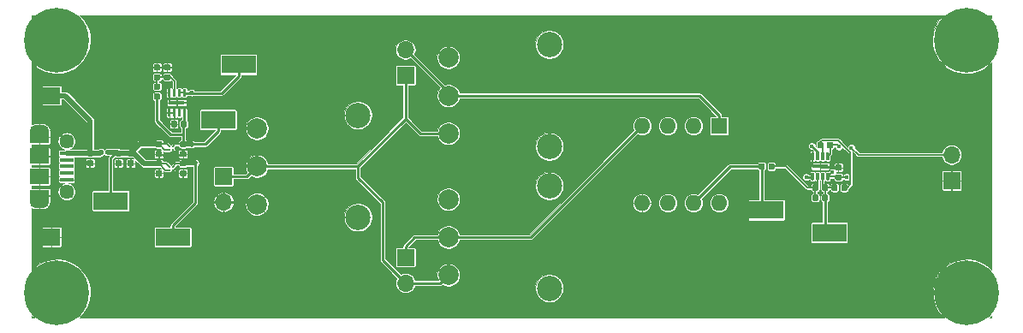
<source format=gbr>
G04 #@! TF.GenerationSoftware,KiCad,Pcbnew,(5.1.5-0-10_14)*
G04 #@! TF.CreationDate,2020-09-27T01:00:48-07:00*
G04 #@! TF.ProjectId,Bias_Tester,42696173-5f54-4657-9374-65722e6b6963,rev?*
G04 #@! TF.SameCoordinates,Original*
G04 #@! TF.FileFunction,Copper,L1,Top*
G04 #@! TF.FilePolarity,Positive*
%FSLAX46Y46*%
G04 Gerber Fmt 4.6, Leading zero omitted, Abs format (unit mm)*
G04 Created by KiCad (PCBNEW (5.1.5-0-10_14)) date 2020-09-27 01:00:48*
%MOMM*%
%LPD*%
G04 APERTURE LIST*
%ADD10C,0.180000*%
%ADD11C,0.150000*%
%ADD12R,1.900000X1.500000*%
%ADD13C,1.450000*%
%ADD14R,1.350000X0.400000*%
%ADD15O,1.900000X1.200000*%
%ADD16R,1.900000X1.200000*%
%ADD17R,1.700000X1.700000*%
%ADD18O,1.700000X1.700000*%
%ADD19C,2.000000*%
%ADD20C,2.500000*%
%ADD21R,3.400000X1.800000*%
%ADD22C,6.400000*%
%ADD23R,1.600000X0.450000*%
%ADD24R,1.600000X1.600000*%
%ADD25O,1.600000X1.600000*%
%ADD26C,0.450000*%
%ADD27C,0.500000*%
%ADD28C,0.127000*%
%ADD29C,0.250000*%
%ADD30C,0.100000*%
G04 APERTURE END LIST*
D10*
X86975000Y-99375000D03*
X86625000Y-99375000D03*
X86975000Y-99025000D03*
X86625000Y-99025000D03*
X86975000Y-97375000D03*
X86625000Y-97375000D03*
X86975000Y-97025000D03*
X86625000Y-97025000D03*
G04 #@! TA.AperFunction,SMDPad,CuDef*
D11*
G36*
X78986958Y-97420710D02*
G01*
X79001276Y-97422834D01*
X79015317Y-97426351D01*
X79028946Y-97431228D01*
X79042031Y-97437417D01*
X79054447Y-97444858D01*
X79066073Y-97453481D01*
X79076798Y-97463202D01*
X79086519Y-97473927D01*
X79095142Y-97485553D01*
X79102583Y-97497969D01*
X79108772Y-97511054D01*
X79113649Y-97524683D01*
X79117166Y-97538724D01*
X79119290Y-97553042D01*
X79120000Y-97567500D01*
X79120000Y-97862500D01*
X79119290Y-97876958D01*
X79117166Y-97891276D01*
X79113649Y-97905317D01*
X79108772Y-97918946D01*
X79102583Y-97932031D01*
X79095142Y-97944447D01*
X79086519Y-97956073D01*
X79076798Y-97966798D01*
X79066073Y-97976519D01*
X79054447Y-97985142D01*
X79042031Y-97992583D01*
X79028946Y-97998772D01*
X79015317Y-98003649D01*
X79001276Y-98007166D01*
X78986958Y-98009290D01*
X78972500Y-98010000D01*
X78627500Y-98010000D01*
X78613042Y-98009290D01*
X78598724Y-98007166D01*
X78584683Y-98003649D01*
X78571054Y-97998772D01*
X78557969Y-97992583D01*
X78545553Y-97985142D01*
X78533927Y-97976519D01*
X78523202Y-97966798D01*
X78513481Y-97956073D01*
X78504858Y-97944447D01*
X78497417Y-97932031D01*
X78491228Y-97918946D01*
X78486351Y-97905317D01*
X78482834Y-97891276D01*
X78480710Y-97876958D01*
X78480000Y-97862500D01*
X78480000Y-97567500D01*
X78480710Y-97553042D01*
X78482834Y-97538724D01*
X78486351Y-97524683D01*
X78491228Y-97511054D01*
X78497417Y-97497969D01*
X78504858Y-97485553D01*
X78513481Y-97473927D01*
X78523202Y-97463202D01*
X78533927Y-97453481D01*
X78545553Y-97444858D01*
X78557969Y-97437417D01*
X78571054Y-97431228D01*
X78584683Y-97426351D01*
X78598724Y-97422834D01*
X78613042Y-97420710D01*
X78627500Y-97420000D01*
X78972500Y-97420000D01*
X78986958Y-97420710D01*
G37*
G04 #@! TD.AperFunction*
G04 #@! TA.AperFunction,SMDPad,CuDef*
G36*
X78986958Y-98390710D02*
G01*
X79001276Y-98392834D01*
X79015317Y-98396351D01*
X79028946Y-98401228D01*
X79042031Y-98407417D01*
X79054447Y-98414858D01*
X79066073Y-98423481D01*
X79076798Y-98433202D01*
X79086519Y-98443927D01*
X79095142Y-98455553D01*
X79102583Y-98467969D01*
X79108772Y-98481054D01*
X79113649Y-98494683D01*
X79117166Y-98508724D01*
X79119290Y-98523042D01*
X79120000Y-98537500D01*
X79120000Y-98832500D01*
X79119290Y-98846958D01*
X79117166Y-98861276D01*
X79113649Y-98875317D01*
X79108772Y-98888946D01*
X79102583Y-98902031D01*
X79095142Y-98914447D01*
X79086519Y-98926073D01*
X79076798Y-98936798D01*
X79066073Y-98946519D01*
X79054447Y-98955142D01*
X79042031Y-98962583D01*
X79028946Y-98968772D01*
X79015317Y-98973649D01*
X79001276Y-98977166D01*
X78986958Y-98979290D01*
X78972500Y-98980000D01*
X78627500Y-98980000D01*
X78613042Y-98979290D01*
X78598724Y-98977166D01*
X78584683Y-98973649D01*
X78571054Y-98968772D01*
X78557969Y-98962583D01*
X78545553Y-98955142D01*
X78533927Y-98946519D01*
X78523202Y-98936798D01*
X78513481Y-98926073D01*
X78504858Y-98914447D01*
X78497417Y-98902031D01*
X78491228Y-98888946D01*
X78486351Y-98875317D01*
X78482834Y-98861276D01*
X78480710Y-98846958D01*
X78480000Y-98832500D01*
X78480000Y-98537500D01*
X78480710Y-98523042D01*
X78482834Y-98508724D01*
X78486351Y-98494683D01*
X78491228Y-98481054D01*
X78497417Y-98467969D01*
X78504858Y-98455553D01*
X78513481Y-98443927D01*
X78523202Y-98433202D01*
X78533927Y-98423481D01*
X78545553Y-98414858D01*
X78557969Y-98407417D01*
X78571054Y-98401228D01*
X78584683Y-98396351D01*
X78598724Y-98392834D01*
X78613042Y-98390710D01*
X78627500Y-98390000D01*
X78972500Y-98390000D01*
X78986958Y-98390710D01*
G37*
G04 #@! TD.AperFunction*
G04 #@! TA.AperFunction,SMDPad,CuDef*
G36*
X81786958Y-98390710D02*
G01*
X81801276Y-98392834D01*
X81815317Y-98396351D01*
X81828946Y-98401228D01*
X81842031Y-98407417D01*
X81854447Y-98414858D01*
X81866073Y-98423481D01*
X81876798Y-98433202D01*
X81886519Y-98443927D01*
X81895142Y-98455553D01*
X81902583Y-98467969D01*
X81908772Y-98481054D01*
X81913649Y-98494683D01*
X81917166Y-98508724D01*
X81919290Y-98523042D01*
X81920000Y-98537500D01*
X81920000Y-98832500D01*
X81919290Y-98846958D01*
X81917166Y-98861276D01*
X81913649Y-98875317D01*
X81908772Y-98888946D01*
X81902583Y-98902031D01*
X81895142Y-98914447D01*
X81886519Y-98926073D01*
X81876798Y-98936798D01*
X81866073Y-98946519D01*
X81854447Y-98955142D01*
X81842031Y-98962583D01*
X81828946Y-98968772D01*
X81815317Y-98973649D01*
X81801276Y-98977166D01*
X81786958Y-98979290D01*
X81772500Y-98980000D01*
X81427500Y-98980000D01*
X81413042Y-98979290D01*
X81398724Y-98977166D01*
X81384683Y-98973649D01*
X81371054Y-98968772D01*
X81357969Y-98962583D01*
X81345553Y-98955142D01*
X81333927Y-98946519D01*
X81323202Y-98936798D01*
X81313481Y-98926073D01*
X81304858Y-98914447D01*
X81297417Y-98902031D01*
X81291228Y-98888946D01*
X81286351Y-98875317D01*
X81282834Y-98861276D01*
X81280710Y-98846958D01*
X81280000Y-98832500D01*
X81280000Y-98537500D01*
X81280710Y-98523042D01*
X81282834Y-98508724D01*
X81286351Y-98494683D01*
X81291228Y-98481054D01*
X81297417Y-98467969D01*
X81304858Y-98455553D01*
X81313481Y-98443927D01*
X81323202Y-98433202D01*
X81333927Y-98423481D01*
X81345553Y-98414858D01*
X81357969Y-98407417D01*
X81371054Y-98401228D01*
X81384683Y-98396351D01*
X81398724Y-98392834D01*
X81413042Y-98390710D01*
X81427500Y-98390000D01*
X81772500Y-98390000D01*
X81786958Y-98390710D01*
G37*
G04 #@! TD.AperFunction*
G04 #@! TA.AperFunction,SMDPad,CuDef*
G36*
X81786958Y-97420710D02*
G01*
X81801276Y-97422834D01*
X81815317Y-97426351D01*
X81828946Y-97431228D01*
X81842031Y-97437417D01*
X81854447Y-97444858D01*
X81866073Y-97453481D01*
X81876798Y-97463202D01*
X81886519Y-97473927D01*
X81895142Y-97485553D01*
X81902583Y-97497969D01*
X81908772Y-97511054D01*
X81913649Y-97524683D01*
X81917166Y-97538724D01*
X81919290Y-97553042D01*
X81920000Y-97567500D01*
X81920000Y-97862500D01*
X81919290Y-97876958D01*
X81917166Y-97891276D01*
X81913649Y-97905317D01*
X81908772Y-97918946D01*
X81902583Y-97932031D01*
X81895142Y-97944447D01*
X81886519Y-97956073D01*
X81876798Y-97966798D01*
X81866073Y-97976519D01*
X81854447Y-97985142D01*
X81842031Y-97992583D01*
X81828946Y-97998772D01*
X81815317Y-98003649D01*
X81801276Y-98007166D01*
X81786958Y-98009290D01*
X81772500Y-98010000D01*
X81427500Y-98010000D01*
X81413042Y-98009290D01*
X81398724Y-98007166D01*
X81384683Y-98003649D01*
X81371054Y-97998772D01*
X81357969Y-97992583D01*
X81345553Y-97985142D01*
X81333927Y-97976519D01*
X81323202Y-97966798D01*
X81313481Y-97956073D01*
X81304858Y-97944447D01*
X81297417Y-97932031D01*
X81291228Y-97918946D01*
X81286351Y-97905317D01*
X81282834Y-97891276D01*
X81280710Y-97876958D01*
X81280000Y-97862500D01*
X81280000Y-97567500D01*
X81280710Y-97553042D01*
X81282834Y-97538724D01*
X81286351Y-97524683D01*
X81291228Y-97511054D01*
X81297417Y-97497969D01*
X81304858Y-97485553D01*
X81313481Y-97473927D01*
X81323202Y-97463202D01*
X81333927Y-97453481D01*
X81345553Y-97444858D01*
X81357969Y-97437417D01*
X81371054Y-97431228D01*
X81384683Y-97426351D01*
X81398724Y-97422834D01*
X81413042Y-97420710D01*
X81427500Y-97420000D01*
X81772500Y-97420000D01*
X81786958Y-97420710D01*
G37*
G04 #@! TD.AperFunction*
G04 #@! TA.AperFunction,SMDPad,CuDef*
G36*
X82986958Y-97420710D02*
G01*
X83001276Y-97422834D01*
X83015317Y-97426351D01*
X83028946Y-97431228D01*
X83042031Y-97437417D01*
X83054447Y-97444858D01*
X83066073Y-97453481D01*
X83076798Y-97463202D01*
X83086519Y-97473927D01*
X83095142Y-97485553D01*
X83102583Y-97497969D01*
X83108772Y-97511054D01*
X83113649Y-97524683D01*
X83117166Y-97538724D01*
X83119290Y-97553042D01*
X83120000Y-97567500D01*
X83120000Y-97862500D01*
X83119290Y-97876958D01*
X83117166Y-97891276D01*
X83113649Y-97905317D01*
X83108772Y-97918946D01*
X83102583Y-97932031D01*
X83095142Y-97944447D01*
X83086519Y-97956073D01*
X83076798Y-97966798D01*
X83066073Y-97976519D01*
X83054447Y-97985142D01*
X83042031Y-97992583D01*
X83028946Y-97998772D01*
X83015317Y-98003649D01*
X83001276Y-98007166D01*
X82986958Y-98009290D01*
X82972500Y-98010000D01*
X82627500Y-98010000D01*
X82613042Y-98009290D01*
X82598724Y-98007166D01*
X82584683Y-98003649D01*
X82571054Y-97998772D01*
X82557969Y-97992583D01*
X82545553Y-97985142D01*
X82533927Y-97976519D01*
X82523202Y-97966798D01*
X82513481Y-97956073D01*
X82504858Y-97944447D01*
X82497417Y-97932031D01*
X82491228Y-97918946D01*
X82486351Y-97905317D01*
X82482834Y-97891276D01*
X82480710Y-97876958D01*
X82480000Y-97862500D01*
X82480000Y-97567500D01*
X82480710Y-97553042D01*
X82482834Y-97538724D01*
X82486351Y-97524683D01*
X82491228Y-97511054D01*
X82497417Y-97497969D01*
X82504858Y-97485553D01*
X82513481Y-97473927D01*
X82523202Y-97463202D01*
X82533927Y-97453481D01*
X82545553Y-97444858D01*
X82557969Y-97437417D01*
X82571054Y-97431228D01*
X82584683Y-97426351D01*
X82598724Y-97422834D01*
X82613042Y-97420710D01*
X82627500Y-97420000D01*
X82972500Y-97420000D01*
X82986958Y-97420710D01*
G37*
G04 #@! TD.AperFunction*
G04 #@! TA.AperFunction,SMDPad,CuDef*
G36*
X82986958Y-98390710D02*
G01*
X83001276Y-98392834D01*
X83015317Y-98396351D01*
X83028946Y-98401228D01*
X83042031Y-98407417D01*
X83054447Y-98414858D01*
X83066073Y-98423481D01*
X83076798Y-98433202D01*
X83086519Y-98443927D01*
X83095142Y-98455553D01*
X83102583Y-98467969D01*
X83108772Y-98481054D01*
X83113649Y-98494683D01*
X83117166Y-98508724D01*
X83119290Y-98523042D01*
X83120000Y-98537500D01*
X83120000Y-98832500D01*
X83119290Y-98846958D01*
X83117166Y-98861276D01*
X83113649Y-98875317D01*
X83108772Y-98888946D01*
X83102583Y-98902031D01*
X83095142Y-98914447D01*
X83086519Y-98926073D01*
X83076798Y-98936798D01*
X83066073Y-98946519D01*
X83054447Y-98955142D01*
X83042031Y-98962583D01*
X83028946Y-98968772D01*
X83015317Y-98973649D01*
X83001276Y-98977166D01*
X82986958Y-98979290D01*
X82972500Y-98980000D01*
X82627500Y-98980000D01*
X82613042Y-98979290D01*
X82598724Y-98977166D01*
X82584683Y-98973649D01*
X82571054Y-98968772D01*
X82557969Y-98962583D01*
X82545553Y-98955142D01*
X82533927Y-98946519D01*
X82523202Y-98936798D01*
X82513481Y-98926073D01*
X82504858Y-98914447D01*
X82497417Y-98902031D01*
X82491228Y-98888946D01*
X82486351Y-98875317D01*
X82482834Y-98861276D01*
X82480710Y-98846958D01*
X82480000Y-98832500D01*
X82480000Y-98537500D01*
X82480710Y-98523042D01*
X82482834Y-98508724D01*
X82486351Y-98494683D01*
X82491228Y-98481054D01*
X82497417Y-98467969D01*
X82504858Y-98455553D01*
X82513481Y-98443927D01*
X82523202Y-98433202D01*
X82533927Y-98423481D01*
X82545553Y-98414858D01*
X82557969Y-98407417D01*
X82571054Y-98401228D01*
X82584683Y-98396351D01*
X82598724Y-98392834D01*
X82613042Y-98390710D01*
X82627500Y-98390000D01*
X82972500Y-98390000D01*
X82986958Y-98390710D01*
G37*
G04 #@! TD.AperFunction*
G04 #@! TA.AperFunction,SMDPad,CuDef*
G36*
X87246958Y-94490710D02*
G01*
X87261276Y-94492834D01*
X87275317Y-94496351D01*
X87288946Y-94501228D01*
X87302031Y-94507417D01*
X87314447Y-94514858D01*
X87326073Y-94523481D01*
X87336798Y-94533202D01*
X87346519Y-94543927D01*
X87355142Y-94555553D01*
X87362583Y-94567969D01*
X87368772Y-94581054D01*
X87373649Y-94594683D01*
X87377166Y-94608724D01*
X87379290Y-94623042D01*
X87380000Y-94637500D01*
X87380000Y-94982500D01*
X87379290Y-94996958D01*
X87377166Y-95011276D01*
X87373649Y-95025317D01*
X87368772Y-95038946D01*
X87362583Y-95052031D01*
X87355142Y-95064447D01*
X87346519Y-95076073D01*
X87336798Y-95086798D01*
X87326073Y-95096519D01*
X87314447Y-95105142D01*
X87302031Y-95112583D01*
X87288946Y-95118772D01*
X87275317Y-95123649D01*
X87261276Y-95127166D01*
X87246958Y-95129290D01*
X87232500Y-95130000D01*
X86937500Y-95130000D01*
X86923042Y-95129290D01*
X86908724Y-95127166D01*
X86894683Y-95123649D01*
X86881054Y-95118772D01*
X86867969Y-95112583D01*
X86855553Y-95105142D01*
X86843927Y-95096519D01*
X86833202Y-95086798D01*
X86823481Y-95076073D01*
X86814858Y-95064447D01*
X86807417Y-95052031D01*
X86801228Y-95038946D01*
X86796351Y-95025317D01*
X86792834Y-95011276D01*
X86790710Y-94996958D01*
X86790000Y-94982500D01*
X86790000Y-94637500D01*
X86790710Y-94623042D01*
X86792834Y-94608724D01*
X86796351Y-94594683D01*
X86801228Y-94581054D01*
X86807417Y-94567969D01*
X86814858Y-94555553D01*
X86823481Y-94543927D01*
X86833202Y-94533202D01*
X86843927Y-94523481D01*
X86855553Y-94514858D01*
X86867969Y-94507417D01*
X86881054Y-94501228D01*
X86894683Y-94496351D01*
X86908724Y-94492834D01*
X86923042Y-94490710D01*
X86937500Y-94490000D01*
X87232500Y-94490000D01*
X87246958Y-94490710D01*
G37*
G04 #@! TD.AperFunction*
G04 #@! TA.AperFunction,SMDPad,CuDef*
G36*
X88216958Y-94490710D02*
G01*
X88231276Y-94492834D01*
X88245317Y-94496351D01*
X88258946Y-94501228D01*
X88272031Y-94507417D01*
X88284447Y-94514858D01*
X88296073Y-94523481D01*
X88306798Y-94533202D01*
X88316519Y-94543927D01*
X88325142Y-94555553D01*
X88332583Y-94567969D01*
X88338772Y-94581054D01*
X88343649Y-94594683D01*
X88347166Y-94608724D01*
X88349290Y-94623042D01*
X88350000Y-94637500D01*
X88350000Y-94982500D01*
X88349290Y-94996958D01*
X88347166Y-95011276D01*
X88343649Y-95025317D01*
X88338772Y-95038946D01*
X88332583Y-95052031D01*
X88325142Y-95064447D01*
X88316519Y-95076073D01*
X88306798Y-95086798D01*
X88296073Y-95096519D01*
X88284447Y-95105142D01*
X88272031Y-95112583D01*
X88258946Y-95118772D01*
X88245317Y-95123649D01*
X88231276Y-95127166D01*
X88216958Y-95129290D01*
X88202500Y-95130000D01*
X87907500Y-95130000D01*
X87893042Y-95129290D01*
X87878724Y-95127166D01*
X87864683Y-95123649D01*
X87851054Y-95118772D01*
X87837969Y-95112583D01*
X87825553Y-95105142D01*
X87813927Y-95096519D01*
X87803202Y-95086798D01*
X87793481Y-95076073D01*
X87784858Y-95064447D01*
X87777417Y-95052031D01*
X87771228Y-95038946D01*
X87766351Y-95025317D01*
X87762834Y-95011276D01*
X87760710Y-94996958D01*
X87760000Y-94982500D01*
X87760000Y-94637500D01*
X87760710Y-94623042D01*
X87762834Y-94608724D01*
X87766351Y-94594683D01*
X87771228Y-94581054D01*
X87777417Y-94567969D01*
X87784858Y-94555553D01*
X87793481Y-94543927D01*
X87803202Y-94533202D01*
X87813927Y-94523481D01*
X87825553Y-94514858D01*
X87837969Y-94507417D01*
X87851054Y-94501228D01*
X87864683Y-94496351D01*
X87878724Y-94492834D01*
X87893042Y-94490710D01*
X87907500Y-94490000D01*
X88202500Y-94490000D01*
X88216958Y-94490710D01*
G37*
G04 #@! TD.AperFunction*
G04 #@! TA.AperFunction,SMDPad,CuDef*
G36*
X88186958Y-97490710D02*
G01*
X88201276Y-97492834D01*
X88215317Y-97496351D01*
X88228946Y-97501228D01*
X88242031Y-97507417D01*
X88254447Y-97514858D01*
X88266073Y-97523481D01*
X88276798Y-97533202D01*
X88286519Y-97543927D01*
X88295142Y-97555553D01*
X88302583Y-97567969D01*
X88308772Y-97581054D01*
X88313649Y-97594683D01*
X88317166Y-97608724D01*
X88319290Y-97623042D01*
X88320000Y-97637500D01*
X88320000Y-97932500D01*
X88319290Y-97946958D01*
X88317166Y-97961276D01*
X88313649Y-97975317D01*
X88308772Y-97988946D01*
X88302583Y-98002031D01*
X88295142Y-98014447D01*
X88286519Y-98026073D01*
X88276798Y-98036798D01*
X88266073Y-98046519D01*
X88254447Y-98055142D01*
X88242031Y-98062583D01*
X88228946Y-98068772D01*
X88215317Y-98073649D01*
X88201276Y-98077166D01*
X88186958Y-98079290D01*
X88172500Y-98080000D01*
X87827500Y-98080000D01*
X87813042Y-98079290D01*
X87798724Y-98077166D01*
X87784683Y-98073649D01*
X87771054Y-98068772D01*
X87757969Y-98062583D01*
X87745553Y-98055142D01*
X87733927Y-98046519D01*
X87723202Y-98036798D01*
X87713481Y-98026073D01*
X87704858Y-98014447D01*
X87697417Y-98002031D01*
X87691228Y-97988946D01*
X87686351Y-97975317D01*
X87682834Y-97961276D01*
X87680710Y-97946958D01*
X87680000Y-97932500D01*
X87680000Y-97637500D01*
X87680710Y-97623042D01*
X87682834Y-97608724D01*
X87686351Y-97594683D01*
X87691228Y-97581054D01*
X87697417Y-97567969D01*
X87704858Y-97555553D01*
X87713481Y-97543927D01*
X87723202Y-97533202D01*
X87733927Y-97523481D01*
X87745553Y-97514858D01*
X87757969Y-97507417D01*
X87771054Y-97501228D01*
X87784683Y-97496351D01*
X87798724Y-97492834D01*
X87813042Y-97490710D01*
X87827500Y-97490000D01*
X88172500Y-97490000D01*
X88186958Y-97490710D01*
G37*
G04 #@! TD.AperFunction*
G04 #@! TA.AperFunction,SMDPad,CuDef*
G36*
X88186958Y-96520710D02*
G01*
X88201276Y-96522834D01*
X88215317Y-96526351D01*
X88228946Y-96531228D01*
X88242031Y-96537417D01*
X88254447Y-96544858D01*
X88266073Y-96553481D01*
X88276798Y-96563202D01*
X88286519Y-96573927D01*
X88295142Y-96585553D01*
X88302583Y-96597969D01*
X88308772Y-96611054D01*
X88313649Y-96624683D01*
X88317166Y-96638724D01*
X88319290Y-96653042D01*
X88320000Y-96667500D01*
X88320000Y-96962500D01*
X88319290Y-96976958D01*
X88317166Y-96991276D01*
X88313649Y-97005317D01*
X88308772Y-97018946D01*
X88302583Y-97032031D01*
X88295142Y-97044447D01*
X88286519Y-97056073D01*
X88276798Y-97066798D01*
X88266073Y-97076519D01*
X88254447Y-97085142D01*
X88242031Y-97092583D01*
X88228946Y-97098772D01*
X88215317Y-97103649D01*
X88201276Y-97107166D01*
X88186958Y-97109290D01*
X88172500Y-97110000D01*
X87827500Y-97110000D01*
X87813042Y-97109290D01*
X87798724Y-97107166D01*
X87784683Y-97103649D01*
X87771054Y-97098772D01*
X87757969Y-97092583D01*
X87745553Y-97085142D01*
X87733927Y-97076519D01*
X87723202Y-97066798D01*
X87713481Y-97056073D01*
X87704858Y-97044447D01*
X87697417Y-97032031D01*
X87691228Y-97018946D01*
X87686351Y-97005317D01*
X87682834Y-96991276D01*
X87680710Y-96976958D01*
X87680000Y-96962500D01*
X87680000Y-96667500D01*
X87680710Y-96653042D01*
X87682834Y-96638724D01*
X87686351Y-96624683D01*
X87691228Y-96611054D01*
X87697417Y-96597969D01*
X87704858Y-96585553D01*
X87713481Y-96573927D01*
X87723202Y-96563202D01*
X87733927Y-96553481D01*
X87745553Y-96544858D01*
X87757969Y-96537417D01*
X87771054Y-96531228D01*
X87784683Y-96526351D01*
X87798724Y-96522834D01*
X87813042Y-96520710D01*
X87827500Y-96520000D01*
X88172500Y-96520000D01*
X88186958Y-96520710D01*
G37*
G04 #@! TD.AperFunction*
G04 #@! TA.AperFunction,SMDPad,CuDef*
G36*
X152986958Y-99790710D02*
G01*
X153001276Y-99792834D01*
X153015317Y-99796351D01*
X153028946Y-99801228D01*
X153042031Y-99807417D01*
X153054447Y-99814858D01*
X153066073Y-99823481D01*
X153076798Y-99833202D01*
X153086519Y-99843927D01*
X153095142Y-99855553D01*
X153102583Y-99867969D01*
X153108772Y-99881054D01*
X153113649Y-99894683D01*
X153117166Y-99908724D01*
X153119290Y-99923042D01*
X153120000Y-99937500D01*
X153120000Y-100232500D01*
X153119290Y-100246958D01*
X153117166Y-100261276D01*
X153113649Y-100275317D01*
X153108772Y-100288946D01*
X153102583Y-100302031D01*
X153095142Y-100314447D01*
X153086519Y-100326073D01*
X153076798Y-100336798D01*
X153066073Y-100346519D01*
X153054447Y-100355142D01*
X153042031Y-100362583D01*
X153028946Y-100368772D01*
X153015317Y-100373649D01*
X153001276Y-100377166D01*
X152986958Y-100379290D01*
X152972500Y-100380000D01*
X152627500Y-100380000D01*
X152613042Y-100379290D01*
X152598724Y-100377166D01*
X152584683Y-100373649D01*
X152571054Y-100368772D01*
X152557969Y-100362583D01*
X152545553Y-100355142D01*
X152533927Y-100346519D01*
X152523202Y-100336798D01*
X152513481Y-100326073D01*
X152504858Y-100314447D01*
X152497417Y-100302031D01*
X152491228Y-100288946D01*
X152486351Y-100275317D01*
X152482834Y-100261276D01*
X152480710Y-100246958D01*
X152480000Y-100232500D01*
X152480000Y-99937500D01*
X152480710Y-99923042D01*
X152482834Y-99908724D01*
X152486351Y-99894683D01*
X152491228Y-99881054D01*
X152497417Y-99867969D01*
X152504858Y-99855553D01*
X152513481Y-99843927D01*
X152523202Y-99833202D01*
X152533927Y-99823481D01*
X152545553Y-99814858D01*
X152557969Y-99807417D01*
X152571054Y-99801228D01*
X152584683Y-99796351D01*
X152598724Y-99792834D01*
X152613042Y-99790710D01*
X152627500Y-99790000D01*
X152972500Y-99790000D01*
X152986958Y-99790710D01*
G37*
G04 #@! TD.AperFunction*
G04 #@! TA.AperFunction,SMDPad,CuDef*
G36*
X152986958Y-98820710D02*
G01*
X153001276Y-98822834D01*
X153015317Y-98826351D01*
X153028946Y-98831228D01*
X153042031Y-98837417D01*
X153054447Y-98844858D01*
X153066073Y-98853481D01*
X153076798Y-98863202D01*
X153086519Y-98873927D01*
X153095142Y-98885553D01*
X153102583Y-98897969D01*
X153108772Y-98911054D01*
X153113649Y-98924683D01*
X153117166Y-98938724D01*
X153119290Y-98953042D01*
X153120000Y-98967500D01*
X153120000Y-99262500D01*
X153119290Y-99276958D01*
X153117166Y-99291276D01*
X153113649Y-99305317D01*
X153108772Y-99318946D01*
X153102583Y-99332031D01*
X153095142Y-99344447D01*
X153086519Y-99356073D01*
X153076798Y-99366798D01*
X153066073Y-99376519D01*
X153054447Y-99385142D01*
X153042031Y-99392583D01*
X153028946Y-99398772D01*
X153015317Y-99403649D01*
X153001276Y-99407166D01*
X152986958Y-99409290D01*
X152972500Y-99410000D01*
X152627500Y-99410000D01*
X152613042Y-99409290D01*
X152598724Y-99407166D01*
X152584683Y-99403649D01*
X152571054Y-99398772D01*
X152557969Y-99392583D01*
X152545553Y-99385142D01*
X152533927Y-99376519D01*
X152523202Y-99366798D01*
X152513481Y-99356073D01*
X152504858Y-99344447D01*
X152497417Y-99332031D01*
X152491228Y-99318946D01*
X152486351Y-99305317D01*
X152482834Y-99291276D01*
X152480710Y-99276958D01*
X152480000Y-99262500D01*
X152480000Y-98967500D01*
X152480710Y-98953042D01*
X152482834Y-98938724D01*
X152486351Y-98924683D01*
X152491228Y-98911054D01*
X152497417Y-98897969D01*
X152504858Y-98885553D01*
X152513481Y-98873927D01*
X152523202Y-98863202D01*
X152533927Y-98853481D01*
X152545553Y-98844858D01*
X152557969Y-98837417D01*
X152571054Y-98831228D01*
X152584683Y-98826351D01*
X152598724Y-98822834D01*
X152613042Y-98820710D01*
X152627500Y-98820000D01*
X152972500Y-98820000D01*
X152986958Y-98820710D01*
G37*
G04 #@! TD.AperFunction*
G04 #@! TA.AperFunction,SMDPad,CuDef*
G36*
X88186958Y-98420710D02*
G01*
X88201276Y-98422834D01*
X88215317Y-98426351D01*
X88228946Y-98431228D01*
X88242031Y-98437417D01*
X88254447Y-98444858D01*
X88266073Y-98453481D01*
X88276798Y-98463202D01*
X88286519Y-98473927D01*
X88295142Y-98485553D01*
X88302583Y-98497969D01*
X88308772Y-98511054D01*
X88313649Y-98524683D01*
X88317166Y-98538724D01*
X88319290Y-98553042D01*
X88320000Y-98567500D01*
X88320000Y-98862500D01*
X88319290Y-98876958D01*
X88317166Y-98891276D01*
X88313649Y-98905317D01*
X88308772Y-98918946D01*
X88302583Y-98932031D01*
X88295142Y-98944447D01*
X88286519Y-98956073D01*
X88276798Y-98966798D01*
X88266073Y-98976519D01*
X88254447Y-98985142D01*
X88242031Y-98992583D01*
X88228946Y-98998772D01*
X88215317Y-99003649D01*
X88201276Y-99007166D01*
X88186958Y-99009290D01*
X88172500Y-99010000D01*
X87827500Y-99010000D01*
X87813042Y-99009290D01*
X87798724Y-99007166D01*
X87784683Y-99003649D01*
X87771054Y-98998772D01*
X87757969Y-98992583D01*
X87745553Y-98985142D01*
X87733927Y-98976519D01*
X87723202Y-98966798D01*
X87713481Y-98956073D01*
X87704858Y-98944447D01*
X87697417Y-98932031D01*
X87691228Y-98918946D01*
X87686351Y-98905317D01*
X87682834Y-98891276D01*
X87680710Y-98876958D01*
X87680000Y-98862500D01*
X87680000Y-98567500D01*
X87680710Y-98553042D01*
X87682834Y-98538724D01*
X87686351Y-98524683D01*
X87691228Y-98511054D01*
X87697417Y-98497969D01*
X87704858Y-98485553D01*
X87713481Y-98473927D01*
X87723202Y-98463202D01*
X87733927Y-98453481D01*
X87745553Y-98444858D01*
X87757969Y-98437417D01*
X87771054Y-98431228D01*
X87784683Y-98426351D01*
X87798724Y-98422834D01*
X87813042Y-98420710D01*
X87827500Y-98420000D01*
X88172500Y-98420000D01*
X88186958Y-98420710D01*
G37*
G04 #@! TD.AperFunction*
G04 #@! TA.AperFunction,SMDPad,CuDef*
G36*
X88186958Y-99390710D02*
G01*
X88201276Y-99392834D01*
X88215317Y-99396351D01*
X88228946Y-99401228D01*
X88242031Y-99407417D01*
X88254447Y-99414858D01*
X88266073Y-99423481D01*
X88276798Y-99433202D01*
X88286519Y-99443927D01*
X88295142Y-99455553D01*
X88302583Y-99467969D01*
X88308772Y-99481054D01*
X88313649Y-99494683D01*
X88317166Y-99508724D01*
X88319290Y-99523042D01*
X88320000Y-99537500D01*
X88320000Y-99832500D01*
X88319290Y-99846958D01*
X88317166Y-99861276D01*
X88313649Y-99875317D01*
X88308772Y-99888946D01*
X88302583Y-99902031D01*
X88295142Y-99914447D01*
X88286519Y-99926073D01*
X88276798Y-99936798D01*
X88266073Y-99946519D01*
X88254447Y-99955142D01*
X88242031Y-99962583D01*
X88228946Y-99968772D01*
X88215317Y-99973649D01*
X88201276Y-99977166D01*
X88186958Y-99979290D01*
X88172500Y-99980000D01*
X87827500Y-99980000D01*
X87813042Y-99979290D01*
X87798724Y-99977166D01*
X87784683Y-99973649D01*
X87771054Y-99968772D01*
X87757969Y-99962583D01*
X87745553Y-99955142D01*
X87733927Y-99946519D01*
X87723202Y-99936798D01*
X87713481Y-99926073D01*
X87704858Y-99914447D01*
X87697417Y-99902031D01*
X87691228Y-99888946D01*
X87686351Y-99875317D01*
X87682834Y-99861276D01*
X87680710Y-99846958D01*
X87680000Y-99832500D01*
X87680000Y-99537500D01*
X87680710Y-99523042D01*
X87682834Y-99508724D01*
X87686351Y-99494683D01*
X87691228Y-99481054D01*
X87697417Y-99467969D01*
X87704858Y-99455553D01*
X87713481Y-99443927D01*
X87723202Y-99433202D01*
X87733927Y-99423481D01*
X87745553Y-99414858D01*
X87757969Y-99407417D01*
X87771054Y-99401228D01*
X87784683Y-99396351D01*
X87798724Y-99392834D01*
X87813042Y-99390710D01*
X87827500Y-99390000D01*
X88172500Y-99390000D01*
X88186958Y-99390710D01*
G37*
G04 #@! TD.AperFunction*
D12*
X73762500Y-100000000D03*
D13*
X76462500Y-96500000D03*
D14*
X76462500Y-98350000D03*
X76462500Y-97700000D03*
X76462500Y-100300000D03*
X76462500Y-99650000D03*
X76462500Y-99000000D03*
D13*
X76462500Y-101500000D03*
D12*
X73762500Y-98000000D03*
D15*
X73762500Y-95500000D03*
X73762500Y-102500000D03*
D16*
X73762500Y-101900000D03*
X73762500Y-96100000D03*
D17*
X110000000Y-90000000D03*
D18*
X110000000Y-87460000D03*
X92000000Y-102540000D03*
D17*
X92000000Y-100000000D03*
X110000000Y-108000000D03*
D18*
X110000000Y-110540000D03*
G04 #@! TA.AperFunction,SMDPad,CuDef*
D11*
G36*
X80019802Y-97400482D02*
G01*
X80029509Y-97401921D01*
X80039028Y-97404306D01*
X80048268Y-97407612D01*
X80057140Y-97411808D01*
X80065557Y-97416853D01*
X80073439Y-97422699D01*
X80080711Y-97429289D01*
X80087301Y-97436561D01*
X80093147Y-97444443D01*
X80098192Y-97452860D01*
X80102388Y-97461732D01*
X80105694Y-97470972D01*
X80108079Y-97480491D01*
X80109518Y-97490198D01*
X80110000Y-97500000D01*
X80110000Y-97700000D01*
X80109518Y-97709802D01*
X80108079Y-97719509D01*
X80105694Y-97729028D01*
X80102388Y-97738268D01*
X80098192Y-97747140D01*
X80093147Y-97755557D01*
X80087301Y-97763439D01*
X80080711Y-97770711D01*
X80073439Y-97777301D01*
X80065557Y-97783147D01*
X80057140Y-97788192D01*
X80048268Y-97792388D01*
X80039028Y-97795694D01*
X80029509Y-97798079D01*
X80019802Y-97799518D01*
X80010000Y-97800000D01*
X79750000Y-97800000D01*
X79740198Y-97799518D01*
X79730491Y-97798079D01*
X79720972Y-97795694D01*
X79711732Y-97792388D01*
X79702860Y-97788192D01*
X79694443Y-97783147D01*
X79686561Y-97777301D01*
X79679289Y-97770711D01*
X79672699Y-97763439D01*
X79666853Y-97755557D01*
X79661808Y-97747140D01*
X79657612Y-97738268D01*
X79654306Y-97729028D01*
X79651921Y-97719509D01*
X79650482Y-97709802D01*
X79650000Y-97700000D01*
X79650000Y-97500000D01*
X79650482Y-97490198D01*
X79651921Y-97480491D01*
X79654306Y-97470972D01*
X79657612Y-97461732D01*
X79661808Y-97452860D01*
X79666853Y-97444443D01*
X79672699Y-97436561D01*
X79679289Y-97429289D01*
X79686561Y-97422699D01*
X79694443Y-97416853D01*
X79702860Y-97411808D01*
X79711732Y-97407612D01*
X79720972Y-97404306D01*
X79730491Y-97401921D01*
X79740198Y-97400482D01*
X79750000Y-97400000D01*
X80010000Y-97400000D01*
X80019802Y-97400482D01*
G37*
G04 #@! TD.AperFunction*
G04 #@! TA.AperFunction,SMDPad,CuDef*
G36*
X80659802Y-97400482D02*
G01*
X80669509Y-97401921D01*
X80679028Y-97404306D01*
X80688268Y-97407612D01*
X80697140Y-97411808D01*
X80705557Y-97416853D01*
X80713439Y-97422699D01*
X80720711Y-97429289D01*
X80727301Y-97436561D01*
X80733147Y-97444443D01*
X80738192Y-97452860D01*
X80742388Y-97461732D01*
X80745694Y-97470972D01*
X80748079Y-97480491D01*
X80749518Y-97490198D01*
X80750000Y-97500000D01*
X80750000Y-97700000D01*
X80749518Y-97709802D01*
X80748079Y-97719509D01*
X80745694Y-97729028D01*
X80742388Y-97738268D01*
X80738192Y-97747140D01*
X80733147Y-97755557D01*
X80727301Y-97763439D01*
X80720711Y-97770711D01*
X80713439Y-97777301D01*
X80705557Y-97783147D01*
X80697140Y-97788192D01*
X80688268Y-97792388D01*
X80679028Y-97795694D01*
X80669509Y-97798079D01*
X80659802Y-97799518D01*
X80650000Y-97800000D01*
X80390000Y-97800000D01*
X80380198Y-97799518D01*
X80370491Y-97798079D01*
X80360972Y-97795694D01*
X80351732Y-97792388D01*
X80342860Y-97788192D01*
X80334443Y-97783147D01*
X80326561Y-97777301D01*
X80319289Y-97770711D01*
X80312699Y-97763439D01*
X80306853Y-97755557D01*
X80301808Y-97747140D01*
X80297612Y-97738268D01*
X80294306Y-97729028D01*
X80291921Y-97719509D01*
X80290482Y-97709802D01*
X80290000Y-97700000D01*
X80290000Y-97500000D01*
X80290482Y-97490198D01*
X80291921Y-97480491D01*
X80294306Y-97470972D01*
X80297612Y-97461732D01*
X80301808Y-97452860D01*
X80306853Y-97444443D01*
X80312699Y-97436561D01*
X80319289Y-97429289D01*
X80326561Y-97422699D01*
X80334443Y-97416853D01*
X80342860Y-97411808D01*
X80351732Y-97407612D01*
X80360972Y-97404306D01*
X80370491Y-97401921D01*
X80380198Y-97400482D01*
X80390000Y-97400000D01*
X80650000Y-97400000D01*
X80659802Y-97400482D01*
G37*
G04 #@! TD.AperFunction*
G04 #@! TA.AperFunction,SMDPad,CuDef*
G36*
X146346958Y-98680710D02*
G01*
X146361276Y-98682834D01*
X146375317Y-98686351D01*
X146388946Y-98691228D01*
X146402031Y-98697417D01*
X146414447Y-98704858D01*
X146426073Y-98713481D01*
X146436798Y-98723202D01*
X146446519Y-98733927D01*
X146455142Y-98745553D01*
X146462583Y-98757969D01*
X146468772Y-98771054D01*
X146473649Y-98784683D01*
X146477166Y-98798724D01*
X146479290Y-98813042D01*
X146480000Y-98827500D01*
X146480000Y-99172500D01*
X146479290Y-99186958D01*
X146477166Y-99201276D01*
X146473649Y-99215317D01*
X146468772Y-99228946D01*
X146462583Y-99242031D01*
X146455142Y-99254447D01*
X146446519Y-99266073D01*
X146436798Y-99276798D01*
X146426073Y-99286519D01*
X146414447Y-99295142D01*
X146402031Y-99302583D01*
X146388946Y-99308772D01*
X146375317Y-99313649D01*
X146361276Y-99317166D01*
X146346958Y-99319290D01*
X146332500Y-99320000D01*
X146037500Y-99320000D01*
X146023042Y-99319290D01*
X146008724Y-99317166D01*
X145994683Y-99313649D01*
X145981054Y-99308772D01*
X145967969Y-99302583D01*
X145955553Y-99295142D01*
X145943927Y-99286519D01*
X145933202Y-99276798D01*
X145923481Y-99266073D01*
X145914858Y-99254447D01*
X145907417Y-99242031D01*
X145901228Y-99228946D01*
X145896351Y-99215317D01*
X145892834Y-99201276D01*
X145890710Y-99186958D01*
X145890000Y-99172500D01*
X145890000Y-98827500D01*
X145890710Y-98813042D01*
X145892834Y-98798724D01*
X145896351Y-98784683D01*
X145901228Y-98771054D01*
X145907417Y-98757969D01*
X145914858Y-98745553D01*
X145923481Y-98733927D01*
X145933202Y-98723202D01*
X145943927Y-98713481D01*
X145955553Y-98704858D01*
X145967969Y-98697417D01*
X145981054Y-98691228D01*
X145994683Y-98686351D01*
X146008724Y-98682834D01*
X146023042Y-98680710D01*
X146037500Y-98680000D01*
X146332500Y-98680000D01*
X146346958Y-98680710D01*
G37*
G04 #@! TD.AperFunction*
G04 #@! TA.AperFunction,SMDPad,CuDef*
G36*
X145376958Y-98680710D02*
G01*
X145391276Y-98682834D01*
X145405317Y-98686351D01*
X145418946Y-98691228D01*
X145432031Y-98697417D01*
X145444447Y-98704858D01*
X145456073Y-98713481D01*
X145466798Y-98723202D01*
X145476519Y-98733927D01*
X145485142Y-98745553D01*
X145492583Y-98757969D01*
X145498772Y-98771054D01*
X145503649Y-98784683D01*
X145507166Y-98798724D01*
X145509290Y-98813042D01*
X145510000Y-98827500D01*
X145510000Y-99172500D01*
X145509290Y-99186958D01*
X145507166Y-99201276D01*
X145503649Y-99215317D01*
X145498772Y-99228946D01*
X145492583Y-99242031D01*
X145485142Y-99254447D01*
X145476519Y-99266073D01*
X145466798Y-99276798D01*
X145456073Y-99286519D01*
X145444447Y-99295142D01*
X145432031Y-99302583D01*
X145418946Y-99308772D01*
X145405317Y-99313649D01*
X145391276Y-99317166D01*
X145376958Y-99319290D01*
X145362500Y-99320000D01*
X145067500Y-99320000D01*
X145053042Y-99319290D01*
X145038724Y-99317166D01*
X145024683Y-99313649D01*
X145011054Y-99308772D01*
X144997969Y-99302583D01*
X144985553Y-99295142D01*
X144973927Y-99286519D01*
X144963202Y-99276798D01*
X144953481Y-99266073D01*
X144944858Y-99254447D01*
X144937417Y-99242031D01*
X144931228Y-99228946D01*
X144926351Y-99215317D01*
X144922834Y-99201276D01*
X144920710Y-99186958D01*
X144920000Y-99172500D01*
X144920000Y-98827500D01*
X144920710Y-98813042D01*
X144922834Y-98798724D01*
X144926351Y-98784683D01*
X144931228Y-98771054D01*
X144937417Y-98757969D01*
X144944858Y-98745553D01*
X144953481Y-98733927D01*
X144963202Y-98723202D01*
X144973927Y-98713481D01*
X144985553Y-98704858D01*
X144997969Y-98697417D01*
X145011054Y-98691228D01*
X145024683Y-98686351D01*
X145038724Y-98682834D01*
X145053042Y-98680710D01*
X145067500Y-98680000D01*
X145362500Y-98680000D01*
X145376958Y-98680710D01*
G37*
G04 #@! TD.AperFunction*
G04 #@! TA.AperFunction,SMDPad,CuDef*
G36*
X85596958Y-90820710D02*
G01*
X85611276Y-90822834D01*
X85625317Y-90826351D01*
X85638946Y-90831228D01*
X85652031Y-90837417D01*
X85664447Y-90844858D01*
X85676073Y-90853481D01*
X85686798Y-90863202D01*
X85696519Y-90873927D01*
X85705142Y-90885553D01*
X85712583Y-90897969D01*
X85718772Y-90911054D01*
X85723649Y-90924683D01*
X85727166Y-90938724D01*
X85729290Y-90953042D01*
X85730000Y-90967500D01*
X85730000Y-91262500D01*
X85729290Y-91276958D01*
X85727166Y-91291276D01*
X85723649Y-91305317D01*
X85718772Y-91318946D01*
X85712583Y-91332031D01*
X85705142Y-91344447D01*
X85696519Y-91356073D01*
X85686798Y-91366798D01*
X85676073Y-91376519D01*
X85664447Y-91385142D01*
X85652031Y-91392583D01*
X85638946Y-91398772D01*
X85625317Y-91403649D01*
X85611276Y-91407166D01*
X85596958Y-91409290D01*
X85582500Y-91410000D01*
X85237500Y-91410000D01*
X85223042Y-91409290D01*
X85208724Y-91407166D01*
X85194683Y-91403649D01*
X85181054Y-91398772D01*
X85167969Y-91392583D01*
X85155553Y-91385142D01*
X85143927Y-91376519D01*
X85133202Y-91366798D01*
X85123481Y-91356073D01*
X85114858Y-91344447D01*
X85107417Y-91332031D01*
X85101228Y-91318946D01*
X85096351Y-91305317D01*
X85092834Y-91291276D01*
X85090710Y-91276958D01*
X85090000Y-91262500D01*
X85090000Y-90967500D01*
X85090710Y-90953042D01*
X85092834Y-90938724D01*
X85096351Y-90924683D01*
X85101228Y-90911054D01*
X85107417Y-90897969D01*
X85114858Y-90885553D01*
X85123481Y-90873927D01*
X85133202Y-90863202D01*
X85143927Y-90853481D01*
X85155553Y-90844858D01*
X85167969Y-90837417D01*
X85181054Y-90831228D01*
X85194683Y-90826351D01*
X85208724Y-90822834D01*
X85223042Y-90820710D01*
X85237500Y-90820000D01*
X85582500Y-90820000D01*
X85596958Y-90820710D01*
G37*
G04 #@! TD.AperFunction*
G04 #@! TA.AperFunction,SMDPad,CuDef*
G36*
X85596958Y-91790710D02*
G01*
X85611276Y-91792834D01*
X85625317Y-91796351D01*
X85638946Y-91801228D01*
X85652031Y-91807417D01*
X85664447Y-91814858D01*
X85676073Y-91823481D01*
X85686798Y-91833202D01*
X85696519Y-91843927D01*
X85705142Y-91855553D01*
X85712583Y-91867969D01*
X85718772Y-91881054D01*
X85723649Y-91894683D01*
X85727166Y-91908724D01*
X85729290Y-91923042D01*
X85730000Y-91937500D01*
X85730000Y-92232500D01*
X85729290Y-92246958D01*
X85727166Y-92261276D01*
X85723649Y-92275317D01*
X85718772Y-92288946D01*
X85712583Y-92302031D01*
X85705142Y-92314447D01*
X85696519Y-92326073D01*
X85686798Y-92336798D01*
X85676073Y-92346519D01*
X85664447Y-92355142D01*
X85652031Y-92362583D01*
X85638946Y-92368772D01*
X85625317Y-92373649D01*
X85611276Y-92377166D01*
X85596958Y-92379290D01*
X85582500Y-92380000D01*
X85237500Y-92380000D01*
X85223042Y-92379290D01*
X85208724Y-92377166D01*
X85194683Y-92373649D01*
X85181054Y-92368772D01*
X85167969Y-92362583D01*
X85155553Y-92355142D01*
X85143927Y-92346519D01*
X85133202Y-92336798D01*
X85123481Y-92326073D01*
X85114858Y-92314447D01*
X85107417Y-92302031D01*
X85101228Y-92288946D01*
X85096351Y-92275317D01*
X85092834Y-92261276D01*
X85090710Y-92246958D01*
X85090000Y-92232500D01*
X85090000Y-91937500D01*
X85090710Y-91923042D01*
X85092834Y-91908724D01*
X85096351Y-91894683D01*
X85101228Y-91881054D01*
X85107417Y-91867969D01*
X85114858Y-91855553D01*
X85123481Y-91843927D01*
X85133202Y-91833202D01*
X85143927Y-91823481D01*
X85155553Y-91814858D01*
X85167969Y-91807417D01*
X85181054Y-91801228D01*
X85194683Y-91796351D01*
X85208724Y-91792834D01*
X85223042Y-91790710D01*
X85237500Y-91790000D01*
X85582500Y-91790000D01*
X85596958Y-91790710D01*
G37*
G04 #@! TD.AperFunction*
G04 #@! TA.AperFunction,SMDPad,CuDef*
G36*
X85596958Y-89890710D02*
G01*
X85611276Y-89892834D01*
X85625317Y-89896351D01*
X85638946Y-89901228D01*
X85652031Y-89907417D01*
X85664447Y-89914858D01*
X85676073Y-89923481D01*
X85686798Y-89933202D01*
X85696519Y-89943927D01*
X85705142Y-89955553D01*
X85712583Y-89967969D01*
X85718772Y-89981054D01*
X85723649Y-89994683D01*
X85727166Y-90008724D01*
X85729290Y-90023042D01*
X85730000Y-90037500D01*
X85730000Y-90332500D01*
X85729290Y-90346958D01*
X85727166Y-90361276D01*
X85723649Y-90375317D01*
X85718772Y-90388946D01*
X85712583Y-90402031D01*
X85705142Y-90414447D01*
X85696519Y-90426073D01*
X85686798Y-90436798D01*
X85676073Y-90446519D01*
X85664447Y-90455142D01*
X85652031Y-90462583D01*
X85638946Y-90468772D01*
X85625317Y-90473649D01*
X85611276Y-90477166D01*
X85596958Y-90479290D01*
X85582500Y-90480000D01*
X85237500Y-90480000D01*
X85223042Y-90479290D01*
X85208724Y-90477166D01*
X85194683Y-90473649D01*
X85181054Y-90468772D01*
X85167969Y-90462583D01*
X85155553Y-90455142D01*
X85143927Y-90446519D01*
X85133202Y-90436798D01*
X85123481Y-90426073D01*
X85114858Y-90414447D01*
X85107417Y-90402031D01*
X85101228Y-90388946D01*
X85096351Y-90375317D01*
X85092834Y-90361276D01*
X85090710Y-90346958D01*
X85090000Y-90332500D01*
X85090000Y-90037500D01*
X85090710Y-90023042D01*
X85092834Y-90008724D01*
X85096351Y-89994683D01*
X85101228Y-89981054D01*
X85107417Y-89967969D01*
X85114858Y-89955553D01*
X85123481Y-89943927D01*
X85133202Y-89933202D01*
X85143927Y-89923481D01*
X85155553Y-89914858D01*
X85167969Y-89907417D01*
X85181054Y-89901228D01*
X85194683Y-89896351D01*
X85208724Y-89892834D01*
X85223042Y-89890710D01*
X85237500Y-89890000D01*
X85582500Y-89890000D01*
X85596958Y-89890710D01*
G37*
G04 #@! TD.AperFunction*
G04 #@! TA.AperFunction,SMDPad,CuDef*
G36*
X85596958Y-88920710D02*
G01*
X85611276Y-88922834D01*
X85625317Y-88926351D01*
X85638946Y-88931228D01*
X85652031Y-88937417D01*
X85664447Y-88944858D01*
X85676073Y-88953481D01*
X85686798Y-88963202D01*
X85696519Y-88973927D01*
X85705142Y-88985553D01*
X85712583Y-88997969D01*
X85718772Y-89011054D01*
X85723649Y-89024683D01*
X85727166Y-89038724D01*
X85729290Y-89053042D01*
X85730000Y-89067500D01*
X85730000Y-89362500D01*
X85729290Y-89376958D01*
X85727166Y-89391276D01*
X85723649Y-89405317D01*
X85718772Y-89418946D01*
X85712583Y-89432031D01*
X85705142Y-89444447D01*
X85696519Y-89456073D01*
X85686798Y-89466798D01*
X85676073Y-89476519D01*
X85664447Y-89485142D01*
X85652031Y-89492583D01*
X85638946Y-89498772D01*
X85625317Y-89503649D01*
X85611276Y-89507166D01*
X85596958Y-89509290D01*
X85582500Y-89510000D01*
X85237500Y-89510000D01*
X85223042Y-89509290D01*
X85208724Y-89507166D01*
X85194683Y-89503649D01*
X85181054Y-89498772D01*
X85167969Y-89492583D01*
X85155553Y-89485142D01*
X85143927Y-89476519D01*
X85133202Y-89466798D01*
X85123481Y-89456073D01*
X85114858Y-89444447D01*
X85107417Y-89432031D01*
X85101228Y-89418946D01*
X85096351Y-89405317D01*
X85092834Y-89391276D01*
X85090710Y-89376958D01*
X85090000Y-89362500D01*
X85090000Y-89067500D01*
X85090710Y-89053042D01*
X85092834Y-89038724D01*
X85096351Y-89024683D01*
X85101228Y-89011054D01*
X85107417Y-88997969D01*
X85114858Y-88985553D01*
X85123481Y-88973927D01*
X85133202Y-88963202D01*
X85143927Y-88953481D01*
X85155553Y-88944858D01*
X85167969Y-88937417D01*
X85181054Y-88931228D01*
X85194683Y-88926351D01*
X85208724Y-88922834D01*
X85223042Y-88920710D01*
X85237500Y-88920000D01*
X85582500Y-88920000D01*
X85596958Y-88920710D01*
G37*
G04 #@! TD.AperFunction*
G04 #@! TA.AperFunction,SMDPad,CuDef*
G36*
X151646958Y-100780710D02*
G01*
X151661276Y-100782834D01*
X151675317Y-100786351D01*
X151688946Y-100791228D01*
X151702031Y-100797417D01*
X151714447Y-100804858D01*
X151726073Y-100813481D01*
X151736798Y-100823202D01*
X151746519Y-100833927D01*
X151755142Y-100845553D01*
X151762583Y-100857969D01*
X151768772Y-100871054D01*
X151773649Y-100884683D01*
X151777166Y-100898724D01*
X151779290Y-100913042D01*
X151780000Y-100927500D01*
X151780000Y-101272500D01*
X151779290Y-101286958D01*
X151777166Y-101301276D01*
X151773649Y-101315317D01*
X151768772Y-101328946D01*
X151762583Y-101342031D01*
X151755142Y-101354447D01*
X151746519Y-101366073D01*
X151736798Y-101376798D01*
X151726073Y-101386519D01*
X151714447Y-101395142D01*
X151702031Y-101402583D01*
X151688946Y-101408772D01*
X151675317Y-101413649D01*
X151661276Y-101417166D01*
X151646958Y-101419290D01*
X151632500Y-101420000D01*
X151337500Y-101420000D01*
X151323042Y-101419290D01*
X151308724Y-101417166D01*
X151294683Y-101413649D01*
X151281054Y-101408772D01*
X151267969Y-101402583D01*
X151255553Y-101395142D01*
X151243927Y-101386519D01*
X151233202Y-101376798D01*
X151223481Y-101366073D01*
X151214858Y-101354447D01*
X151207417Y-101342031D01*
X151201228Y-101328946D01*
X151196351Y-101315317D01*
X151192834Y-101301276D01*
X151190710Y-101286958D01*
X151190000Y-101272500D01*
X151190000Y-100927500D01*
X151190710Y-100913042D01*
X151192834Y-100898724D01*
X151196351Y-100884683D01*
X151201228Y-100871054D01*
X151207417Y-100857969D01*
X151214858Y-100845553D01*
X151223481Y-100833927D01*
X151233202Y-100823202D01*
X151243927Y-100813481D01*
X151255553Y-100804858D01*
X151267969Y-100797417D01*
X151281054Y-100791228D01*
X151294683Y-100786351D01*
X151308724Y-100782834D01*
X151323042Y-100780710D01*
X151337500Y-100780000D01*
X151632500Y-100780000D01*
X151646958Y-100780710D01*
G37*
G04 #@! TD.AperFunction*
G04 #@! TA.AperFunction,SMDPad,CuDef*
G36*
X150676958Y-100780710D02*
G01*
X150691276Y-100782834D01*
X150705317Y-100786351D01*
X150718946Y-100791228D01*
X150732031Y-100797417D01*
X150744447Y-100804858D01*
X150756073Y-100813481D01*
X150766798Y-100823202D01*
X150776519Y-100833927D01*
X150785142Y-100845553D01*
X150792583Y-100857969D01*
X150798772Y-100871054D01*
X150803649Y-100884683D01*
X150807166Y-100898724D01*
X150809290Y-100913042D01*
X150810000Y-100927500D01*
X150810000Y-101272500D01*
X150809290Y-101286958D01*
X150807166Y-101301276D01*
X150803649Y-101315317D01*
X150798772Y-101328946D01*
X150792583Y-101342031D01*
X150785142Y-101354447D01*
X150776519Y-101366073D01*
X150766798Y-101376798D01*
X150756073Y-101386519D01*
X150744447Y-101395142D01*
X150732031Y-101402583D01*
X150718946Y-101408772D01*
X150705317Y-101413649D01*
X150691276Y-101417166D01*
X150676958Y-101419290D01*
X150662500Y-101420000D01*
X150367500Y-101420000D01*
X150353042Y-101419290D01*
X150338724Y-101417166D01*
X150324683Y-101413649D01*
X150311054Y-101408772D01*
X150297969Y-101402583D01*
X150285553Y-101395142D01*
X150273927Y-101386519D01*
X150263202Y-101376798D01*
X150253481Y-101366073D01*
X150244858Y-101354447D01*
X150237417Y-101342031D01*
X150231228Y-101328946D01*
X150226351Y-101315317D01*
X150222834Y-101301276D01*
X150220710Y-101286958D01*
X150220000Y-101272500D01*
X150220000Y-100927500D01*
X150220710Y-100913042D01*
X150222834Y-100898724D01*
X150226351Y-100884683D01*
X150231228Y-100871054D01*
X150237417Y-100857969D01*
X150244858Y-100845553D01*
X150253481Y-100833927D01*
X150263202Y-100823202D01*
X150273927Y-100813481D01*
X150285553Y-100804858D01*
X150297969Y-100797417D01*
X150311054Y-100791228D01*
X150324683Y-100786351D01*
X150338724Y-100782834D01*
X150353042Y-100780710D01*
X150367500Y-100780000D01*
X150662500Y-100780000D01*
X150676958Y-100780710D01*
G37*
G04 #@! TD.AperFunction*
G04 #@! TA.AperFunction,SMDPad,CuDef*
G36*
X153546958Y-100780710D02*
G01*
X153561276Y-100782834D01*
X153575317Y-100786351D01*
X153588946Y-100791228D01*
X153602031Y-100797417D01*
X153614447Y-100804858D01*
X153626073Y-100813481D01*
X153636798Y-100823202D01*
X153646519Y-100833927D01*
X153655142Y-100845553D01*
X153662583Y-100857969D01*
X153668772Y-100871054D01*
X153673649Y-100884683D01*
X153677166Y-100898724D01*
X153679290Y-100913042D01*
X153680000Y-100927500D01*
X153680000Y-101272500D01*
X153679290Y-101286958D01*
X153677166Y-101301276D01*
X153673649Y-101315317D01*
X153668772Y-101328946D01*
X153662583Y-101342031D01*
X153655142Y-101354447D01*
X153646519Y-101366073D01*
X153636798Y-101376798D01*
X153626073Y-101386519D01*
X153614447Y-101395142D01*
X153602031Y-101402583D01*
X153588946Y-101408772D01*
X153575317Y-101413649D01*
X153561276Y-101417166D01*
X153546958Y-101419290D01*
X153532500Y-101420000D01*
X153237500Y-101420000D01*
X153223042Y-101419290D01*
X153208724Y-101417166D01*
X153194683Y-101413649D01*
X153181054Y-101408772D01*
X153167969Y-101402583D01*
X153155553Y-101395142D01*
X153143927Y-101386519D01*
X153133202Y-101376798D01*
X153123481Y-101366073D01*
X153114858Y-101354447D01*
X153107417Y-101342031D01*
X153101228Y-101328946D01*
X153096351Y-101315317D01*
X153092834Y-101301276D01*
X153090710Y-101286958D01*
X153090000Y-101272500D01*
X153090000Y-100927500D01*
X153090710Y-100913042D01*
X153092834Y-100898724D01*
X153096351Y-100884683D01*
X153101228Y-100871054D01*
X153107417Y-100857969D01*
X153114858Y-100845553D01*
X153123481Y-100833927D01*
X153133202Y-100823202D01*
X153143927Y-100813481D01*
X153155553Y-100804858D01*
X153167969Y-100797417D01*
X153181054Y-100791228D01*
X153194683Y-100786351D01*
X153208724Y-100782834D01*
X153223042Y-100780710D01*
X153237500Y-100780000D01*
X153532500Y-100780000D01*
X153546958Y-100780710D01*
G37*
G04 #@! TD.AperFunction*
G04 #@! TA.AperFunction,SMDPad,CuDef*
G36*
X152576958Y-100780710D02*
G01*
X152591276Y-100782834D01*
X152605317Y-100786351D01*
X152618946Y-100791228D01*
X152632031Y-100797417D01*
X152644447Y-100804858D01*
X152656073Y-100813481D01*
X152666798Y-100823202D01*
X152676519Y-100833927D01*
X152685142Y-100845553D01*
X152692583Y-100857969D01*
X152698772Y-100871054D01*
X152703649Y-100884683D01*
X152707166Y-100898724D01*
X152709290Y-100913042D01*
X152710000Y-100927500D01*
X152710000Y-101272500D01*
X152709290Y-101286958D01*
X152707166Y-101301276D01*
X152703649Y-101315317D01*
X152698772Y-101328946D01*
X152692583Y-101342031D01*
X152685142Y-101354447D01*
X152676519Y-101366073D01*
X152666798Y-101376798D01*
X152656073Y-101386519D01*
X152644447Y-101395142D01*
X152632031Y-101402583D01*
X152618946Y-101408772D01*
X152605317Y-101413649D01*
X152591276Y-101417166D01*
X152576958Y-101419290D01*
X152562500Y-101420000D01*
X152267500Y-101420000D01*
X152253042Y-101419290D01*
X152238724Y-101417166D01*
X152224683Y-101413649D01*
X152211054Y-101408772D01*
X152197969Y-101402583D01*
X152185553Y-101395142D01*
X152173927Y-101386519D01*
X152163202Y-101376798D01*
X152153481Y-101366073D01*
X152144858Y-101354447D01*
X152137417Y-101342031D01*
X152131228Y-101328946D01*
X152126351Y-101315317D01*
X152122834Y-101301276D01*
X152120710Y-101286958D01*
X152120000Y-101272500D01*
X152120000Y-100927500D01*
X152120710Y-100913042D01*
X152122834Y-100898724D01*
X152126351Y-100884683D01*
X152131228Y-100871054D01*
X152137417Y-100857969D01*
X152144858Y-100845553D01*
X152153481Y-100833927D01*
X152163202Y-100823202D01*
X152173927Y-100813481D01*
X152185553Y-100804858D01*
X152197969Y-100797417D01*
X152211054Y-100791228D01*
X152224683Y-100786351D01*
X152238724Y-100782834D01*
X152253042Y-100780710D01*
X152267500Y-100780000D01*
X152562500Y-100780000D01*
X152576958Y-100780710D01*
G37*
G04 #@! TD.AperFunction*
G04 #@! TA.AperFunction,SMDPad,CuDef*
G36*
X151176958Y-96580710D02*
G01*
X151191276Y-96582834D01*
X151205317Y-96586351D01*
X151218946Y-96591228D01*
X151232031Y-96597417D01*
X151244447Y-96604858D01*
X151256073Y-96613481D01*
X151266798Y-96623202D01*
X151276519Y-96633927D01*
X151285142Y-96645553D01*
X151292583Y-96657969D01*
X151298772Y-96671054D01*
X151303649Y-96684683D01*
X151307166Y-96698724D01*
X151309290Y-96713042D01*
X151310000Y-96727500D01*
X151310000Y-97072500D01*
X151309290Y-97086958D01*
X151307166Y-97101276D01*
X151303649Y-97115317D01*
X151298772Y-97128946D01*
X151292583Y-97142031D01*
X151285142Y-97154447D01*
X151276519Y-97166073D01*
X151266798Y-97176798D01*
X151256073Y-97186519D01*
X151244447Y-97195142D01*
X151232031Y-97202583D01*
X151218946Y-97208772D01*
X151205317Y-97213649D01*
X151191276Y-97217166D01*
X151176958Y-97219290D01*
X151162500Y-97220000D01*
X150867500Y-97220000D01*
X150853042Y-97219290D01*
X150838724Y-97217166D01*
X150824683Y-97213649D01*
X150811054Y-97208772D01*
X150797969Y-97202583D01*
X150785553Y-97195142D01*
X150773927Y-97186519D01*
X150763202Y-97176798D01*
X150753481Y-97166073D01*
X150744858Y-97154447D01*
X150737417Y-97142031D01*
X150731228Y-97128946D01*
X150726351Y-97115317D01*
X150722834Y-97101276D01*
X150720710Y-97086958D01*
X150720000Y-97072500D01*
X150720000Y-96727500D01*
X150720710Y-96713042D01*
X150722834Y-96698724D01*
X150726351Y-96684683D01*
X150731228Y-96671054D01*
X150737417Y-96657969D01*
X150744858Y-96645553D01*
X150753481Y-96633927D01*
X150763202Y-96623202D01*
X150773927Y-96613481D01*
X150785553Y-96604858D01*
X150797969Y-96597417D01*
X150811054Y-96591228D01*
X150824683Y-96586351D01*
X150838724Y-96582834D01*
X150853042Y-96580710D01*
X150867500Y-96580000D01*
X151162500Y-96580000D01*
X151176958Y-96580710D01*
G37*
G04 #@! TD.AperFunction*
G04 #@! TA.AperFunction,SMDPad,CuDef*
G36*
X152146958Y-96580710D02*
G01*
X152161276Y-96582834D01*
X152175317Y-96586351D01*
X152188946Y-96591228D01*
X152202031Y-96597417D01*
X152214447Y-96604858D01*
X152226073Y-96613481D01*
X152236798Y-96623202D01*
X152246519Y-96633927D01*
X152255142Y-96645553D01*
X152262583Y-96657969D01*
X152268772Y-96671054D01*
X152273649Y-96684683D01*
X152277166Y-96698724D01*
X152279290Y-96713042D01*
X152280000Y-96727500D01*
X152280000Y-97072500D01*
X152279290Y-97086958D01*
X152277166Y-97101276D01*
X152273649Y-97115317D01*
X152268772Y-97128946D01*
X152262583Y-97142031D01*
X152255142Y-97154447D01*
X152246519Y-97166073D01*
X152236798Y-97176798D01*
X152226073Y-97186519D01*
X152214447Y-97195142D01*
X152202031Y-97202583D01*
X152188946Y-97208772D01*
X152175317Y-97213649D01*
X152161276Y-97217166D01*
X152146958Y-97219290D01*
X152132500Y-97220000D01*
X151837500Y-97220000D01*
X151823042Y-97219290D01*
X151808724Y-97217166D01*
X151794683Y-97213649D01*
X151781054Y-97208772D01*
X151767969Y-97202583D01*
X151755553Y-97195142D01*
X151743927Y-97186519D01*
X151733202Y-97176798D01*
X151723481Y-97166073D01*
X151714858Y-97154447D01*
X151707417Y-97142031D01*
X151701228Y-97128946D01*
X151696351Y-97115317D01*
X151692834Y-97101276D01*
X151690710Y-97086958D01*
X151690000Y-97072500D01*
X151690000Y-96727500D01*
X151690710Y-96713042D01*
X151692834Y-96698724D01*
X151696351Y-96684683D01*
X151701228Y-96671054D01*
X151707417Y-96657969D01*
X151714858Y-96645553D01*
X151723481Y-96633927D01*
X151733202Y-96623202D01*
X151743927Y-96613481D01*
X151755553Y-96604858D01*
X151767969Y-96597417D01*
X151781054Y-96591228D01*
X151794683Y-96586351D01*
X151808724Y-96582834D01*
X151823042Y-96580710D01*
X151837500Y-96580000D01*
X152132500Y-96580000D01*
X152146958Y-96580710D01*
G37*
G04 #@! TD.AperFunction*
D19*
X114230000Y-88250000D03*
X114230000Y-92000000D03*
X114230000Y-95750000D03*
D20*
X124230000Y-86950000D03*
X124230000Y-97050000D03*
D19*
X95300000Y-95250000D03*
X95300000Y-99000000D03*
X95300000Y-102750000D03*
D20*
X105300000Y-93950000D03*
X105300000Y-104050000D03*
X124230000Y-111050000D03*
X124230000Y-100950000D03*
D19*
X114230000Y-109750000D03*
X114230000Y-106000000D03*
X114230000Y-102250000D03*
D21*
X91450000Y-94390000D03*
X93470000Y-88930000D03*
D17*
X75000000Y-106000000D03*
X75000000Y-92000000D03*
D22*
X75500000Y-86500000D03*
X165450000Y-86500000D03*
X75500000Y-111500000D03*
X165500000Y-111500000D03*
G04 #@! TA.AperFunction,SMDPad,CuDef*
D11*
G36*
X85786958Y-97490710D02*
G01*
X85801276Y-97492834D01*
X85815317Y-97496351D01*
X85828946Y-97501228D01*
X85842031Y-97507417D01*
X85854447Y-97514858D01*
X85866073Y-97523481D01*
X85876798Y-97533202D01*
X85886519Y-97543927D01*
X85895142Y-97555553D01*
X85902583Y-97567969D01*
X85908772Y-97581054D01*
X85913649Y-97594683D01*
X85917166Y-97608724D01*
X85919290Y-97623042D01*
X85920000Y-97637500D01*
X85920000Y-97932500D01*
X85919290Y-97946958D01*
X85917166Y-97961276D01*
X85913649Y-97975317D01*
X85908772Y-97988946D01*
X85902583Y-98002031D01*
X85895142Y-98014447D01*
X85886519Y-98026073D01*
X85876798Y-98036798D01*
X85866073Y-98046519D01*
X85854447Y-98055142D01*
X85842031Y-98062583D01*
X85828946Y-98068772D01*
X85815317Y-98073649D01*
X85801276Y-98077166D01*
X85786958Y-98079290D01*
X85772500Y-98080000D01*
X85427500Y-98080000D01*
X85413042Y-98079290D01*
X85398724Y-98077166D01*
X85384683Y-98073649D01*
X85371054Y-98068772D01*
X85357969Y-98062583D01*
X85345553Y-98055142D01*
X85333927Y-98046519D01*
X85323202Y-98036798D01*
X85313481Y-98026073D01*
X85304858Y-98014447D01*
X85297417Y-98002031D01*
X85291228Y-97988946D01*
X85286351Y-97975317D01*
X85282834Y-97961276D01*
X85280710Y-97946958D01*
X85280000Y-97932500D01*
X85280000Y-97637500D01*
X85280710Y-97623042D01*
X85282834Y-97608724D01*
X85286351Y-97594683D01*
X85291228Y-97581054D01*
X85297417Y-97567969D01*
X85304858Y-97555553D01*
X85313481Y-97543927D01*
X85323202Y-97533202D01*
X85333927Y-97523481D01*
X85345553Y-97514858D01*
X85357969Y-97507417D01*
X85371054Y-97501228D01*
X85384683Y-97496351D01*
X85398724Y-97492834D01*
X85413042Y-97490710D01*
X85427500Y-97490000D01*
X85772500Y-97490000D01*
X85786958Y-97490710D01*
G37*
G04 #@! TD.AperFunction*
G04 #@! TA.AperFunction,SMDPad,CuDef*
G36*
X85786958Y-96520710D02*
G01*
X85801276Y-96522834D01*
X85815317Y-96526351D01*
X85828946Y-96531228D01*
X85842031Y-96537417D01*
X85854447Y-96544858D01*
X85866073Y-96553481D01*
X85876798Y-96563202D01*
X85886519Y-96573927D01*
X85895142Y-96585553D01*
X85902583Y-96597969D01*
X85908772Y-96611054D01*
X85913649Y-96624683D01*
X85917166Y-96638724D01*
X85919290Y-96653042D01*
X85920000Y-96667500D01*
X85920000Y-96962500D01*
X85919290Y-96976958D01*
X85917166Y-96991276D01*
X85913649Y-97005317D01*
X85908772Y-97018946D01*
X85902583Y-97032031D01*
X85895142Y-97044447D01*
X85886519Y-97056073D01*
X85876798Y-97066798D01*
X85866073Y-97076519D01*
X85854447Y-97085142D01*
X85842031Y-97092583D01*
X85828946Y-97098772D01*
X85815317Y-97103649D01*
X85801276Y-97107166D01*
X85786958Y-97109290D01*
X85772500Y-97110000D01*
X85427500Y-97110000D01*
X85413042Y-97109290D01*
X85398724Y-97107166D01*
X85384683Y-97103649D01*
X85371054Y-97098772D01*
X85357969Y-97092583D01*
X85345553Y-97085142D01*
X85333927Y-97076519D01*
X85323202Y-97066798D01*
X85313481Y-97056073D01*
X85304858Y-97044447D01*
X85297417Y-97032031D01*
X85291228Y-97018946D01*
X85286351Y-97005317D01*
X85282834Y-96991276D01*
X85280710Y-96976958D01*
X85280000Y-96962500D01*
X85280000Y-96667500D01*
X85280710Y-96653042D01*
X85282834Y-96638724D01*
X85286351Y-96624683D01*
X85291228Y-96611054D01*
X85297417Y-96597969D01*
X85304858Y-96585553D01*
X85313481Y-96573927D01*
X85323202Y-96563202D01*
X85333927Y-96553481D01*
X85345553Y-96544858D01*
X85357969Y-96537417D01*
X85371054Y-96531228D01*
X85384683Y-96526351D01*
X85398724Y-96522834D01*
X85413042Y-96520710D01*
X85427500Y-96520000D01*
X85772500Y-96520000D01*
X85786958Y-96520710D01*
G37*
G04 #@! TD.AperFunction*
G04 #@! TA.AperFunction,SMDPad,CuDef*
G36*
X86596958Y-88920710D02*
G01*
X86611276Y-88922834D01*
X86625317Y-88926351D01*
X86638946Y-88931228D01*
X86652031Y-88937417D01*
X86664447Y-88944858D01*
X86676073Y-88953481D01*
X86686798Y-88963202D01*
X86696519Y-88973927D01*
X86705142Y-88985553D01*
X86712583Y-88997969D01*
X86718772Y-89011054D01*
X86723649Y-89024683D01*
X86727166Y-89038724D01*
X86729290Y-89053042D01*
X86730000Y-89067500D01*
X86730000Y-89362500D01*
X86729290Y-89376958D01*
X86727166Y-89391276D01*
X86723649Y-89405317D01*
X86718772Y-89418946D01*
X86712583Y-89432031D01*
X86705142Y-89444447D01*
X86696519Y-89456073D01*
X86686798Y-89466798D01*
X86676073Y-89476519D01*
X86664447Y-89485142D01*
X86652031Y-89492583D01*
X86638946Y-89498772D01*
X86625317Y-89503649D01*
X86611276Y-89507166D01*
X86596958Y-89509290D01*
X86582500Y-89510000D01*
X86237500Y-89510000D01*
X86223042Y-89509290D01*
X86208724Y-89507166D01*
X86194683Y-89503649D01*
X86181054Y-89498772D01*
X86167969Y-89492583D01*
X86155553Y-89485142D01*
X86143927Y-89476519D01*
X86133202Y-89466798D01*
X86123481Y-89456073D01*
X86114858Y-89444447D01*
X86107417Y-89432031D01*
X86101228Y-89418946D01*
X86096351Y-89405317D01*
X86092834Y-89391276D01*
X86090710Y-89376958D01*
X86090000Y-89362500D01*
X86090000Y-89067500D01*
X86090710Y-89053042D01*
X86092834Y-89038724D01*
X86096351Y-89024683D01*
X86101228Y-89011054D01*
X86107417Y-88997969D01*
X86114858Y-88985553D01*
X86123481Y-88973927D01*
X86133202Y-88963202D01*
X86143927Y-88953481D01*
X86155553Y-88944858D01*
X86167969Y-88937417D01*
X86181054Y-88931228D01*
X86194683Y-88926351D01*
X86208724Y-88922834D01*
X86223042Y-88920710D01*
X86237500Y-88920000D01*
X86582500Y-88920000D01*
X86596958Y-88920710D01*
G37*
G04 #@! TD.AperFunction*
G04 #@! TA.AperFunction,SMDPad,CuDef*
G36*
X86596958Y-89890710D02*
G01*
X86611276Y-89892834D01*
X86625317Y-89896351D01*
X86638946Y-89901228D01*
X86652031Y-89907417D01*
X86664447Y-89914858D01*
X86676073Y-89923481D01*
X86686798Y-89933202D01*
X86696519Y-89943927D01*
X86705142Y-89955553D01*
X86712583Y-89967969D01*
X86718772Y-89981054D01*
X86723649Y-89994683D01*
X86727166Y-90008724D01*
X86729290Y-90023042D01*
X86730000Y-90037500D01*
X86730000Y-90332500D01*
X86729290Y-90346958D01*
X86727166Y-90361276D01*
X86723649Y-90375317D01*
X86718772Y-90388946D01*
X86712583Y-90402031D01*
X86705142Y-90414447D01*
X86696519Y-90426073D01*
X86686798Y-90436798D01*
X86676073Y-90446519D01*
X86664447Y-90455142D01*
X86652031Y-90462583D01*
X86638946Y-90468772D01*
X86625317Y-90473649D01*
X86611276Y-90477166D01*
X86596958Y-90479290D01*
X86582500Y-90480000D01*
X86237500Y-90480000D01*
X86223042Y-90479290D01*
X86208724Y-90477166D01*
X86194683Y-90473649D01*
X86181054Y-90468772D01*
X86167969Y-90462583D01*
X86155553Y-90455142D01*
X86143927Y-90446519D01*
X86133202Y-90436798D01*
X86123481Y-90426073D01*
X86114858Y-90414447D01*
X86107417Y-90402031D01*
X86101228Y-90388946D01*
X86096351Y-90375317D01*
X86092834Y-90361276D01*
X86090710Y-90346958D01*
X86090000Y-90332500D01*
X86090000Y-90037500D01*
X86090710Y-90023042D01*
X86092834Y-90008724D01*
X86096351Y-89994683D01*
X86101228Y-89981054D01*
X86107417Y-89967969D01*
X86114858Y-89955553D01*
X86123481Y-89943927D01*
X86133202Y-89933202D01*
X86143927Y-89923481D01*
X86155553Y-89914858D01*
X86167969Y-89907417D01*
X86181054Y-89901228D01*
X86194683Y-89896351D01*
X86208724Y-89892834D01*
X86223042Y-89890710D01*
X86237500Y-89890000D01*
X86582500Y-89890000D01*
X86596958Y-89890710D01*
G37*
G04 #@! TD.AperFunction*
G04 #@! TA.AperFunction,SMDPad,CuDef*
G36*
X151646958Y-101780710D02*
G01*
X151661276Y-101782834D01*
X151675317Y-101786351D01*
X151688946Y-101791228D01*
X151702031Y-101797417D01*
X151714447Y-101804858D01*
X151726073Y-101813481D01*
X151736798Y-101823202D01*
X151746519Y-101833927D01*
X151755142Y-101845553D01*
X151762583Y-101857969D01*
X151768772Y-101871054D01*
X151773649Y-101884683D01*
X151777166Y-101898724D01*
X151779290Y-101913042D01*
X151780000Y-101927500D01*
X151780000Y-102272500D01*
X151779290Y-102286958D01*
X151777166Y-102301276D01*
X151773649Y-102315317D01*
X151768772Y-102328946D01*
X151762583Y-102342031D01*
X151755142Y-102354447D01*
X151746519Y-102366073D01*
X151736798Y-102376798D01*
X151726073Y-102386519D01*
X151714447Y-102395142D01*
X151702031Y-102402583D01*
X151688946Y-102408772D01*
X151675317Y-102413649D01*
X151661276Y-102417166D01*
X151646958Y-102419290D01*
X151632500Y-102420000D01*
X151337500Y-102420000D01*
X151323042Y-102419290D01*
X151308724Y-102417166D01*
X151294683Y-102413649D01*
X151281054Y-102408772D01*
X151267969Y-102402583D01*
X151255553Y-102395142D01*
X151243927Y-102386519D01*
X151233202Y-102376798D01*
X151223481Y-102366073D01*
X151214858Y-102354447D01*
X151207417Y-102342031D01*
X151201228Y-102328946D01*
X151196351Y-102315317D01*
X151192834Y-102301276D01*
X151190710Y-102286958D01*
X151190000Y-102272500D01*
X151190000Y-101927500D01*
X151190710Y-101913042D01*
X151192834Y-101898724D01*
X151196351Y-101884683D01*
X151201228Y-101871054D01*
X151207417Y-101857969D01*
X151214858Y-101845553D01*
X151223481Y-101833927D01*
X151233202Y-101823202D01*
X151243927Y-101813481D01*
X151255553Y-101804858D01*
X151267969Y-101797417D01*
X151281054Y-101791228D01*
X151294683Y-101786351D01*
X151308724Y-101782834D01*
X151323042Y-101780710D01*
X151337500Y-101780000D01*
X151632500Y-101780000D01*
X151646958Y-101780710D01*
G37*
G04 #@! TD.AperFunction*
G04 #@! TA.AperFunction,SMDPad,CuDef*
G36*
X150676958Y-101780710D02*
G01*
X150691276Y-101782834D01*
X150705317Y-101786351D01*
X150718946Y-101791228D01*
X150732031Y-101797417D01*
X150744447Y-101804858D01*
X150756073Y-101813481D01*
X150766798Y-101823202D01*
X150776519Y-101833927D01*
X150785142Y-101845553D01*
X150792583Y-101857969D01*
X150798772Y-101871054D01*
X150803649Y-101884683D01*
X150807166Y-101898724D01*
X150809290Y-101913042D01*
X150810000Y-101927500D01*
X150810000Y-102272500D01*
X150809290Y-102286958D01*
X150807166Y-102301276D01*
X150803649Y-102315317D01*
X150798772Y-102328946D01*
X150792583Y-102342031D01*
X150785142Y-102354447D01*
X150776519Y-102366073D01*
X150766798Y-102376798D01*
X150756073Y-102386519D01*
X150744447Y-102395142D01*
X150732031Y-102402583D01*
X150718946Y-102408772D01*
X150705317Y-102413649D01*
X150691276Y-102417166D01*
X150676958Y-102419290D01*
X150662500Y-102420000D01*
X150367500Y-102420000D01*
X150353042Y-102419290D01*
X150338724Y-102417166D01*
X150324683Y-102413649D01*
X150311054Y-102408772D01*
X150297969Y-102402583D01*
X150285553Y-102395142D01*
X150273927Y-102386519D01*
X150263202Y-102376798D01*
X150253481Y-102366073D01*
X150244858Y-102354447D01*
X150237417Y-102342031D01*
X150231228Y-102328946D01*
X150226351Y-102315317D01*
X150222834Y-102301276D01*
X150220710Y-102286958D01*
X150220000Y-102272500D01*
X150220000Y-101927500D01*
X150220710Y-101913042D01*
X150222834Y-101898724D01*
X150226351Y-101884683D01*
X150231228Y-101871054D01*
X150237417Y-101857969D01*
X150244858Y-101845553D01*
X150253481Y-101833927D01*
X150263202Y-101823202D01*
X150273927Y-101813481D01*
X150285553Y-101804858D01*
X150297969Y-101797417D01*
X150311054Y-101791228D01*
X150324683Y-101786351D01*
X150338724Y-101782834D01*
X150353042Y-101780710D01*
X150367500Y-101780000D01*
X150662500Y-101780000D01*
X150676958Y-101780710D01*
G37*
G04 #@! TD.AperFunction*
G04 #@! TA.AperFunction,SMDPad,CuDef*
G36*
X85786958Y-98420710D02*
G01*
X85801276Y-98422834D01*
X85815317Y-98426351D01*
X85828946Y-98431228D01*
X85842031Y-98437417D01*
X85854447Y-98444858D01*
X85866073Y-98453481D01*
X85876798Y-98463202D01*
X85886519Y-98473927D01*
X85895142Y-98485553D01*
X85902583Y-98497969D01*
X85908772Y-98511054D01*
X85913649Y-98524683D01*
X85917166Y-98538724D01*
X85919290Y-98553042D01*
X85920000Y-98567500D01*
X85920000Y-98862500D01*
X85919290Y-98876958D01*
X85917166Y-98891276D01*
X85913649Y-98905317D01*
X85908772Y-98918946D01*
X85902583Y-98932031D01*
X85895142Y-98944447D01*
X85886519Y-98956073D01*
X85876798Y-98966798D01*
X85866073Y-98976519D01*
X85854447Y-98985142D01*
X85842031Y-98992583D01*
X85828946Y-98998772D01*
X85815317Y-99003649D01*
X85801276Y-99007166D01*
X85786958Y-99009290D01*
X85772500Y-99010000D01*
X85427500Y-99010000D01*
X85413042Y-99009290D01*
X85398724Y-99007166D01*
X85384683Y-99003649D01*
X85371054Y-98998772D01*
X85357969Y-98992583D01*
X85345553Y-98985142D01*
X85333927Y-98976519D01*
X85323202Y-98966798D01*
X85313481Y-98956073D01*
X85304858Y-98944447D01*
X85297417Y-98932031D01*
X85291228Y-98918946D01*
X85286351Y-98905317D01*
X85282834Y-98891276D01*
X85280710Y-98876958D01*
X85280000Y-98862500D01*
X85280000Y-98567500D01*
X85280710Y-98553042D01*
X85282834Y-98538724D01*
X85286351Y-98524683D01*
X85291228Y-98511054D01*
X85297417Y-98497969D01*
X85304858Y-98485553D01*
X85313481Y-98473927D01*
X85323202Y-98463202D01*
X85333927Y-98453481D01*
X85345553Y-98444858D01*
X85357969Y-98437417D01*
X85371054Y-98431228D01*
X85384683Y-98426351D01*
X85398724Y-98422834D01*
X85413042Y-98420710D01*
X85427500Y-98420000D01*
X85772500Y-98420000D01*
X85786958Y-98420710D01*
G37*
G04 #@! TD.AperFunction*
G04 #@! TA.AperFunction,SMDPad,CuDef*
G36*
X85786958Y-99390710D02*
G01*
X85801276Y-99392834D01*
X85815317Y-99396351D01*
X85828946Y-99401228D01*
X85842031Y-99407417D01*
X85854447Y-99414858D01*
X85866073Y-99423481D01*
X85876798Y-99433202D01*
X85886519Y-99443927D01*
X85895142Y-99455553D01*
X85902583Y-99467969D01*
X85908772Y-99481054D01*
X85913649Y-99494683D01*
X85917166Y-99508724D01*
X85919290Y-99523042D01*
X85920000Y-99537500D01*
X85920000Y-99832500D01*
X85919290Y-99846958D01*
X85917166Y-99861276D01*
X85913649Y-99875317D01*
X85908772Y-99888946D01*
X85902583Y-99902031D01*
X85895142Y-99914447D01*
X85886519Y-99926073D01*
X85876798Y-99936798D01*
X85866073Y-99946519D01*
X85854447Y-99955142D01*
X85842031Y-99962583D01*
X85828946Y-99968772D01*
X85815317Y-99973649D01*
X85801276Y-99977166D01*
X85786958Y-99979290D01*
X85772500Y-99980000D01*
X85427500Y-99980000D01*
X85413042Y-99979290D01*
X85398724Y-99977166D01*
X85384683Y-99973649D01*
X85371054Y-99968772D01*
X85357969Y-99962583D01*
X85345553Y-99955142D01*
X85333927Y-99946519D01*
X85323202Y-99936798D01*
X85313481Y-99926073D01*
X85304858Y-99914447D01*
X85297417Y-99902031D01*
X85291228Y-99888946D01*
X85286351Y-99875317D01*
X85282834Y-99861276D01*
X85280710Y-99846958D01*
X85280000Y-99832500D01*
X85280000Y-99537500D01*
X85280710Y-99523042D01*
X85282834Y-99508724D01*
X85286351Y-99494683D01*
X85291228Y-99481054D01*
X85297417Y-99467969D01*
X85304858Y-99455553D01*
X85313481Y-99443927D01*
X85323202Y-99433202D01*
X85333927Y-99423481D01*
X85345553Y-99414858D01*
X85357969Y-99407417D01*
X85371054Y-99401228D01*
X85384683Y-99396351D01*
X85398724Y-99392834D01*
X85413042Y-99390710D01*
X85427500Y-99390000D01*
X85772500Y-99390000D01*
X85786958Y-99390710D01*
G37*
G04 #@! TD.AperFunction*
D21*
X145700000Y-103320000D03*
X151900000Y-105560000D03*
D17*
X164000000Y-100400000D03*
D18*
X164000000Y-97860000D03*
D21*
X80830000Y-102410000D03*
X86970000Y-106000000D03*
D23*
X151000000Y-99000000D03*
G04 #@! TA.AperFunction,SMDPad,CuDef*
D11*
G36*
X151832351Y-99625361D02*
G01*
X151839632Y-99626441D01*
X151846771Y-99628229D01*
X151853701Y-99630709D01*
X151860355Y-99633856D01*
X151866668Y-99637640D01*
X151872579Y-99642024D01*
X151878033Y-99646967D01*
X151882976Y-99652421D01*
X151887360Y-99658332D01*
X151891144Y-99664645D01*
X151894291Y-99671299D01*
X151896771Y-99678229D01*
X151898559Y-99685368D01*
X151899639Y-99692649D01*
X151900000Y-99700000D01*
X151900000Y-100300000D01*
X151899639Y-100307351D01*
X151898559Y-100314632D01*
X151896771Y-100321771D01*
X151894291Y-100328701D01*
X151891144Y-100335355D01*
X151887360Y-100341668D01*
X151882976Y-100347579D01*
X151878033Y-100353033D01*
X151872579Y-100357976D01*
X151866668Y-100362360D01*
X151860355Y-100366144D01*
X151853701Y-100369291D01*
X151846771Y-100371771D01*
X151839632Y-100373559D01*
X151832351Y-100374639D01*
X151825000Y-100375000D01*
X151675000Y-100375000D01*
X151667649Y-100374639D01*
X151660368Y-100373559D01*
X151653229Y-100371771D01*
X151646299Y-100369291D01*
X151639645Y-100366144D01*
X151633332Y-100362360D01*
X151627421Y-100357976D01*
X151621967Y-100353033D01*
X151617024Y-100347579D01*
X151612640Y-100341668D01*
X151608856Y-100335355D01*
X151605709Y-100328701D01*
X151603229Y-100321771D01*
X151601441Y-100314632D01*
X151600361Y-100307351D01*
X151600000Y-100300000D01*
X151600000Y-99700000D01*
X151600361Y-99692649D01*
X151601441Y-99685368D01*
X151603229Y-99678229D01*
X151605709Y-99671299D01*
X151608856Y-99664645D01*
X151612640Y-99658332D01*
X151617024Y-99652421D01*
X151621967Y-99646967D01*
X151627421Y-99642024D01*
X151633332Y-99637640D01*
X151639645Y-99633856D01*
X151646299Y-99630709D01*
X151653229Y-99628229D01*
X151660368Y-99626441D01*
X151667649Y-99625361D01*
X151675000Y-99625000D01*
X151825000Y-99625000D01*
X151832351Y-99625361D01*
G37*
G04 #@! TD.AperFunction*
G04 #@! TA.AperFunction,SMDPad,CuDef*
G36*
X151332351Y-99625361D02*
G01*
X151339632Y-99626441D01*
X151346771Y-99628229D01*
X151353701Y-99630709D01*
X151360355Y-99633856D01*
X151366668Y-99637640D01*
X151372579Y-99642024D01*
X151378033Y-99646967D01*
X151382976Y-99652421D01*
X151387360Y-99658332D01*
X151391144Y-99664645D01*
X151394291Y-99671299D01*
X151396771Y-99678229D01*
X151398559Y-99685368D01*
X151399639Y-99692649D01*
X151400000Y-99700000D01*
X151400000Y-100300000D01*
X151399639Y-100307351D01*
X151398559Y-100314632D01*
X151396771Y-100321771D01*
X151394291Y-100328701D01*
X151391144Y-100335355D01*
X151387360Y-100341668D01*
X151382976Y-100347579D01*
X151378033Y-100353033D01*
X151372579Y-100357976D01*
X151366668Y-100362360D01*
X151360355Y-100366144D01*
X151353701Y-100369291D01*
X151346771Y-100371771D01*
X151339632Y-100373559D01*
X151332351Y-100374639D01*
X151325000Y-100375000D01*
X151175000Y-100375000D01*
X151167649Y-100374639D01*
X151160368Y-100373559D01*
X151153229Y-100371771D01*
X151146299Y-100369291D01*
X151139645Y-100366144D01*
X151133332Y-100362360D01*
X151127421Y-100357976D01*
X151121967Y-100353033D01*
X151117024Y-100347579D01*
X151112640Y-100341668D01*
X151108856Y-100335355D01*
X151105709Y-100328701D01*
X151103229Y-100321771D01*
X151101441Y-100314632D01*
X151100361Y-100307351D01*
X151100000Y-100300000D01*
X151100000Y-99700000D01*
X151100361Y-99692649D01*
X151101441Y-99685368D01*
X151103229Y-99678229D01*
X151105709Y-99671299D01*
X151108856Y-99664645D01*
X151112640Y-99658332D01*
X151117024Y-99652421D01*
X151121967Y-99646967D01*
X151127421Y-99642024D01*
X151133332Y-99637640D01*
X151139645Y-99633856D01*
X151146299Y-99630709D01*
X151153229Y-99628229D01*
X151160368Y-99626441D01*
X151167649Y-99625361D01*
X151175000Y-99625000D01*
X151325000Y-99625000D01*
X151332351Y-99625361D01*
G37*
G04 #@! TD.AperFunction*
G04 #@! TA.AperFunction,SMDPad,CuDef*
G36*
X150832351Y-99625361D02*
G01*
X150839632Y-99626441D01*
X150846771Y-99628229D01*
X150853701Y-99630709D01*
X150860355Y-99633856D01*
X150866668Y-99637640D01*
X150872579Y-99642024D01*
X150878033Y-99646967D01*
X150882976Y-99652421D01*
X150887360Y-99658332D01*
X150891144Y-99664645D01*
X150894291Y-99671299D01*
X150896771Y-99678229D01*
X150898559Y-99685368D01*
X150899639Y-99692649D01*
X150900000Y-99700000D01*
X150900000Y-100300000D01*
X150899639Y-100307351D01*
X150898559Y-100314632D01*
X150896771Y-100321771D01*
X150894291Y-100328701D01*
X150891144Y-100335355D01*
X150887360Y-100341668D01*
X150882976Y-100347579D01*
X150878033Y-100353033D01*
X150872579Y-100357976D01*
X150866668Y-100362360D01*
X150860355Y-100366144D01*
X150853701Y-100369291D01*
X150846771Y-100371771D01*
X150839632Y-100373559D01*
X150832351Y-100374639D01*
X150825000Y-100375000D01*
X150675000Y-100375000D01*
X150667649Y-100374639D01*
X150660368Y-100373559D01*
X150653229Y-100371771D01*
X150646299Y-100369291D01*
X150639645Y-100366144D01*
X150633332Y-100362360D01*
X150627421Y-100357976D01*
X150621967Y-100353033D01*
X150617024Y-100347579D01*
X150612640Y-100341668D01*
X150608856Y-100335355D01*
X150605709Y-100328701D01*
X150603229Y-100321771D01*
X150601441Y-100314632D01*
X150600361Y-100307351D01*
X150600000Y-100300000D01*
X150600000Y-99700000D01*
X150600361Y-99692649D01*
X150601441Y-99685368D01*
X150603229Y-99678229D01*
X150605709Y-99671299D01*
X150608856Y-99664645D01*
X150612640Y-99658332D01*
X150617024Y-99652421D01*
X150621967Y-99646967D01*
X150627421Y-99642024D01*
X150633332Y-99637640D01*
X150639645Y-99633856D01*
X150646299Y-99630709D01*
X150653229Y-99628229D01*
X150660368Y-99626441D01*
X150667649Y-99625361D01*
X150675000Y-99625000D01*
X150825000Y-99625000D01*
X150832351Y-99625361D01*
G37*
G04 #@! TD.AperFunction*
G04 #@! TA.AperFunction,SMDPad,CuDef*
G36*
X150332351Y-99625361D02*
G01*
X150339632Y-99626441D01*
X150346771Y-99628229D01*
X150353701Y-99630709D01*
X150360355Y-99633856D01*
X150366668Y-99637640D01*
X150372579Y-99642024D01*
X150378033Y-99646967D01*
X150382976Y-99652421D01*
X150387360Y-99658332D01*
X150391144Y-99664645D01*
X150394291Y-99671299D01*
X150396771Y-99678229D01*
X150398559Y-99685368D01*
X150399639Y-99692649D01*
X150400000Y-99700000D01*
X150400000Y-100300000D01*
X150399639Y-100307351D01*
X150398559Y-100314632D01*
X150396771Y-100321771D01*
X150394291Y-100328701D01*
X150391144Y-100335355D01*
X150387360Y-100341668D01*
X150382976Y-100347579D01*
X150378033Y-100353033D01*
X150372579Y-100357976D01*
X150366668Y-100362360D01*
X150360355Y-100366144D01*
X150353701Y-100369291D01*
X150346771Y-100371771D01*
X150339632Y-100373559D01*
X150332351Y-100374639D01*
X150325000Y-100375000D01*
X150175000Y-100375000D01*
X150167649Y-100374639D01*
X150160368Y-100373559D01*
X150153229Y-100371771D01*
X150146299Y-100369291D01*
X150139645Y-100366144D01*
X150133332Y-100362360D01*
X150127421Y-100357976D01*
X150121967Y-100353033D01*
X150117024Y-100347579D01*
X150112640Y-100341668D01*
X150108856Y-100335355D01*
X150105709Y-100328701D01*
X150103229Y-100321771D01*
X150101441Y-100314632D01*
X150100361Y-100307351D01*
X150100000Y-100300000D01*
X150100000Y-99700000D01*
X150100361Y-99692649D01*
X150101441Y-99685368D01*
X150103229Y-99678229D01*
X150105709Y-99671299D01*
X150108856Y-99664645D01*
X150112640Y-99658332D01*
X150117024Y-99652421D01*
X150121967Y-99646967D01*
X150127421Y-99642024D01*
X150133332Y-99637640D01*
X150139645Y-99633856D01*
X150146299Y-99630709D01*
X150153229Y-99628229D01*
X150160368Y-99626441D01*
X150167649Y-99625361D01*
X150175000Y-99625000D01*
X150325000Y-99625000D01*
X150332351Y-99625361D01*
G37*
G04 #@! TD.AperFunction*
G04 #@! TA.AperFunction,SMDPad,CuDef*
G36*
X150332351Y-97625361D02*
G01*
X150339632Y-97626441D01*
X150346771Y-97628229D01*
X150353701Y-97630709D01*
X150360355Y-97633856D01*
X150366668Y-97637640D01*
X150372579Y-97642024D01*
X150378033Y-97646967D01*
X150382976Y-97652421D01*
X150387360Y-97658332D01*
X150391144Y-97664645D01*
X150394291Y-97671299D01*
X150396771Y-97678229D01*
X150398559Y-97685368D01*
X150399639Y-97692649D01*
X150400000Y-97700000D01*
X150400000Y-98300000D01*
X150399639Y-98307351D01*
X150398559Y-98314632D01*
X150396771Y-98321771D01*
X150394291Y-98328701D01*
X150391144Y-98335355D01*
X150387360Y-98341668D01*
X150382976Y-98347579D01*
X150378033Y-98353033D01*
X150372579Y-98357976D01*
X150366668Y-98362360D01*
X150360355Y-98366144D01*
X150353701Y-98369291D01*
X150346771Y-98371771D01*
X150339632Y-98373559D01*
X150332351Y-98374639D01*
X150325000Y-98375000D01*
X150175000Y-98375000D01*
X150167649Y-98374639D01*
X150160368Y-98373559D01*
X150153229Y-98371771D01*
X150146299Y-98369291D01*
X150139645Y-98366144D01*
X150133332Y-98362360D01*
X150127421Y-98357976D01*
X150121967Y-98353033D01*
X150117024Y-98347579D01*
X150112640Y-98341668D01*
X150108856Y-98335355D01*
X150105709Y-98328701D01*
X150103229Y-98321771D01*
X150101441Y-98314632D01*
X150100361Y-98307351D01*
X150100000Y-98300000D01*
X150100000Y-97700000D01*
X150100361Y-97692649D01*
X150101441Y-97685368D01*
X150103229Y-97678229D01*
X150105709Y-97671299D01*
X150108856Y-97664645D01*
X150112640Y-97658332D01*
X150117024Y-97652421D01*
X150121967Y-97646967D01*
X150127421Y-97642024D01*
X150133332Y-97637640D01*
X150139645Y-97633856D01*
X150146299Y-97630709D01*
X150153229Y-97628229D01*
X150160368Y-97626441D01*
X150167649Y-97625361D01*
X150175000Y-97625000D01*
X150325000Y-97625000D01*
X150332351Y-97625361D01*
G37*
G04 #@! TD.AperFunction*
G04 #@! TA.AperFunction,SMDPad,CuDef*
G36*
X150832351Y-97625361D02*
G01*
X150839632Y-97626441D01*
X150846771Y-97628229D01*
X150853701Y-97630709D01*
X150860355Y-97633856D01*
X150866668Y-97637640D01*
X150872579Y-97642024D01*
X150878033Y-97646967D01*
X150882976Y-97652421D01*
X150887360Y-97658332D01*
X150891144Y-97664645D01*
X150894291Y-97671299D01*
X150896771Y-97678229D01*
X150898559Y-97685368D01*
X150899639Y-97692649D01*
X150900000Y-97700000D01*
X150900000Y-98300000D01*
X150899639Y-98307351D01*
X150898559Y-98314632D01*
X150896771Y-98321771D01*
X150894291Y-98328701D01*
X150891144Y-98335355D01*
X150887360Y-98341668D01*
X150882976Y-98347579D01*
X150878033Y-98353033D01*
X150872579Y-98357976D01*
X150866668Y-98362360D01*
X150860355Y-98366144D01*
X150853701Y-98369291D01*
X150846771Y-98371771D01*
X150839632Y-98373559D01*
X150832351Y-98374639D01*
X150825000Y-98375000D01*
X150675000Y-98375000D01*
X150667649Y-98374639D01*
X150660368Y-98373559D01*
X150653229Y-98371771D01*
X150646299Y-98369291D01*
X150639645Y-98366144D01*
X150633332Y-98362360D01*
X150627421Y-98357976D01*
X150621967Y-98353033D01*
X150617024Y-98347579D01*
X150612640Y-98341668D01*
X150608856Y-98335355D01*
X150605709Y-98328701D01*
X150603229Y-98321771D01*
X150601441Y-98314632D01*
X150600361Y-98307351D01*
X150600000Y-98300000D01*
X150600000Y-97700000D01*
X150600361Y-97692649D01*
X150601441Y-97685368D01*
X150603229Y-97678229D01*
X150605709Y-97671299D01*
X150608856Y-97664645D01*
X150612640Y-97658332D01*
X150617024Y-97652421D01*
X150621967Y-97646967D01*
X150627421Y-97642024D01*
X150633332Y-97637640D01*
X150639645Y-97633856D01*
X150646299Y-97630709D01*
X150653229Y-97628229D01*
X150660368Y-97626441D01*
X150667649Y-97625361D01*
X150675000Y-97625000D01*
X150825000Y-97625000D01*
X150832351Y-97625361D01*
G37*
G04 #@! TD.AperFunction*
G04 #@! TA.AperFunction,SMDPad,CuDef*
G36*
X151332351Y-97625361D02*
G01*
X151339632Y-97626441D01*
X151346771Y-97628229D01*
X151353701Y-97630709D01*
X151360355Y-97633856D01*
X151366668Y-97637640D01*
X151372579Y-97642024D01*
X151378033Y-97646967D01*
X151382976Y-97652421D01*
X151387360Y-97658332D01*
X151391144Y-97664645D01*
X151394291Y-97671299D01*
X151396771Y-97678229D01*
X151398559Y-97685368D01*
X151399639Y-97692649D01*
X151400000Y-97700000D01*
X151400000Y-98300000D01*
X151399639Y-98307351D01*
X151398559Y-98314632D01*
X151396771Y-98321771D01*
X151394291Y-98328701D01*
X151391144Y-98335355D01*
X151387360Y-98341668D01*
X151382976Y-98347579D01*
X151378033Y-98353033D01*
X151372579Y-98357976D01*
X151366668Y-98362360D01*
X151360355Y-98366144D01*
X151353701Y-98369291D01*
X151346771Y-98371771D01*
X151339632Y-98373559D01*
X151332351Y-98374639D01*
X151325000Y-98375000D01*
X151175000Y-98375000D01*
X151167649Y-98374639D01*
X151160368Y-98373559D01*
X151153229Y-98371771D01*
X151146299Y-98369291D01*
X151139645Y-98366144D01*
X151133332Y-98362360D01*
X151127421Y-98357976D01*
X151121967Y-98353033D01*
X151117024Y-98347579D01*
X151112640Y-98341668D01*
X151108856Y-98335355D01*
X151105709Y-98328701D01*
X151103229Y-98321771D01*
X151101441Y-98314632D01*
X151100361Y-98307351D01*
X151100000Y-98300000D01*
X151100000Y-97700000D01*
X151100361Y-97692649D01*
X151101441Y-97685368D01*
X151103229Y-97678229D01*
X151105709Y-97671299D01*
X151108856Y-97664645D01*
X151112640Y-97658332D01*
X151117024Y-97652421D01*
X151121967Y-97646967D01*
X151127421Y-97642024D01*
X151133332Y-97637640D01*
X151139645Y-97633856D01*
X151146299Y-97630709D01*
X151153229Y-97628229D01*
X151160368Y-97626441D01*
X151167649Y-97625361D01*
X151175000Y-97625000D01*
X151325000Y-97625000D01*
X151332351Y-97625361D01*
G37*
G04 #@! TD.AperFunction*
G04 #@! TA.AperFunction,SMDPad,CuDef*
G36*
X151832351Y-97625361D02*
G01*
X151839632Y-97626441D01*
X151846771Y-97628229D01*
X151853701Y-97630709D01*
X151860355Y-97633856D01*
X151866668Y-97637640D01*
X151872579Y-97642024D01*
X151878033Y-97646967D01*
X151882976Y-97652421D01*
X151887360Y-97658332D01*
X151891144Y-97664645D01*
X151894291Y-97671299D01*
X151896771Y-97678229D01*
X151898559Y-97685368D01*
X151899639Y-97692649D01*
X151900000Y-97700000D01*
X151900000Y-98300000D01*
X151899639Y-98307351D01*
X151898559Y-98314632D01*
X151896771Y-98321771D01*
X151894291Y-98328701D01*
X151891144Y-98335355D01*
X151887360Y-98341668D01*
X151882976Y-98347579D01*
X151878033Y-98353033D01*
X151872579Y-98357976D01*
X151866668Y-98362360D01*
X151860355Y-98366144D01*
X151853701Y-98369291D01*
X151846771Y-98371771D01*
X151839632Y-98373559D01*
X151832351Y-98374639D01*
X151825000Y-98375000D01*
X151675000Y-98375000D01*
X151667649Y-98374639D01*
X151660368Y-98373559D01*
X151653229Y-98371771D01*
X151646299Y-98369291D01*
X151639645Y-98366144D01*
X151633332Y-98362360D01*
X151627421Y-98357976D01*
X151621967Y-98353033D01*
X151617024Y-98347579D01*
X151612640Y-98341668D01*
X151608856Y-98335355D01*
X151605709Y-98328701D01*
X151603229Y-98321771D01*
X151601441Y-98314632D01*
X151600361Y-98307351D01*
X151600000Y-98300000D01*
X151600000Y-97700000D01*
X151600361Y-97692649D01*
X151601441Y-97685368D01*
X151603229Y-97678229D01*
X151605709Y-97671299D01*
X151608856Y-97664645D01*
X151612640Y-97658332D01*
X151617024Y-97652421D01*
X151621967Y-97646967D01*
X151627421Y-97642024D01*
X151633332Y-97637640D01*
X151639645Y-97633856D01*
X151646299Y-97630709D01*
X151653229Y-97628229D01*
X151660368Y-97626441D01*
X151667649Y-97625361D01*
X151675000Y-97625000D01*
X151825000Y-97625000D01*
X151832351Y-97625361D01*
G37*
G04 #@! TD.AperFunction*
D24*
X141000000Y-95000000D03*
D25*
X133380000Y-102620000D03*
X138460000Y-95000000D03*
X135920000Y-102620000D03*
X135920000Y-95000000D03*
X138460000Y-102620000D03*
X133380000Y-95000000D03*
X141000000Y-102620000D03*
G04 #@! TA.AperFunction,SMDPad,CuDef*
D11*
G36*
X88202351Y-91335361D02*
G01*
X88209632Y-91336441D01*
X88216771Y-91338229D01*
X88223701Y-91340709D01*
X88230355Y-91343856D01*
X88236668Y-91347640D01*
X88242579Y-91352024D01*
X88248033Y-91356967D01*
X88252976Y-91362421D01*
X88257360Y-91368332D01*
X88261144Y-91374645D01*
X88264291Y-91381299D01*
X88266771Y-91388229D01*
X88268559Y-91395368D01*
X88269639Y-91402649D01*
X88270000Y-91410000D01*
X88270000Y-92010000D01*
X88269639Y-92017351D01*
X88268559Y-92024632D01*
X88266771Y-92031771D01*
X88264291Y-92038701D01*
X88261144Y-92045355D01*
X88257360Y-92051668D01*
X88252976Y-92057579D01*
X88248033Y-92063033D01*
X88242579Y-92067976D01*
X88236668Y-92072360D01*
X88230355Y-92076144D01*
X88223701Y-92079291D01*
X88216771Y-92081771D01*
X88209632Y-92083559D01*
X88202351Y-92084639D01*
X88195000Y-92085000D01*
X88045000Y-92085000D01*
X88037649Y-92084639D01*
X88030368Y-92083559D01*
X88023229Y-92081771D01*
X88016299Y-92079291D01*
X88009645Y-92076144D01*
X88003332Y-92072360D01*
X87997421Y-92067976D01*
X87991967Y-92063033D01*
X87987024Y-92057579D01*
X87982640Y-92051668D01*
X87978856Y-92045355D01*
X87975709Y-92038701D01*
X87973229Y-92031771D01*
X87971441Y-92024632D01*
X87970361Y-92017351D01*
X87970000Y-92010000D01*
X87970000Y-91410000D01*
X87970361Y-91402649D01*
X87971441Y-91395368D01*
X87973229Y-91388229D01*
X87975709Y-91381299D01*
X87978856Y-91374645D01*
X87982640Y-91368332D01*
X87987024Y-91362421D01*
X87991967Y-91356967D01*
X87997421Y-91352024D01*
X88003332Y-91347640D01*
X88009645Y-91343856D01*
X88016299Y-91340709D01*
X88023229Y-91338229D01*
X88030368Y-91336441D01*
X88037649Y-91335361D01*
X88045000Y-91335000D01*
X88195000Y-91335000D01*
X88202351Y-91335361D01*
G37*
G04 #@! TD.AperFunction*
G04 #@! TA.AperFunction,SMDPad,CuDef*
G36*
X87702351Y-91335361D02*
G01*
X87709632Y-91336441D01*
X87716771Y-91338229D01*
X87723701Y-91340709D01*
X87730355Y-91343856D01*
X87736668Y-91347640D01*
X87742579Y-91352024D01*
X87748033Y-91356967D01*
X87752976Y-91362421D01*
X87757360Y-91368332D01*
X87761144Y-91374645D01*
X87764291Y-91381299D01*
X87766771Y-91388229D01*
X87768559Y-91395368D01*
X87769639Y-91402649D01*
X87770000Y-91410000D01*
X87770000Y-92010000D01*
X87769639Y-92017351D01*
X87768559Y-92024632D01*
X87766771Y-92031771D01*
X87764291Y-92038701D01*
X87761144Y-92045355D01*
X87757360Y-92051668D01*
X87752976Y-92057579D01*
X87748033Y-92063033D01*
X87742579Y-92067976D01*
X87736668Y-92072360D01*
X87730355Y-92076144D01*
X87723701Y-92079291D01*
X87716771Y-92081771D01*
X87709632Y-92083559D01*
X87702351Y-92084639D01*
X87695000Y-92085000D01*
X87545000Y-92085000D01*
X87537649Y-92084639D01*
X87530368Y-92083559D01*
X87523229Y-92081771D01*
X87516299Y-92079291D01*
X87509645Y-92076144D01*
X87503332Y-92072360D01*
X87497421Y-92067976D01*
X87491967Y-92063033D01*
X87487024Y-92057579D01*
X87482640Y-92051668D01*
X87478856Y-92045355D01*
X87475709Y-92038701D01*
X87473229Y-92031771D01*
X87471441Y-92024632D01*
X87470361Y-92017351D01*
X87470000Y-92010000D01*
X87470000Y-91410000D01*
X87470361Y-91402649D01*
X87471441Y-91395368D01*
X87473229Y-91388229D01*
X87475709Y-91381299D01*
X87478856Y-91374645D01*
X87482640Y-91368332D01*
X87487024Y-91362421D01*
X87491967Y-91356967D01*
X87497421Y-91352024D01*
X87503332Y-91347640D01*
X87509645Y-91343856D01*
X87516299Y-91340709D01*
X87523229Y-91338229D01*
X87530368Y-91336441D01*
X87537649Y-91335361D01*
X87545000Y-91335000D01*
X87695000Y-91335000D01*
X87702351Y-91335361D01*
G37*
G04 #@! TD.AperFunction*
G04 #@! TA.AperFunction,SMDPad,CuDef*
G36*
X87202351Y-91335361D02*
G01*
X87209632Y-91336441D01*
X87216771Y-91338229D01*
X87223701Y-91340709D01*
X87230355Y-91343856D01*
X87236668Y-91347640D01*
X87242579Y-91352024D01*
X87248033Y-91356967D01*
X87252976Y-91362421D01*
X87257360Y-91368332D01*
X87261144Y-91374645D01*
X87264291Y-91381299D01*
X87266771Y-91388229D01*
X87268559Y-91395368D01*
X87269639Y-91402649D01*
X87270000Y-91410000D01*
X87270000Y-92010000D01*
X87269639Y-92017351D01*
X87268559Y-92024632D01*
X87266771Y-92031771D01*
X87264291Y-92038701D01*
X87261144Y-92045355D01*
X87257360Y-92051668D01*
X87252976Y-92057579D01*
X87248033Y-92063033D01*
X87242579Y-92067976D01*
X87236668Y-92072360D01*
X87230355Y-92076144D01*
X87223701Y-92079291D01*
X87216771Y-92081771D01*
X87209632Y-92083559D01*
X87202351Y-92084639D01*
X87195000Y-92085000D01*
X87045000Y-92085000D01*
X87037649Y-92084639D01*
X87030368Y-92083559D01*
X87023229Y-92081771D01*
X87016299Y-92079291D01*
X87009645Y-92076144D01*
X87003332Y-92072360D01*
X86997421Y-92067976D01*
X86991967Y-92063033D01*
X86987024Y-92057579D01*
X86982640Y-92051668D01*
X86978856Y-92045355D01*
X86975709Y-92038701D01*
X86973229Y-92031771D01*
X86971441Y-92024632D01*
X86970361Y-92017351D01*
X86970000Y-92010000D01*
X86970000Y-91410000D01*
X86970361Y-91402649D01*
X86971441Y-91395368D01*
X86973229Y-91388229D01*
X86975709Y-91381299D01*
X86978856Y-91374645D01*
X86982640Y-91368332D01*
X86987024Y-91362421D01*
X86991967Y-91356967D01*
X86997421Y-91352024D01*
X87003332Y-91347640D01*
X87009645Y-91343856D01*
X87016299Y-91340709D01*
X87023229Y-91338229D01*
X87030368Y-91336441D01*
X87037649Y-91335361D01*
X87045000Y-91335000D01*
X87195000Y-91335000D01*
X87202351Y-91335361D01*
G37*
G04 #@! TD.AperFunction*
G04 #@! TA.AperFunction,SMDPad,CuDef*
G36*
X86702351Y-91335361D02*
G01*
X86709632Y-91336441D01*
X86716771Y-91338229D01*
X86723701Y-91340709D01*
X86730355Y-91343856D01*
X86736668Y-91347640D01*
X86742579Y-91352024D01*
X86748033Y-91356967D01*
X86752976Y-91362421D01*
X86757360Y-91368332D01*
X86761144Y-91374645D01*
X86764291Y-91381299D01*
X86766771Y-91388229D01*
X86768559Y-91395368D01*
X86769639Y-91402649D01*
X86770000Y-91410000D01*
X86770000Y-92010000D01*
X86769639Y-92017351D01*
X86768559Y-92024632D01*
X86766771Y-92031771D01*
X86764291Y-92038701D01*
X86761144Y-92045355D01*
X86757360Y-92051668D01*
X86752976Y-92057579D01*
X86748033Y-92063033D01*
X86742579Y-92067976D01*
X86736668Y-92072360D01*
X86730355Y-92076144D01*
X86723701Y-92079291D01*
X86716771Y-92081771D01*
X86709632Y-92083559D01*
X86702351Y-92084639D01*
X86695000Y-92085000D01*
X86545000Y-92085000D01*
X86537649Y-92084639D01*
X86530368Y-92083559D01*
X86523229Y-92081771D01*
X86516299Y-92079291D01*
X86509645Y-92076144D01*
X86503332Y-92072360D01*
X86497421Y-92067976D01*
X86491967Y-92063033D01*
X86487024Y-92057579D01*
X86482640Y-92051668D01*
X86478856Y-92045355D01*
X86475709Y-92038701D01*
X86473229Y-92031771D01*
X86471441Y-92024632D01*
X86470361Y-92017351D01*
X86470000Y-92010000D01*
X86470000Y-91410000D01*
X86470361Y-91402649D01*
X86471441Y-91395368D01*
X86473229Y-91388229D01*
X86475709Y-91381299D01*
X86478856Y-91374645D01*
X86482640Y-91368332D01*
X86487024Y-91362421D01*
X86491967Y-91356967D01*
X86497421Y-91352024D01*
X86503332Y-91347640D01*
X86509645Y-91343856D01*
X86516299Y-91340709D01*
X86523229Y-91338229D01*
X86530368Y-91336441D01*
X86537649Y-91335361D01*
X86545000Y-91335000D01*
X86695000Y-91335000D01*
X86702351Y-91335361D01*
G37*
G04 #@! TD.AperFunction*
G04 #@! TA.AperFunction,SMDPad,CuDef*
G36*
X86702351Y-93335361D02*
G01*
X86709632Y-93336441D01*
X86716771Y-93338229D01*
X86723701Y-93340709D01*
X86730355Y-93343856D01*
X86736668Y-93347640D01*
X86742579Y-93352024D01*
X86748033Y-93356967D01*
X86752976Y-93362421D01*
X86757360Y-93368332D01*
X86761144Y-93374645D01*
X86764291Y-93381299D01*
X86766771Y-93388229D01*
X86768559Y-93395368D01*
X86769639Y-93402649D01*
X86770000Y-93410000D01*
X86770000Y-94010000D01*
X86769639Y-94017351D01*
X86768559Y-94024632D01*
X86766771Y-94031771D01*
X86764291Y-94038701D01*
X86761144Y-94045355D01*
X86757360Y-94051668D01*
X86752976Y-94057579D01*
X86748033Y-94063033D01*
X86742579Y-94067976D01*
X86736668Y-94072360D01*
X86730355Y-94076144D01*
X86723701Y-94079291D01*
X86716771Y-94081771D01*
X86709632Y-94083559D01*
X86702351Y-94084639D01*
X86695000Y-94085000D01*
X86545000Y-94085000D01*
X86537649Y-94084639D01*
X86530368Y-94083559D01*
X86523229Y-94081771D01*
X86516299Y-94079291D01*
X86509645Y-94076144D01*
X86503332Y-94072360D01*
X86497421Y-94067976D01*
X86491967Y-94063033D01*
X86487024Y-94057579D01*
X86482640Y-94051668D01*
X86478856Y-94045355D01*
X86475709Y-94038701D01*
X86473229Y-94031771D01*
X86471441Y-94024632D01*
X86470361Y-94017351D01*
X86470000Y-94010000D01*
X86470000Y-93410000D01*
X86470361Y-93402649D01*
X86471441Y-93395368D01*
X86473229Y-93388229D01*
X86475709Y-93381299D01*
X86478856Y-93374645D01*
X86482640Y-93368332D01*
X86487024Y-93362421D01*
X86491967Y-93356967D01*
X86497421Y-93352024D01*
X86503332Y-93347640D01*
X86509645Y-93343856D01*
X86516299Y-93340709D01*
X86523229Y-93338229D01*
X86530368Y-93336441D01*
X86537649Y-93335361D01*
X86545000Y-93335000D01*
X86695000Y-93335000D01*
X86702351Y-93335361D01*
G37*
G04 #@! TD.AperFunction*
G04 #@! TA.AperFunction,SMDPad,CuDef*
G36*
X87202351Y-93335361D02*
G01*
X87209632Y-93336441D01*
X87216771Y-93338229D01*
X87223701Y-93340709D01*
X87230355Y-93343856D01*
X87236668Y-93347640D01*
X87242579Y-93352024D01*
X87248033Y-93356967D01*
X87252976Y-93362421D01*
X87257360Y-93368332D01*
X87261144Y-93374645D01*
X87264291Y-93381299D01*
X87266771Y-93388229D01*
X87268559Y-93395368D01*
X87269639Y-93402649D01*
X87270000Y-93410000D01*
X87270000Y-94010000D01*
X87269639Y-94017351D01*
X87268559Y-94024632D01*
X87266771Y-94031771D01*
X87264291Y-94038701D01*
X87261144Y-94045355D01*
X87257360Y-94051668D01*
X87252976Y-94057579D01*
X87248033Y-94063033D01*
X87242579Y-94067976D01*
X87236668Y-94072360D01*
X87230355Y-94076144D01*
X87223701Y-94079291D01*
X87216771Y-94081771D01*
X87209632Y-94083559D01*
X87202351Y-94084639D01*
X87195000Y-94085000D01*
X87045000Y-94085000D01*
X87037649Y-94084639D01*
X87030368Y-94083559D01*
X87023229Y-94081771D01*
X87016299Y-94079291D01*
X87009645Y-94076144D01*
X87003332Y-94072360D01*
X86997421Y-94067976D01*
X86991967Y-94063033D01*
X86987024Y-94057579D01*
X86982640Y-94051668D01*
X86978856Y-94045355D01*
X86975709Y-94038701D01*
X86973229Y-94031771D01*
X86971441Y-94024632D01*
X86970361Y-94017351D01*
X86970000Y-94010000D01*
X86970000Y-93410000D01*
X86970361Y-93402649D01*
X86971441Y-93395368D01*
X86973229Y-93388229D01*
X86975709Y-93381299D01*
X86978856Y-93374645D01*
X86982640Y-93368332D01*
X86987024Y-93362421D01*
X86991967Y-93356967D01*
X86997421Y-93352024D01*
X87003332Y-93347640D01*
X87009645Y-93343856D01*
X87016299Y-93340709D01*
X87023229Y-93338229D01*
X87030368Y-93336441D01*
X87037649Y-93335361D01*
X87045000Y-93335000D01*
X87195000Y-93335000D01*
X87202351Y-93335361D01*
G37*
G04 #@! TD.AperFunction*
G04 #@! TA.AperFunction,SMDPad,CuDef*
G36*
X87702351Y-93335361D02*
G01*
X87709632Y-93336441D01*
X87716771Y-93338229D01*
X87723701Y-93340709D01*
X87730355Y-93343856D01*
X87736668Y-93347640D01*
X87742579Y-93352024D01*
X87748033Y-93356967D01*
X87752976Y-93362421D01*
X87757360Y-93368332D01*
X87761144Y-93374645D01*
X87764291Y-93381299D01*
X87766771Y-93388229D01*
X87768559Y-93395368D01*
X87769639Y-93402649D01*
X87770000Y-93410000D01*
X87770000Y-94010000D01*
X87769639Y-94017351D01*
X87768559Y-94024632D01*
X87766771Y-94031771D01*
X87764291Y-94038701D01*
X87761144Y-94045355D01*
X87757360Y-94051668D01*
X87752976Y-94057579D01*
X87748033Y-94063033D01*
X87742579Y-94067976D01*
X87736668Y-94072360D01*
X87730355Y-94076144D01*
X87723701Y-94079291D01*
X87716771Y-94081771D01*
X87709632Y-94083559D01*
X87702351Y-94084639D01*
X87695000Y-94085000D01*
X87545000Y-94085000D01*
X87537649Y-94084639D01*
X87530368Y-94083559D01*
X87523229Y-94081771D01*
X87516299Y-94079291D01*
X87509645Y-94076144D01*
X87503332Y-94072360D01*
X87497421Y-94067976D01*
X87491967Y-94063033D01*
X87487024Y-94057579D01*
X87482640Y-94051668D01*
X87478856Y-94045355D01*
X87475709Y-94038701D01*
X87473229Y-94031771D01*
X87471441Y-94024632D01*
X87470361Y-94017351D01*
X87470000Y-94010000D01*
X87470000Y-93410000D01*
X87470361Y-93402649D01*
X87471441Y-93395368D01*
X87473229Y-93388229D01*
X87475709Y-93381299D01*
X87478856Y-93374645D01*
X87482640Y-93368332D01*
X87487024Y-93362421D01*
X87491967Y-93356967D01*
X87497421Y-93352024D01*
X87503332Y-93347640D01*
X87509645Y-93343856D01*
X87516299Y-93340709D01*
X87523229Y-93338229D01*
X87530368Y-93336441D01*
X87537649Y-93335361D01*
X87545000Y-93335000D01*
X87695000Y-93335000D01*
X87702351Y-93335361D01*
G37*
G04 #@! TD.AperFunction*
G04 #@! TA.AperFunction,SMDPad,CuDef*
G36*
X88202351Y-93335361D02*
G01*
X88209632Y-93336441D01*
X88216771Y-93338229D01*
X88223701Y-93340709D01*
X88230355Y-93343856D01*
X88236668Y-93347640D01*
X88242579Y-93352024D01*
X88248033Y-93356967D01*
X88252976Y-93362421D01*
X88257360Y-93368332D01*
X88261144Y-93374645D01*
X88264291Y-93381299D01*
X88266771Y-93388229D01*
X88268559Y-93395368D01*
X88269639Y-93402649D01*
X88270000Y-93410000D01*
X88270000Y-94010000D01*
X88269639Y-94017351D01*
X88268559Y-94024632D01*
X88266771Y-94031771D01*
X88264291Y-94038701D01*
X88261144Y-94045355D01*
X88257360Y-94051668D01*
X88252976Y-94057579D01*
X88248033Y-94063033D01*
X88242579Y-94067976D01*
X88236668Y-94072360D01*
X88230355Y-94076144D01*
X88223701Y-94079291D01*
X88216771Y-94081771D01*
X88209632Y-94083559D01*
X88202351Y-94084639D01*
X88195000Y-94085000D01*
X88045000Y-94085000D01*
X88037649Y-94084639D01*
X88030368Y-94083559D01*
X88023229Y-94081771D01*
X88016299Y-94079291D01*
X88009645Y-94076144D01*
X88003332Y-94072360D01*
X87997421Y-94067976D01*
X87991967Y-94063033D01*
X87987024Y-94057579D01*
X87982640Y-94051668D01*
X87978856Y-94045355D01*
X87975709Y-94038701D01*
X87973229Y-94031771D01*
X87971441Y-94024632D01*
X87970361Y-94017351D01*
X87970000Y-94010000D01*
X87970000Y-93410000D01*
X87970361Y-93402649D01*
X87971441Y-93395368D01*
X87973229Y-93388229D01*
X87975709Y-93381299D01*
X87978856Y-93374645D01*
X87982640Y-93368332D01*
X87987024Y-93362421D01*
X87991967Y-93356967D01*
X87997421Y-93352024D01*
X88003332Y-93347640D01*
X88009645Y-93343856D01*
X88016299Y-93340709D01*
X88023229Y-93338229D01*
X88030368Y-93336441D01*
X88037649Y-93335361D01*
X88045000Y-93335000D01*
X88195000Y-93335000D01*
X88202351Y-93335361D01*
G37*
G04 #@! TD.AperFunction*
D23*
X87370000Y-92710000D03*
D26*
X86970000Y-97870000D03*
X86970000Y-99870000D03*
X85590000Y-100390000D03*
X88020000Y-100390000D03*
X87360000Y-98230000D03*
X86190000Y-98140000D03*
X87150000Y-89220000D03*
X84660000Y-89190000D03*
X86250000Y-91040000D03*
X86060000Y-93710000D03*
X86380000Y-94820000D03*
X78790000Y-99390000D03*
X81610000Y-99380000D03*
X82800000Y-99390000D03*
X149710000Y-97990000D03*
X149820000Y-99010000D03*
X88490000Y-92690000D03*
X152800000Y-98380000D03*
X89330000Y-87030000D03*
X95180000Y-86920000D03*
X106390000Y-87000000D03*
X117400000Y-87050000D03*
X120820000Y-87170000D03*
X124410000Y-90510000D03*
X122220000Y-88740000D03*
X134220000Y-90720000D03*
X145760000Y-92940000D03*
X147270000Y-91910000D03*
X150600000Y-95440000D03*
X140840000Y-88940000D03*
X129050000Y-88880000D03*
X118570000Y-85360000D03*
X112000000Y-85270000D03*
X100840000Y-85360000D03*
X99950000Y-87130000D03*
X92250000Y-85360000D03*
X86560000Y-86930000D03*
X90400000Y-100730000D03*
X88330000Y-102370000D03*
X93090000Y-104200000D03*
X90960000Y-104930000D03*
X95210000Y-105920000D03*
X93630000Y-106890000D03*
X97770000Y-108610000D03*
X95540000Y-109420000D03*
X100380000Y-110980000D03*
X97530000Y-111680000D03*
X102470000Y-112090000D03*
X102340000Y-113700000D03*
X104170000Y-112160000D03*
X104200000Y-113750000D03*
X106990000Y-112140000D03*
X106970000Y-113720000D03*
X109760000Y-112190000D03*
X109810000Y-113820000D03*
X111990000Y-112100000D03*
X111850000Y-113780000D03*
X114960000Y-111890000D03*
X114960000Y-113890000D03*
X118250000Y-112390000D03*
X118270000Y-113750000D03*
X121670000Y-112300000D03*
X121560000Y-113750000D03*
X126650000Y-112210000D03*
X126600000Y-113740000D03*
X130670000Y-112160000D03*
X130810000Y-113740000D03*
X134550000Y-112110000D03*
X136030000Y-113260000D03*
X137420000Y-109050000D03*
X139190000Y-110340000D03*
X139660000Y-106520000D03*
X141860000Y-106370000D03*
X90940000Y-91000000D03*
X91050000Y-92500000D03*
X94470000Y-91040000D03*
X94540000Y-92690000D03*
X97950000Y-91070000D03*
X97880000Y-92610000D03*
X101400000Y-91110000D03*
X101320000Y-92800000D03*
X105250000Y-91040000D03*
X108690000Y-92430000D03*
X107810000Y-94230000D03*
X112070000Y-92580000D03*
X112100000Y-94520000D03*
X116730000Y-92750000D03*
X116620000Y-94330000D03*
X119870000Y-92670000D03*
X119980000Y-94490000D03*
X123230000Y-92750000D03*
X123430000Y-94330000D03*
X126950000Y-92670000D03*
X127180000Y-94450000D03*
X130390000Y-92790000D03*
X131740000Y-94800000D03*
X129500000Y-94910000D03*
X129580000Y-96960000D03*
X132170000Y-97120000D03*
X130660000Y-99320000D03*
X133870000Y-98940000D03*
X132750000Y-100990000D03*
X134650000Y-92750000D03*
X136850000Y-92820000D03*
X141460000Y-92670000D03*
X138670000Y-92750000D03*
X145140000Y-94180000D03*
X143300000Y-95770000D03*
X147260000Y-95840000D03*
X145280000Y-97610000D03*
X147300000Y-99500000D03*
X149670000Y-93470000D03*
X145500000Y-89510000D03*
X143520000Y-91460000D03*
X142460000Y-88560000D03*
X140480000Y-90680000D03*
X136760000Y-91030000D03*
X136800000Y-88840000D03*
X130760000Y-91000000D03*
X131600000Y-88770000D03*
X127400000Y-91030000D03*
X126830000Y-88420000D03*
X122480000Y-85410000D03*
X115630000Y-85330000D03*
X112090000Y-87230000D03*
X109000000Y-85020000D03*
X103820000Y-87180000D03*
X104730000Y-85400000D03*
X97990000Y-85150000D03*
X97030000Y-87620000D03*
X91840000Y-87330000D03*
X88940000Y-85170000D03*
X83960000Y-92200000D03*
X89000000Y-94730000D03*
X116950000Y-104680000D03*
X121040000Y-104710000D03*
X117010000Y-107760000D03*
X122190000Y-107760000D03*
X126530000Y-105350000D03*
X129510000Y-102600000D03*
X108820000Y-98370000D03*
X104840000Y-97040000D03*
X103970000Y-101890000D03*
X109220000Y-101490000D03*
X98540000Y-96920000D03*
X99530000Y-100910000D03*
X109690000Y-104260000D03*
X105530000Y-107260000D03*
X155810000Y-96540000D03*
X158710000Y-96680000D03*
X161160000Y-96630000D03*
X156440000Y-99400000D03*
X159300000Y-99440000D03*
X160790000Y-99260000D03*
X81790000Y-100800000D03*
X79520000Y-100610000D03*
X80350000Y-96380000D03*
X77500000Y-94960000D03*
X75660000Y-93820000D03*
X77350000Y-91270000D03*
X79750000Y-93460000D03*
X73860000Y-90590000D03*
X153610000Y-100050000D03*
X152200000Y-99600000D03*
X88890000Y-96820000D03*
X89200000Y-98670000D03*
X152850000Y-97060000D03*
X154090000Y-97160000D03*
X88840000Y-91710000D03*
X150180000Y-96990000D03*
X149620000Y-100070000D03*
D27*
X78785000Y-97700000D02*
X78800000Y-97715000D01*
X76462500Y-97700000D02*
X78785000Y-97700000D01*
X79765000Y-97715000D02*
X79880000Y-97600000D01*
X78800000Y-97715000D02*
X79765000Y-97715000D01*
X78800000Y-94450000D02*
X78800000Y-97715000D01*
X76350000Y-92000000D02*
X78800000Y-94450000D01*
X75000000Y-92000000D02*
X76350000Y-92000000D01*
D28*
X86975000Y-97865000D02*
X86970000Y-97870000D01*
X86975000Y-97375000D02*
X86975000Y-97865000D01*
X86975000Y-99865000D02*
X86970000Y-99870000D01*
X86975000Y-99375000D02*
X86975000Y-99865000D01*
X85600000Y-100380000D02*
X85590000Y-100390000D01*
X85600000Y-99685000D02*
X85600000Y-100380000D01*
X88000000Y-100370000D02*
X88020000Y-100390000D01*
X88000000Y-99685000D02*
X88000000Y-100370000D01*
X87805000Y-97785000D02*
X87360000Y-98230000D01*
X88000000Y-97785000D02*
X87805000Y-97785000D01*
X85835000Y-97785000D02*
X86190000Y-98140000D01*
X85600000Y-97785000D02*
X85835000Y-97785000D01*
X85410000Y-89215000D02*
X86410000Y-89215000D01*
X87145000Y-89215000D02*
X87150000Y-89220000D01*
X86410000Y-89215000D02*
X87145000Y-89215000D01*
X84685000Y-89215000D02*
X84660000Y-89190000D01*
X85410000Y-89215000D02*
X84685000Y-89215000D01*
X86620000Y-91410000D02*
X86250000Y-91040000D01*
X86620000Y-91710000D02*
X86620000Y-91410000D01*
X86620000Y-92535000D02*
X86620000Y-92085000D01*
X86620000Y-92085000D02*
X86620000Y-91710000D01*
X86795000Y-92710000D02*
X86620000Y-92535000D01*
X87370000Y-92710000D02*
X86795000Y-92710000D01*
X86620000Y-93710000D02*
X87120000Y-93710000D01*
X86620000Y-93710000D02*
X86060000Y-93710000D01*
X87085000Y-94810000D02*
X87070000Y-94810000D01*
X87060000Y-94820000D02*
X86380000Y-94820000D01*
X87070000Y-94810000D02*
X87060000Y-94820000D01*
X78800000Y-99380000D02*
X78790000Y-99390000D01*
X78800000Y-98685000D02*
X78800000Y-99380000D01*
X81600000Y-99370000D02*
X81610000Y-99380000D01*
X81600000Y-98685000D02*
X81600000Y-99370000D01*
X82800000Y-98685000D02*
X82800000Y-99390000D01*
D29*
X95090000Y-102540000D02*
X95300000Y-102750000D01*
X92000000Y-102540000D02*
X95090000Y-102540000D01*
D28*
X149720000Y-98000000D02*
X149710000Y-97990000D01*
X150250000Y-98000000D02*
X149720000Y-98000000D01*
X150250000Y-98825000D02*
X150250000Y-98375000D01*
X150425000Y-99000000D02*
X150250000Y-98825000D01*
X150250000Y-98375000D02*
X150250000Y-98000000D01*
X151000000Y-99000000D02*
X150425000Y-99000000D01*
X149830000Y-99000000D02*
X149820000Y-99010000D01*
X151000000Y-99000000D02*
X149830000Y-99000000D01*
X88470000Y-92710000D02*
X88490000Y-92690000D01*
X87370000Y-92710000D02*
X88470000Y-92710000D01*
X152800000Y-99115000D02*
X152800000Y-98380000D01*
X151115000Y-99115000D02*
X151000000Y-99000000D01*
X152800000Y-99115000D02*
X151115000Y-99115000D01*
D27*
X81485000Y-97600000D02*
X81600000Y-97715000D01*
X80520000Y-97600000D02*
X81485000Y-97600000D01*
X81600000Y-97715000D02*
X82800000Y-97715000D01*
X83700000Y-96815000D02*
X85600000Y-96815000D01*
X82800000Y-97715000D02*
X83700000Y-96815000D01*
X84120000Y-98715000D02*
X85280000Y-98715000D01*
X85280000Y-98715000D02*
X85600000Y-98715000D01*
X83120000Y-97715000D02*
X84120000Y-98715000D01*
X82800000Y-97715000D02*
X83120000Y-97715000D01*
D28*
X86315000Y-98715000D02*
X86625000Y-99025000D01*
X85600000Y-98715000D02*
X86315000Y-98715000D01*
X86415000Y-96815000D02*
X86625000Y-97025000D01*
X85600000Y-96815000D02*
X86415000Y-96815000D01*
X86260000Y-99375000D02*
X85600000Y-98715000D01*
X86625000Y-99375000D02*
X86260000Y-99375000D01*
X86160000Y-97375000D02*
X85600000Y-96815000D01*
X86625000Y-97375000D02*
X86160000Y-97375000D01*
D29*
X81280000Y-97715000D02*
X81600000Y-97715000D01*
X80830000Y-98165000D02*
X81280000Y-97715000D01*
X80830000Y-102410000D02*
X80830000Y-98165000D01*
D28*
X87185000Y-96815000D02*
X86975000Y-97025000D01*
X88000000Y-96815000D02*
X87185000Y-96815000D01*
D29*
X88000000Y-94865000D02*
X88055000Y-94810000D01*
X85410000Y-94501202D02*
X85410000Y-92380000D01*
X88000000Y-95860000D02*
X86768798Y-95860000D01*
X85410000Y-92380000D02*
X85410000Y-92085000D01*
X88000000Y-96815000D02*
X88000000Y-95860000D01*
X86768798Y-95860000D02*
X85410000Y-94501202D01*
X88000000Y-95860000D02*
X88000000Y-94865000D01*
X88120000Y-94745000D02*
X88055000Y-94810000D01*
X88120000Y-93710000D02*
X88120000Y-94745000D01*
D28*
X152715000Y-100000000D02*
X152800000Y-100085000D01*
X151750000Y-100000000D02*
X152715000Y-100000000D01*
X153575000Y-100085000D02*
X153610000Y-100050000D01*
X152800000Y-100085000D02*
X153575000Y-100085000D01*
X151800000Y-100000000D02*
X152200000Y-99600000D01*
X151750000Y-100000000D02*
X151800000Y-100000000D01*
D27*
X88885000Y-96815000D02*
X88890000Y-96820000D01*
X88000000Y-96815000D02*
X88885000Y-96815000D01*
D29*
X90175000Y-96815000D02*
X88320000Y-96815000D01*
X88320000Y-96815000D02*
X88000000Y-96815000D01*
X91450000Y-95540000D02*
X90175000Y-96815000D01*
X91450000Y-94390000D02*
X91450000Y-95540000D01*
X95300000Y-99000000D02*
X105290000Y-99000000D01*
X110000000Y-94290000D02*
X110000000Y-90000000D01*
X105290000Y-99000000D02*
X110000000Y-94290000D01*
X111460000Y-95750000D02*
X110000000Y-94290000D01*
X114230000Y-95750000D02*
X111460000Y-95750000D01*
X105290000Y-99000000D02*
X105290000Y-100140000D01*
X105290000Y-100140000D02*
X107720000Y-102570000D01*
X107720000Y-108260000D02*
X110000000Y-110540000D01*
X107720000Y-102570000D02*
X107720000Y-108260000D01*
X113440000Y-110540000D02*
X114230000Y-109750000D01*
X110000000Y-110540000D02*
X113440000Y-110540000D01*
X94300001Y-99999999D02*
X95300000Y-99000000D01*
X92000000Y-100000000D02*
X94300001Y-99999999D01*
X114230000Y-91690000D02*
X114230000Y-92000000D01*
X110000000Y-87460000D02*
X114230000Y-91690000D01*
X139050000Y-92000000D02*
X141000000Y-93950000D01*
X141000000Y-93950000D02*
X141000000Y-95000000D01*
X114230000Y-92000000D02*
X139050000Y-92000000D01*
X112815787Y-106000000D02*
X114230000Y-106000000D01*
X110900000Y-106000000D02*
X112815787Y-106000000D01*
X110000000Y-106900000D02*
X110900000Y-106000000D01*
X110000000Y-108000000D02*
X110000000Y-106900000D01*
X122380000Y-106000000D02*
X133380000Y-95000000D01*
X114230000Y-106000000D02*
X122380000Y-106000000D01*
X142080000Y-99000000D02*
X138460000Y-102620000D01*
X145215000Y-99000000D02*
X142080000Y-99000000D01*
X145215000Y-102835000D02*
X145700000Y-103320000D01*
X145215000Y-99000000D02*
X145215000Y-102835000D01*
D28*
X85410000Y-91115000D02*
X85410000Y-90185000D01*
X85410000Y-90185000D02*
X86410000Y-90185000D01*
X87120000Y-91335000D02*
X87120000Y-91710000D01*
X87120000Y-90575000D02*
X87120000Y-91335000D01*
X86730000Y-90185000D02*
X87120000Y-90575000D01*
X86410000Y-90185000D02*
X86730000Y-90185000D01*
X151485000Y-101100000D02*
X152415000Y-101100000D01*
X151250000Y-100865000D02*
X151250000Y-100000000D01*
X151485000Y-101100000D02*
X151250000Y-100865000D01*
X151485000Y-102100000D02*
X151485000Y-101100000D01*
D29*
X151485000Y-105145000D02*
X151900000Y-105560000D01*
X151485000Y-102100000D02*
X151485000Y-105145000D01*
D28*
X150515000Y-101100000D02*
X150515000Y-102100000D01*
X150750000Y-100865000D02*
X150750000Y-100000000D01*
X150515000Y-101100000D02*
X150750000Y-100865000D01*
X146185000Y-99000000D02*
X147600000Y-99000000D01*
X149700000Y-101100000D02*
X150515000Y-101100000D01*
X147600000Y-99000000D02*
X149700000Y-101100000D01*
X87285000Y-98715000D02*
X86975000Y-99025000D01*
X88000000Y-98715000D02*
X87285000Y-98715000D01*
D27*
X88045000Y-98670000D02*
X88000000Y-98715000D01*
X89200000Y-98670000D02*
X88045000Y-98670000D01*
D29*
X89200000Y-98988198D02*
X89200000Y-98670000D01*
X89200000Y-102620000D02*
X89200000Y-98988198D01*
X86970000Y-104850000D02*
X89200000Y-102620000D01*
X86970000Y-106000000D02*
X86970000Y-104850000D01*
D28*
X151250000Y-97135000D02*
X151015000Y-96900000D01*
X151250000Y-98000000D02*
X151250000Y-97135000D01*
X151168510Y-96426490D02*
X151015000Y-96580000D01*
X152776672Y-96426490D02*
X151168510Y-96426490D01*
X153988501Y-97638319D02*
X152776672Y-96426490D01*
X151015000Y-96580000D02*
X151015000Y-96900000D01*
X153988501Y-100791499D02*
X153988501Y-97638319D01*
X153680000Y-101100000D02*
X153988501Y-100791499D01*
X153385000Y-101100000D02*
X153680000Y-101100000D01*
X151985000Y-97765000D02*
X151750000Y-98000000D01*
X151985000Y-96900000D02*
X151985000Y-97765000D01*
X152690000Y-96900000D02*
X152850000Y-97060000D01*
X151985000Y-96900000D02*
X152690000Y-96900000D01*
X154790000Y-97860000D02*
X164000000Y-97860000D01*
X154090000Y-97160000D02*
X154790000Y-97860000D01*
X88120000Y-91710000D02*
X87620000Y-91710000D01*
D29*
X150750000Y-98000000D02*
X150750000Y-97560000D01*
X150750000Y-97560000D02*
X150180000Y-96990000D01*
X150180000Y-100070000D02*
X150250000Y-100000000D01*
X149620000Y-100070000D02*
X150180000Y-100070000D01*
X91790000Y-91760000D02*
X88310000Y-91760000D01*
X93470000Y-90080000D02*
X91790000Y-91760000D01*
X93470000Y-88930000D02*
X93470000Y-90080000D01*
X88310000Y-91760000D02*
X88840000Y-91710000D01*
X88120000Y-91710000D02*
X88310000Y-91760000D01*
D30*
G36*
X73149786Y-84142715D02*
G01*
X75500000Y-86492929D01*
X77850214Y-84142715D01*
X77755820Y-84050000D01*
X163194180Y-84050000D01*
X163099786Y-84142715D01*
X165450000Y-86492929D01*
X167800214Y-84142715D01*
X167705820Y-84050000D01*
X167950000Y-84050000D01*
X167950000Y-84295086D01*
X167807285Y-84149786D01*
X165457071Y-86500000D01*
X167807285Y-88850214D01*
X167950000Y-88704914D01*
X167950000Y-109244180D01*
X167857285Y-109149786D01*
X165507071Y-111500000D01*
X167857285Y-113850214D01*
X167950000Y-113755820D01*
X167950000Y-113950000D01*
X167755820Y-113950000D01*
X167850214Y-113857285D01*
X165500000Y-111507071D01*
X163149786Y-113857285D01*
X163244180Y-113950000D01*
X77755820Y-113950000D01*
X77850214Y-113857285D01*
X75500000Y-111507071D01*
X73149786Y-113857285D01*
X73244180Y-113950000D01*
X73050000Y-113950000D01*
X73050000Y-113755820D01*
X73142715Y-113850214D01*
X75492929Y-111500000D01*
X75507071Y-111500000D01*
X77857285Y-113850214D01*
X78226256Y-113474560D01*
X78559090Y-112904754D01*
X78774364Y-112280963D01*
X78863807Y-111627160D01*
X78823980Y-110968470D01*
X78656414Y-110330207D01*
X78367549Y-109736899D01*
X78226256Y-109525440D01*
X77857285Y-109149786D01*
X75507071Y-111500000D01*
X75492929Y-111500000D01*
X73142715Y-109149786D01*
X73050000Y-109244180D01*
X73050000Y-109142715D01*
X73149786Y-109142715D01*
X75500000Y-111492929D01*
X77850214Y-109142715D01*
X77474560Y-108773744D01*
X76904754Y-108440910D01*
X76280963Y-108225636D01*
X75627160Y-108136193D01*
X74968470Y-108176020D01*
X74330207Y-108343586D01*
X73736899Y-108632451D01*
X73525440Y-108773744D01*
X73149786Y-109142715D01*
X73050000Y-109142715D01*
X73050000Y-106850000D01*
X73999274Y-106850000D01*
X74002170Y-106879405D01*
X74010747Y-106907680D01*
X74024676Y-106933739D01*
X74043421Y-106956579D01*
X74066261Y-106975324D01*
X74092320Y-106989253D01*
X74120595Y-106997830D01*
X74150000Y-107000726D01*
X74957500Y-107000000D01*
X74995000Y-106962500D01*
X74995000Y-106005000D01*
X75005000Y-106005000D01*
X75005000Y-106962500D01*
X75042500Y-107000000D01*
X75850000Y-107000726D01*
X75879405Y-106997830D01*
X75907680Y-106989253D01*
X75933739Y-106975324D01*
X75956579Y-106956579D01*
X75975324Y-106933739D01*
X75989253Y-106907680D01*
X75997830Y-106879405D01*
X76000726Y-106850000D01*
X76000000Y-106042500D01*
X75962500Y-106005000D01*
X75005000Y-106005000D01*
X74995000Y-106005000D01*
X74037500Y-106005000D01*
X74000000Y-106042500D01*
X73999274Y-106850000D01*
X73050000Y-106850000D01*
X73050000Y-105150000D01*
X73999274Y-105150000D01*
X74000000Y-105957500D01*
X74037500Y-105995000D01*
X74995000Y-105995000D01*
X74995000Y-105037500D01*
X75005000Y-105037500D01*
X75005000Y-105995000D01*
X75962500Y-105995000D01*
X76000000Y-105957500D01*
X76000726Y-105150000D01*
X75997830Y-105120595D01*
X75989253Y-105092320D01*
X75975324Y-105066261D01*
X75956579Y-105043421D01*
X75933739Y-105024676D01*
X75907680Y-105010747D01*
X75879405Y-105002170D01*
X75850000Y-104999274D01*
X75042500Y-105000000D01*
X75005000Y-105037500D01*
X74995000Y-105037500D01*
X74957500Y-105000000D01*
X74150000Y-104999274D01*
X74120595Y-105002170D01*
X74092320Y-105010747D01*
X74066261Y-105024676D01*
X74043421Y-105043421D01*
X74024676Y-105066261D01*
X74010747Y-105092320D01*
X74002170Y-105120595D01*
X73999274Y-105150000D01*
X73050000Y-105150000D01*
X73050000Y-103152508D01*
X73120868Y-103190997D01*
X73261278Y-103234614D01*
X73407500Y-103250000D01*
X73757500Y-103250000D01*
X73757500Y-101187500D01*
X73767500Y-101187500D01*
X73767500Y-103250000D01*
X74117500Y-103250000D01*
X74263722Y-103234614D01*
X74404132Y-103190997D01*
X74533335Y-103120825D01*
X74646366Y-103026795D01*
X74738881Y-102912521D01*
X74807324Y-102782394D01*
X74849065Y-102641414D01*
X74852467Y-102622262D01*
X74841726Y-102576438D01*
X74851753Y-102557680D01*
X74860330Y-102529405D01*
X74863226Y-102500000D01*
X74862704Y-102098721D01*
X75870850Y-102098721D01*
X75949753Y-102214243D01*
X76098947Y-102300551D01*
X76262112Y-102356094D01*
X76432978Y-102378738D01*
X76604978Y-102367613D01*
X76771503Y-102323146D01*
X76926153Y-102247046D01*
X76975247Y-102214243D01*
X77054150Y-102098721D01*
X76462500Y-101507071D01*
X75870850Y-102098721D01*
X74862704Y-102098721D01*
X74862500Y-101942500D01*
X74825000Y-101905000D01*
X74564379Y-101905000D01*
X74552358Y-101895000D01*
X74825000Y-101895000D01*
X74862500Y-101857500D01*
X74863003Y-101470478D01*
X75583762Y-101470478D01*
X75594887Y-101642478D01*
X75639354Y-101809003D01*
X75715454Y-101963653D01*
X75748257Y-102012747D01*
X75863779Y-102091650D01*
X76455429Y-101500000D01*
X76469571Y-101500000D01*
X77061221Y-102091650D01*
X77176743Y-102012747D01*
X77263051Y-101863553D01*
X77318594Y-101700388D01*
X77341238Y-101529522D01*
X77330113Y-101357522D01*
X77285646Y-101190997D01*
X77209546Y-101036347D01*
X77176743Y-100987253D01*
X77061221Y-100908350D01*
X76469571Y-101500000D01*
X76455429Y-101500000D01*
X75863779Y-100908350D01*
X75748257Y-100987253D01*
X75661949Y-101136447D01*
X75606406Y-101299612D01*
X75583762Y-101470478D01*
X74863003Y-101470478D01*
X74863226Y-101300000D01*
X74860330Y-101270595D01*
X74851753Y-101242320D01*
X74837824Y-101216261D01*
X74819079Y-101193421D01*
X74796239Y-101174676D01*
X74770180Y-101160747D01*
X74741905Y-101152170D01*
X74712500Y-101149274D01*
X73805000Y-101150000D01*
X73767500Y-101187500D01*
X73757500Y-101187500D01*
X73720000Y-101150000D01*
X73050000Y-101149464D01*
X73050000Y-100900536D01*
X73720000Y-100900000D01*
X73757500Y-100862500D01*
X73757500Y-100005000D01*
X73767500Y-100005000D01*
X73767500Y-100862500D01*
X73805000Y-100900000D01*
X74712500Y-100900726D01*
X74741905Y-100897830D01*
X74770180Y-100889253D01*
X74796239Y-100875324D01*
X74819079Y-100856579D01*
X74837824Y-100833739D01*
X74851753Y-100807680D01*
X74860330Y-100779405D01*
X74863226Y-100750000D01*
X74862970Y-100500000D01*
X75636774Y-100500000D01*
X75639670Y-100529405D01*
X75648247Y-100557680D01*
X75662176Y-100583739D01*
X75680921Y-100606579D01*
X75703761Y-100625324D01*
X75729820Y-100639253D01*
X75758095Y-100647830D01*
X75787500Y-100650726D01*
X76253347Y-100650191D01*
X76153497Y-100676854D01*
X75998847Y-100752954D01*
X75949753Y-100785757D01*
X75870850Y-100901279D01*
X76462500Y-101492929D01*
X77054150Y-100901279D01*
X76975247Y-100785757D01*
X76826053Y-100699449D01*
X76681385Y-100650202D01*
X77137500Y-100650726D01*
X77166905Y-100647830D01*
X77195180Y-100639253D01*
X77221239Y-100625324D01*
X77244079Y-100606579D01*
X77262824Y-100583739D01*
X77276753Y-100557680D01*
X77285330Y-100529405D01*
X77288226Y-100500000D01*
X77287500Y-100342500D01*
X77250000Y-100305000D01*
X76467500Y-100305000D01*
X76467500Y-100325000D01*
X76457500Y-100325000D01*
X76457500Y-100305000D01*
X75675000Y-100305000D01*
X75637500Y-100342500D01*
X75636774Y-100500000D01*
X74862970Y-100500000D01*
X74862500Y-100042500D01*
X74825000Y-100005000D01*
X73767500Y-100005000D01*
X73757500Y-100005000D01*
X73737500Y-100005000D01*
X73737500Y-99995000D01*
X73757500Y-99995000D01*
X73757500Y-99137500D01*
X73767500Y-99137500D01*
X73767500Y-99995000D01*
X74825000Y-99995000D01*
X74862500Y-99957500D01*
X74863226Y-99250000D01*
X74860330Y-99220595D01*
X74851753Y-99192320D01*
X74837824Y-99166261D01*
X74819079Y-99143421D01*
X74796239Y-99124676D01*
X74770180Y-99110747D01*
X74741905Y-99102170D01*
X74712500Y-99099274D01*
X73805000Y-99100000D01*
X73767500Y-99137500D01*
X73757500Y-99137500D01*
X73720000Y-99100000D01*
X73050000Y-99099464D01*
X73050000Y-98900536D01*
X73720000Y-98900000D01*
X73757500Y-98862500D01*
X73757500Y-98005000D01*
X73767500Y-98005000D01*
X73767500Y-98862500D01*
X73805000Y-98900000D01*
X74712500Y-98900726D01*
X74741905Y-98897830D01*
X74770180Y-98889253D01*
X74796239Y-98875324D01*
X74819079Y-98856579D01*
X74837824Y-98833739D01*
X74851753Y-98807680D01*
X74860330Y-98779405D01*
X74863226Y-98750000D01*
X74862500Y-98042500D01*
X74825000Y-98005000D01*
X73767500Y-98005000D01*
X73757500Y-98005000D01*
X73737500Y-98005000D01*
X73737500Y-97995000D01*
X73757500Y-97995000D01*
X73757500Y-97137500D01*
X73767500Y-97137500D01*
X73767500Y-97995000D01*
X74825000Y-97995000D01*
X74862500Y-97957500D01*
X74863226Y-97250000D01*
X74860330Y-97220595D01*
X74851753Y-97192320D01*
X74837824Y-97166261D01*
X74819079Y-97143421D01*
X74796239Y-97124676D01*
X74770180Y-97110747D01*
X74741905Y-97102170D01*
X74712500Y-97099274D01*
X73805000Y-97100000D01*
X73767500Y-97137500D01*
X73757500Y-97137500D01*
X73720000Y-97100000D01*
X73050000Y-97099464D01*
X73050000Y-96850536D01*
X73720000Y-96850000D01*
X73757500Y-96812500D01*
X73757500Y-94750000D01*
X73767500Y-94750000D01*
X73767500Y-96812500D01*
X73805000Y-96850000D01*
X74712500Y-96850726D01*
X74741905Y-96847830D01*
X74770180Y-96839253D01*
X74796239Y-96825324D01*
X74819079Y-96806579D01*
X74837824Y-96783739D01*
X74851753Y-96757680D01*
X74860330Y-96729405D01*
X74863226Y-96700000D01*
X74862928Y-96470478D01*
X75583762Y-96470478D01*
X75594887Y-96642478D01*
X75639354Y-96809003D01*
X75715454Y-96963653D01*
X75748257Y-97012747D01*
X75863779Y-97091650D01*
X76455429Y-96500000D01*
X76469571Y-96500000D01*
X77061221Y-97091650D01*
X77176743Y-97012747D01*
X77263051Y-96863553D01*
X77318594Y-96700388D01*
X77341238Y-96529522D01*
X77330113Y-96357522D01*
X77285646Y-96190997D01*
X77209546Y-96036347D01*
X77176743Y-95987253D01*
X77061221Y-95908350D01*
X76469571Y-96500000D01*
X76455429Y-96500000D01*
X75863779Y-95908350D01*
X75748257Y-95987253D01*
X75661949Y-96136447D01*
X75606406Y-96299612D01*
X75583762Y-96470478D01*
X74862928Y-96470478D01*
X74862500Y-96142500D01*
X74825000Y-96105000D01*
X74552358Y-96105000D01*
X74564379Y-96095000D01*
X74825000Y-96095000D01*
X74862500Y-96057500D01*
X74862703Y-95901279D01*
X75870850Y-95901279D01*
X76462500Y-96492929D01*
X77054150Y-95901279D01*
X76975247Y-95785757D01*
X76826053Y-95699449D01*
X76662888Y-95643906D01*
X76492022Y-95621262D01*
X76320022Y-95632387D01*
X76153497Y-95676854D01*
X75998847Y-95752954D01*
X75949753Y-95785757D01*
X75870850Y-95901279D01*
X74862703Y-95901279D01*
X74863226Y-95500000D01*
X74860330Y-95470595D01*
X74851753Y-95442320D01*
X74841726Y-95423562D01*
X74852467Y-95377738D01*
X74849065Y-95358586D01*
X74807324Y-95217606D01*
X74738881Y-95087479D01*
X74646366Y-94973205D01*
X74533335Y-94879175D01*
X74404132Y-94809003D01*
X74263722Y-94765386D01*
X74117500Y-94750000D01*
X73767500Y-94750000D01*
X73757500Y-94750000D01*
X73407500Y-94750000D01*
X73261278Y-94765386D01*
X73120868Y-94809003D01*
X73050000Y-94847492D01*
X73050000Y-91150000D01*
X73999275Y-91150000D01*
X73999275Y-92850000D01*
X74002171Y-92879405D01*
X74010748Y-92907680D01*
X74024677Y-92933738D01*
X74043421Y-92956579D01*
X74066262Y-92975323D01*
X74092320Y-92989252D01*
X74120595Y-92997829D01*
X74150000Y-93000725D01*
X75850000Y-93000725D01*
X75879405Y-92997829D01*
X75907680Y-92989252D01*
X75933738Y-92975323D01*
X75956579Y-92956579D01*
X75975323Y-92933738D01*
X75989252Y-92907680D01*
X75997829Y-92879405D01*
X76000725Y-92850000D01*
X76000725Y-92400000D01*
X76184315Y-92400000D01*
X78400000Y-94615686D01*
X78400001Y-97300000D01*
X76818540Y-97300000D01*
X76926153Y-97247046D01*
X76975247Y-97214243D01*
X77054150Y-97098721D01*
X76462500Y-96507071D01*
X75870850Y-97098721D01*
X75949753Y-97214243D01*
X76098947Y-97300551D01*
X76242080Y-97349275D01*
X75787500Y-97349275D01*
X75758095Y-97352171D01*
X75729820Y-97360748D01*
X75703762Y-97374677D01*
X75680921Y-97393421D01*
X75662177Y-97416262D01*
X75648248Y-97442320D01*
X75639671Y-97470595D01*
X75636775Y-97500000D01*
X75636775Y-97900000D01*
X75639671Y-97929405D01*
X75648248Y-97957680D01*
X75662177Y-97983738D01*
X75680921Y-98006579D01*
X75703368Y-98025000D01*
X75680921Y-98043421D01*
X75662177Y-98066262D01*
X75648248Y-98092320D01*
X75639671Y-98120595D01*
X75636775Y-98150000D01*
X75636775Y-98550000D01*
X75639671Y-98579405D01*
X75648248Y-98607680D01*
X75662177Y-98633738D01*
X75680921Y-98656579D01*
X75703368Y-98675000D01*
X75680921Y-98693421D01*
X75662177Y-98716262D01*
X75648248Y-98742320D01*
X75639671Y-98770595D01*
X75636775Y-98800000D01*
X75636775Y-99200000D01*
X75639671Y-99229405D01*
X75648248Y-99257680D01*
X75662177Y-99283738D01*
X75680921Y-99306579D01*
X75703368Y-99325000D01*
X75680921Y-99343421D01*
X75662177Y-99366262D01*
X75648248Y-99392320D01*
X75639671Y-99420595D01*
X75636775Y-99450000D01*
X75636775Y-99850000D01*
X75639671Y-99879405D01*
X75648248Y-99907680D01*
X75662177Y-99933738D01*
X75680921Y-99956579D01*
X75703367Y-99974999D01*
X75680921Y-99993421D01*
X75662176Y-100016261D01*
X75648247Y-100042320D01*
X75639670Y-100070595D01*
X75636774Y-100100000D01*
X75637500Y-100257500D01*
X75675000Y-100295000D01*
X76457500Y-100295000D01*
X76457500Y-100275000D01*
X76467500Y-100275000D01*
X76467500Y-100295000D01*
X77250000Y-100295000D01*
X77287500Y-100257500D01*
X77288226Y-100100000D01*
X77285330Y-100070595D01*
X77276753Y-100042320D01*
X77262824Y-100016261D01*
X77244079Y-99993421D01*
X77221633Y-99974999D01*
X77244079Y-99956579D01*
X77262823Y-99933738D01*
X77276752Y-99907680D01*
X77285329Y-99879405D01*
X77288225Y-99850000D01*
X77288225Y-99450000D01*
X77285329Y-99420595D01*
X77276752Y-99392320D01*
X77262823Y-99366262D01*
X77244079Y-99343421D01*
X77221632Y-99325000D01*
X77244079Y-99306579D01*
X77262823Y-99283738D01*
X77276752Y-99257680D01*
X77285329Y-99229405D01*
X77288225Y-99200000D01*
X77288225Y-98980000D01*
X78329274Y-98980000D01*
X78332170Y-99009405D01*
X78340747Y-99037680D01*
X78354676Y-99063739D01*
X78373421Y-99086579D01*
X78396261Y-99105324D01*
X78422320Y-99119253D01*
X78450595Y-99127830D01*
X78480000Y-99130726D01*
X78757500Y-99130000D01*
X78795000Y-99092500D01*
X78795000Y-98690000D01*
X78805000Y-98690000D01*
X78805000Y-99092500D01*
X78842500Y-99130000D01*
X79120000Y-99130726D01*
X79149405Y-99127830D01*
X79177680Y-99119253D01*
X79203739Y-99105324D01*
X79226579Y-99086579D01*
X79245324Y-99063739D01*
X79259253Y-99037680D01*
X79267830Y-99009405D01*
X79270726Y-98980000D01*
X79270000Y-98727500D01*
X79232500Y-98690000D01*
X78805000Y-98690000D01*
X78795000Y-98690000D01*
X78367500Y-98690000D01*
X78330000Y-98727500D01*
X78329274Y-98980000D01*
X77288225Y-98980000D01*
X77288225Y-98800000D01*
X77285329Y-98770595D01*
X77276752Y-98742320D01*
X77262823Y-98716262D01*
X77244079Y-98693421D01*
X77221632Y-98675000D01*
X77244079Y-98656579D01*
X77262823Y-98633738D01*
X77276752Y-98607680D01*
X77285329Y-98579405D01*
X77288225Y-98550000D01*
X77288225Y-98390000D01*
X78329274Y-98390000D01*
X78330000Y-98642500D01*
X78367500Y-98680000D01*
X78795000Y-98680000D01*
X78795000Y-98277500D01*
X78805000Y-98277500D01*
X78805000Y-98680000D01*
X79232500Y-98680000D01*
X79270000Y-98642500D01*
X79270726Y-98390000D01*
X79267830Y-98360595D01*
X79259253Y-98332320D01*
X79245324Y-98306261D01*
X79226579Y-98283421D01*
X79203739Y-98264676D01*
X79177680Y-98250747D01*
X79149405Y-98242170D01*
X79120000Y-98239274D01*
X78842500Y-98240000D01*
X78805000Y-98277500D01*
X78795000Y-98277500D01*
X78757500Y-98240000D01*
X78480000Y-98239274D01*
X78450595Y-98242170D01*
X78422320Y-98250747D01*
X78396261Y-98264676D01*
X78373421Y-98283421D01*
X78354676Y-98306261D01*
X78340747Y-98332320D01*
X78332170Y-98360595D01*
X78329274Y-98390000D01*
X77288225Y-98390000D01*
X77288225Y-98150000D01*
X77285329Y-98120595D01*
X77279082Y-98100000D01*
X78449063Y-98100000D01*
X78461815Y-98110465D01*
X78513374Y-98138024D01*
X78569319Y-98154995D01*
X78627500Y-98160725D01*
X78972500Y-98160725D01*
X79030681Y-98154995D01*
X79086626Y-98138024D01*
X79129701Y-98115000D01*
X79745354Y-98115000D01*
X79765000Y-98116935D01*
X79784646Y-98115000D01*
X79784647Y-98115000D01*
X79843414Y-98109212D01*
X79918814Y-98086340D01*
X79988303Y-98049197D01*
X80049211Y-97999211D01*
X80061738Y-97983947D01*
X80123342Y-97922343D01*
X80149295Y-97908470D01*
X80187289Y-97877289D01*
X80200000Y-97861801D01*
X80212711Y-97877289D01*
X80250705Y-97908470D01*
X80292702Y-97930918D01*
X80296697Y-97934197D01*
X80366186Y-97971340D01*
X80441586Y-97994212D01*
X80500353Y-98000000D01*
X80609662Y-98000000D01*
X80600241Y-98011479D01*
X80575267Y-98058202D01*
X80574705Y-98059253D01*
X80558980Y-98111091D01*
X80553670Y-98165000D01*
X80555001Y-98178513D01*
X80555000Y-101359275D01*
X79130000Y-101359275D01*
X79100595Y-101362171D01*
X79072320Y-101370748D01*
X79046262Y-101384677D01*
X79023421Y-101403421D01*
X79004677Y-101426262D01*
X78990748Y-101452320D01*
X78982171Y-101480595D01*
X78979275Y-101510000D01*
X78979275Y-103310000D01*
X78982171Y-103339405D01*
X78990748Y-103367680D01*
X79004677Y-103393738D01*
X79023421Y-103416579D01*
X79046262Y-103435323D01*
X79072320Y-103449252D01*
X79100595Y-103457829D01*
X79130000Y-103460725D01*
X82530000Y-103460725D01*
X82559405Y-103457829D01*
X82587680Y-103449252D01*
X82613738Y-103435323D01*
X82636579Y-103416579D01*
X82655323Y-103393738D01*
X82669252Y-103367680D01*
X82677829Y-103339405D01*
X82680725Y-103310000D01*
X82680725Y-101510000D01*
X82677829Y-101480595D01*
X82669252Y-101452320D01*
X82655323Y-101426262D01*
X82636579Y-101403421D01*
X82613738Y-101384677D01*
X82587680Y-101370748D01*
X82559405Y-101362171D01*
X82530000Y-101359275D01*
X81105000Y-101359275D01*
X81105000Y-99980000D01*
X85129274Y-99980000D01*
X85132170Y-100009405D01*
X85140747Y-100037680D01*
X85154676Y-100063739D01*
X85173421Y-100086579D01*
X85196261Y-100105324D01*
X85222320Y-100119253D01*
X85250595Y-100127830D01*
X85280000Y-100130726D01*
X85557500Y-100130000D01*
X85595000Y-100092500D01*
X85595000Y-99690000D01*
X85605000Y-99690000D01*
X85605000Y-100092500D01*
X85642500Y-100130000D01*
X85920000Y-100130726D01*
X85949405Y-100127830D01*
X85977680Y-100119253D01*
X86003739Y-100105324D01*
X86026579Y-100086579D01*
X86045324Y-100063739D01*
X86059253Y-100037680D01*
X86067830Y-100009405D01*
X86070726Y-99980000D01*
X87529274Y-99980000D01*
X87532170Y-100009405D01*
X87540747Y-100037680D01*
X87554676Y-100063739D01*
X87573421Y-100086579D01*
X87596261Y-100105324D01*
X87622320Y-100119253D01*
X87650595Y-100127830D01*
X87680000Y-100130726D01*
X87957500Y-100130000D01*
X87995000Y-100092500D01*
X87995000Y-99690000D01*
X88005000Y-99690000D01*
X88005000Y-100092500D01*
X88042500Y-100130000D01*
X88320000Y-100130726D01*
X88349405Y-100127830D01*
X88377680Y-100119253D01*
X88403739Y-100105324D01*
X88426579Y-100086579D01*
X88445324Y-100063739D01*
X88459253Y-100037680D01*
X88467830Y-100009405D01*
X88470726Y-99980000D01*
X88470000Y-99727500D01*
X88432500Y-99690000D01*
X88005000Y-99690000D01*
X87995000Y-99690000D01*
X87567500Y-99690000D01*
X87530000Y-99727500D01*
X87529274Y-99980000D01*
X86070726Y-99980000D01*
X86070000Y-99727500D01*
X86032500Y-99690000D01*
X85605000Y-99690000D01*
X85595000Y-99690000D01*
X85167500Y-99690000D01*
X85130000Y-99727500D01*
X85129274Y-99980000D01*
X81105000Y-99980000D01*
X81105000Y-99390000D01*
X85129274Y-99390000D01*
X85130000Y-99642500D01*
X85167500Y-99680000D01*
X85595000Y-99680000D01*
X85595000Y-99277500D01*
X85557500Y-99240000D01*
X85280000Y-99239274D01*
X85250595Y-99242170D01*
X85222320Y-99250747D01*
X85196261Y-99264676D01*
X85173421Y-99283421D01*
X85154676Y-99306261D01*
X85140747Y-99332320D01*
X85132170Y-99360595D01*
X85129274Y-99390000D01*
X81105000Y-99390000D01*
X81105000Y-98980000D01*
X81129274Y-98980000D01*
X81132170Y-99009405D01*
X81140747Y-99037680D01*
X81154676Y-99063739D01*
X81173421Y-99086579D01*
X81196261Y-99105324D01*
X81222320Y-99119253D01*
X81250595Y-99127830D01*
X81280000Y-99130726D01*
X81557500Y-99130000D01*
X81595000Y-99092500D01*
X81595000Y-98690000D01*
X81605000Y-98690000D01*
X81605000Y-99092500D01*
X81642500Y-99130000D01*
X81920000Y-99130726D01*
X81949405Y-99127830D01*
X81977680Y-99119253D01*
X82003739Y-99105324D01*
X82026579Y-99086579D01*
X82045324Y-99063739D01*
X82059253Y-99037680D01*
X82067830Y-99009405D01*
X82070726Y-98980000D01*
X82329274Y-98980000D01*
X82332170Y-99009405D01*
X82340747Y-99037680D01*
X82354676Y-99063739D01*
X82373421Y-99086579D01*
X82396261Y-99105324D01*
X82422320Y-99119253D01*
X82450595Y-99127830D01*
X82480000Y-99130726D01*
X82757500Y-99130000D01*
X82795000Y-99092500D01*
X82795000Y-98690000D01*
X82805000Y-98690000D01*
X82805000Y-99092500D01*
X82842500Y-99130000D01*
X83120000Y-99130726D01*
X83149405Y-99127830D01*
X83177680Y-99119253D01*
X83203739Y-99105324D01*
X83226579Y-99086579D01*
X83245324Y-99063739D01*
X83259253Y-99037680D01*
X83267830Y-99009405D01*
X83270726Y-98980000D01*
X83270000Y-98727500D01*
X83232500Y-98690000D01*
X82805000Y-98690000D01*
X82795000Y-98690000D01*
X82367500Y-98690000D01*
X82330000Y-98727500D01*
X82329274Y-98980000D01*
X82070726Y-98980000D01*
X82070000Y-98727500D01*
X82032500Y-98690000D01*
X81605000Y-98690000D01*
X81595000Y-98690000D01*
X81167500Y-98690000D01*
X81130000Y-98727500D01*
X81129274Y-98980000D01*
X81105000Y-98980000D01*
X81105000Y-98390000D01*
X81129274Y-98390000D01*
X81130000Y-98642500D01*
X81167500Y-98680000D01*
X81595000Y-98680000D01*
X81595000Y-98277500D01*
X81605000Y-98277500D01*
X81605000Y-98680000D01*
X82032500Y-98680000D01*
X82070000Y-98642500D01*
X82070726Y-98390000D01*
X82329274Y-98390000D01*
X82330000Y-98642500D01*
X82367500Y-98680000D01*
X82795000Y-98680000D01*
X82795000Y-98277500D01*
X82757500Y-98240000D01*
X82480000Y-98239274D01*
X82450595Y-98242170D01*
X82422320Y-98250747D01*
X82396261Y-98264676D01*
X82373421Y-98283421D01*
X82354676Y-98306261D01*
X82340747Y-98332320D01*
X82332170Y-98360595D01*
X82329274Y-98390000D01*
X82070726Y-98390000D01*
X82067830Y-98360595D01*
X82059253Y-98332320D01*
X82045324Y-98306261D01*
X82026579Y-98283421D01*
X82003739Y-98264676D01*
X81977680Y-98250747D01*
X81949405Y-98242170D01*
X81920000Y-98239274D01*
X81642500Y-98240000D01*
X81605000Y-98277500D01*
X81595000Y-98277500D01*
X81557500Y-98240000D01*
X81280000Y-98239274D01*
X81250595Y-98242170D01*
X81222320Y-98250747D01*
X81196261Y-98264676D01*
X81173421Y-98283421D01*
X81154676Y-98306261D01*
X81140747Y-98332320D01*
X81132170Y-98360595D01*
X81129274Y-98390000D01*
X81105000Y-98390000D01*
X81105000Y-98278908D01*
X81269393Y-98114516D01*
X81313374Y-98138024D01*
X81369319Y-98154995D01*
X81427500Y-98160725D01*
X81772500Y-98160725D01*
X81830681Y-98154995D01*
X81886626Y-98138024D01*
X81929701Y-98115000D01*
X82470299Y-98115000D01*
X82513374Y-98138024D01*
X82569319Y-98154995D01*
X82627500Y-98160725D01*
X82972500Y-98160725D01*
X82997571Y-98158256D01*
X83078697Y-98239382D01*
X82842500Y-98240000D01*
X82805000Y-98277500D01*
X82805000Y-98680000D01*
X83232500Y-98680000D01*
X83270000Y-98642500D01*
X83270607Y-98431292D01*
X83823263Y-98983948D01*
X83835789Y-98999211D01*
X83867212Y-99024999D01*
X83896697Y-99049197D01*
X83966186Y-99086340D01*
X84041586Y-99109212D01*
X84120000Y-99116935D01*
X84139647Y-99115000D01*
X85270299Y-99115000D01*
X85313374Y-99138024D01*
X85369319Y-99154995D01*
X85427500Y-99160725D01*
X85743791Y-99160725D01*
X85822594Y-99239529D01*
X85642500Y-99240000D01*
X85605000Y-99277500D01*
X85605000Y-99680000D01*
X86032500Y-99680000D01*
X86070000Y-99642500D01*
X86070446Y-99487381D01*
X86101616Y-99518551D01*
X86108302Y-99526698D01*
X86140812Y-99553378D01*
X86177902Y-99573203D01*
X86218147Y-99585411D01*
X86249511Y-99588500D01*
X86249514Y-99588500D01*
X86260000Y-99589533D01*
X86270486Y-99588500D01*
X86513285Y-99588500D01*
X86554995Y-99605777D01*
X86601362Y-99615000D01*
X86648638Y-99615000D01*
X86695005Y-99605777D01*
X86738683Y-99587685D01*
X86777991Y-99561420D01*
X86811420Y-99527991D01*
X86820083Y-99515026D01*
X86827498Y-99515431D01*
X86892929Y-99450000D01*
X86907071Y-99450000D01*
X86834569Y-99522502D01*
X86837325Y-99573000D01*
X86878599Y-99596054D01*
X86923576Y-99610614D01*
X86970530Y-99616118D01*
X87017656Y-99612357D01*
X87063142Y-99599475D01*
X87105242Y-99577967D01*
X87112675Y-99573000D01*
X87115431Y-99522502D01*
X87031471Y-99438542D01*
X87035355Y-99435355D01*
X87038542Y-99431471D01*
X87122502Y-99515431D01*
X87173000Y-99512675D01*
X87196054Y-99471401D01*
X87210614Y-99426424D01*
X87214883Y-99390000D01*
X87529274Y-99390000D01*
X87530000Y-99642500D01*
X87567500Y-99680000D01*
X87995000Y-99680000D01*
X87995000Y-99277500D01*
X88005000Y-99277500D01*
X88005000Y-99680000D01*
X88432500Y-99680000D01*
X88470000Y-99642500D01*
X88470726Y-99390000D01*
X88467830Y-99360595D01*
X88459253Y-99332320D01*
X88445324Y-99306261D01*
X88426579Y-99283421D01*
X88403739Y-99264676D01*
X88377680Y-99250747D01*
X88349405Y-99242170D01*
X88320000Y-99239274D01*
X88042500Y-99240000D01*
X88005000Y-99277500D01*
X87995000Y-99277500D01*
X87957500Y-99240000D01*
X87680000Y-99239274D01*
X87650595Y-99242170D01*
X87622320Y-99250747D01*
X87596261Y-99264676D01*
X87573421Y-99283421D01*
X87554676Y-99306261D01*
X87540747Y-99332320D01*
X87532170Y-99360595D01*
X87529274Y-99390000D01*
X87214883Y-99390000D01*
X87216118Y-99379470D01*
X87212357Y-99332344D01*
X87199475Y-99286858D01*
X87177967Y-99244758D01*
X87173000Y-99237325D01*
X87122502Y-99234569D01*
X87050000Y-99307071D01*
X87050000Y-99292929D01*
X87115431Y-99227498D01*
X87115026Y-99220083D01*
X87127991Y-99211420D01*
X87161420Y-99177991D01*
X87187685Y-99138683D01*
X87204962Y-99096972D01*
X87373434Y-98928500D01*
X87537377Y-98928500D01*
X87551976Y-98976626D01*
X87579535Y-99028185D01*
X87616623Y-99073377D01*
X87661815Y-99110465D01*
X87713374Y-99138024D01*
X87769319Y-99154995D01*
X87827500Y-99160725D01*
X88172500Y-99160725D01*
X88230681Y-99154995D01*
X88286626Y-99138024D01*
X88338185Y-99110465D01*
X88383377Y-99073377D01*
X88386148Y-99070000D01*
X88925001Y-99070000D01*
X88925000Y-102506091D01*
X86785095Y-104645997D01*
X86774606Y-104654605D01*
X86740241Y-104696479D01*
X86731331Y-104713149D01*
X86714705Y-104744253D01*
X86698980Y-104796091D01*
X86693670Y-104850000D01*
X86695001Y-104863513D01*
X86695001Y-104949275D01*
X85270000Y-104949275D01*
X85240595Y-104952171D01*
X85212320Y-104960748D01*
X85186262Y-104974677D01*
X85163421Y-104993421D01*
X85144677Y-105016262D01*
X85130748Y-105042320D01*
X85122171Y-105070595D01*
X85119275Y-105100000D01*
X85119275Y-106900000D01*
X85122171Y-106929405D01*
X85130748Y-106957680D01*
X85144677Y-106983738D01*
X85163421Y-107006579D01*
X85186262Y-107025323D01*
X85212320Y-107039252D01*
X85240595Y-107047829D01*
X85270000Y-107050725D01*
X88670000Y-107050725D01*
X88699405Y-107047829D01*
X88727680Y-107039252D01*
X88753738Y-107025323D01*
X88776579Y-107006579D01*
X88795323Y-106983738D01*
X88809252Y-106957680D01*
X88817829Y-106929405D01*
X88820725Y-106900000D01*
X88820725Y-105100000D01*
X88817829Y-105070595D01*
X88809252Y-105042320D01*
X88795323Y-105016262D01*
X88776579Y-104993421D01*
X88753738Y-104974677D01*
X88727680Y-104960748D01*
X88699405Y-104952171D01*
X88670000Y-104949275D01*
X87259633Y-104949275D01*
X88296796Y-103912112D01*
X103900000Y-103912112D01*
X103900000Y-104187888D01*
X103953801Y-104458365D01*
X104059336Y-104713149D01*
X104212549Y-104942448D01*
X104407552Y-105137451D01*
X104636851Y-105290664D01*
X104891635Y-105396199D01*
X105162112Y-105450000D01*
X105437888Y-105450000D01*
X105708365Y-105396199D01*
X105963149Y-105290664D01*
X106192448Y-105137451D01*
X106387451Y-104942448D01*
X106540664Y-104713149D01*
X106646199Y-104458365D01*
X106700000Y-104187888D01*
X106700000Y-103912112D01*
X106646199Y-103641635D01*
X106540664Y-103386851D01*
X106387451Y-103157552D01*
X106192448Y-102962549D01*
X105963149Y-102809336D01*
X105708365Y-102703801D01*
X105437888Y-102650000D01*
X105162112Y-102650000D01*
X104891635Y-102703801D01*
X104636851Y-102809336D01*
X104407552Y-102962549D01*
X104212549Y-103157552D01*
X104059336Y-103386851D01*
X103953801Y-103641635D01*
X103900000Y-103912112D01*
X88296796Y-103912112D01*
X88664790Y-103544118D01*
X94512953Y-103544118D01*
X94624828Y-103687801D01*
X94820758Y-103801501D01*
X95035104Y-103874792D01*
X95259630Y-103904858D01*
X95485707Y-103890543D01*
X95704648Y-103832399D01*
X95908038Y-103732658D01*
X95975172Y-103687801D01*
X96087047Y-103544118D01*
X95300000Y-102757071D01*
X94512953Y-103544118D01*
X88664790Y-103544118D01*
X89384907Y-102824002D01*
X89395395Y-102815395D01*
X89429760Y-102773521D01*
X89455296Y-102725747D01*
X89462689Y-102701371D01*
X91013107Y-102701371D01*
X91026474Y-102768580D01*
X91089774Y-102954113D01*
X91188053Y-103123732D01*
X91317535Y-103270919D01*
X91473244Y-103390017D01*
X91649196Y-103476449D01*
X91838629Y-103526894D01*
X91995000Y-103502488D01*
X91995000Y-102545000D01*
X92005000Y-102545000D01*
X92005000Y-103502488D01*
X92161371Y-103526894D01*
X92350804Y-103476449D01*
X92526756Y-103390017D01*
X92682465Y-103270919D01*
X92811947Y-103123732D01*
X92910226Y-102954113D01*
X92973526Y-102768580D01*
X92985250Y-102709630D01*
X94145142Y-102709630D01*
X94159457Y-102935707D01*
X94217601Y-103154648D01*
X94317342Y-103358038D01*
X94362199Y-103425172D01*
X94505882Y-103537047D01*
X95292929Y-102750000D01*
X95307071Y-102750000D01*
X96094118Y-103537047D01*
X96237801Y-103425172D01*
X96351501Y-103229242D01*
X96424792Y-103014896D01*
X96454858Y-102790370D01*
X96440543Y-102564293D01*
X96382399Y-102345352D01*
X96282658Y-102141962D01*
X96237801Y-102074828D01*
X96094118Y-101962953D01*
X95307071Y-102750000D01*
X95292929Y-102750000D01*
X94505882Y-101962953D01*
X94362199Y-102074828D01*
X94248499Y-102270758D01*
X94175208Y-102485104D01*
X94145142Y-102709630D01*
X92985250Y-102709630D01*
X92986893Y-102701371D01*
X92962487Y-102545000D01*
X92005000Y-102545000D01*
X91995000Y-102545000D01*
X91037513Y-102545000D01*
X91013107Y-102701371D01*
X89462689Y-102701371D01*
X89467252Y-102686330D01*
X89471020Y-102673910D01*
X89476330Y-102620001D01*
X89475000Y-102606498D01*
X89475000Y-102378629D01*
X91013107Y-102378629D01*
X91037513Y-102535000D01*
X91995000Y-102535000D01*
X91995000Y-101577512D01*
X92005000Y-101577512D01*
X92005000Y-102535000D01*
X92962487Y-102535000D01*
X92986893Y-102378629D01*
X92973526Y-102311420D01*
X92910226Y-102125887D01*
X92811947Y-101956268D01*
X92811608Y-101955882D01*
X94512953Y-101955882D01*
X95300000Y-102742929D01*
X96087047Y-101955882D01*
X95975172Y-101812199D01*
X95779242Y-101698499D01*
X95564896Y-101625208D01*
X95340370Y-101595142D01*
X95114293Y-101609457D01*
X94895352Y-101667601D01*
X94691962Y-101767342D01*
X94624828Y-101812199D01*
X94512953Y-101955882D01*
X92811608Y-101955882D01*
X92682465Y-101809081D01*
X92526756Y-101689983D01*
X92350804Y-101603551D01*
X92161371Y-101553106D01*
X92005000Y-101577512D01*
X91995000Y-101577512D01*
X91838629Y-101553106D01*
X91649196Y-101603551D01*
X91473244Y-101689983D01*
X91317535Y-101809081D01*
X91188053Y-101956268D01*
X91089774Y-102125887D01*
X91026474Y-102311420D01*
X91013107Y-102378629D01*
X89475000Y-102378629D01*
X89475000Y-99150000D01*
X90999275Y-99150000D01*
X90999275Y-100850000D01*
X91002171Y-100879405D01*
X91010748Y-100907680D01*
X91024677Y-100933738D01*
X91043421Y-100956579D01*
X91066262Y-100975323D01*
X91092320Y-100989252D01*
X91120595Y-100997829D01*
X91150000Y-101000725D01*
X92850000Y-101000725D01*
X92879405Y-100997829D01*
X92907680Y-100989252D01*
X92933738Y-100975323D01*
X92956579Y-100956579D01*
X92975323Y-100933738D01*
X92989252Y-100907680D01*
X92997829Y-100879405D01*
X93000725Y-100850000D01*
X93000725Y-100274999D01*
X94286488Y-100274998D01*
X94300001Y-100276329D01*
X94353910Y-100271019D01*
X94405748Y-100255294D01*
X94423609Y-100245747D01*
X94453522Y-100229758D01*
X94495396Y-100195393D01*
X94504004Y-100184904D01*
X94704030Y-99984878D01*
X94755271Y-100019116D01*
X94964557Y-100105806D01*
X95186735Y-100150000D01*
X95413265Y-100150000D01*
X95635443Y-100105806D01*
X95844729Y-100019116D01*
X96033082Y-99893263D01*
X96193263Y-99733082D01*
X96319116Y-99544729D01*
X96405806Y-99335443D01*
X96417829Y-99275000D01*
X105015000Y-99275000D01*
X105015001Y-100126487D01*
X105013670Y-100140000D01*
X105018980Y-100193909D01*
X105030687Y-100232500D01*
X105034705Y-100245747D01*
X105060241Y-100293521D01*
X105094606Y-100335395D01*
X105105095Y-100344003D01*
X107445000Y-102683909D01*
X107445001Y-108246487D01*
X107443670Y-108260000D01*
X107448980Y-108313909D01*
X107464705Y-108365747D01*
X107490241Y-108413521D01*
X107524606Y-108455395D01*
X107535095Y-108464003D01*
X109123265Y-110052173D01*
X109113811Y-110066322D01*
X109038429Y-110248311D01*
X109000000Y-110441509D01*
X109000000Y-110638491D01*
X109038429Y-110831689D01*
X109113811Y-111013678D01*
X109223249Y-111177463D01*
X109362537Y-111316751D01*
X109526322Y-111426189D01*
X109708311Y-111501571D01*
X109901509Y-111540000D01*
X110098491Y-111540000D01*
X110291689Y-111501571D01*
X110473678Y-111426189D01*
X110637463Y-111316751D01*
X110776751Y-111177463D01*
X110886189Y-111013678D01*
X110928258Y-110912112D01*
X122830000Y-110912112D01*
X122830000Y-111187888D01*
X122883801Y-111458365D01*
X122989336Y-111713149D01*
X123142549Y-111942448D01*
X123337552Y-112137451D01*
X123566851Y-112290664D01*
X123821635Y-112396199D01*
X124092112Y-112450000D01*
X124367888Y-112450000D01*
X124638365Y-112396199D01*
X124893149Y-112290664D01*
X125122448Y-112137451D01*
X125317451Y-111942448D01*
X125470664Y-111713149D01*
X125576199Y-111458365D01*
X125593210Y-111372840D01*
X162136193Y-111372840D01*
X162176020Y-112031530D01*
X162343586Y-112669793D01*
X162632451Y-113263101D01*
X162773744Y-113474560D01*
X163142715Y-113850214D01*
X165492929Y-111500000D01*
X163142715Y-109149786D01*
X162773744Y-109525440D01*
X162440910Y-110095246D01*
X162225636Y-110719037D01*
X162136193Y-111372840D01*
X125593210Y-111372840D01*
X125630000Y-111187888D01*
X125630000Y-110912112D01*
X125576199Y-110641635D01*
X125470664Y-110386851D01*
X125317451Y-110157552D01*
X125122448Y-109962549D01*
X124893149Y-109809336D01*
X124638365Y-109703801D01*
X124367888Y-109650000D01*
X124092112Y-109650000D01*
X123821635Y-109703801D01*
X123566851Y-109809336D01*
X123337552Y-109962549D01*
X123142549Y-110157552D01*
X122989336Y-110386851D01*
X122883801Y-110641635D01*
X122830000Y-110912112D01*
X110928258Y-110912112D01*
X110961571Y-110831689D01*
X110964891Y-110815000D01*
X113426497Y-110815000D01*
X113440000Y-110816330D01*
X113493909Y-110811020D01*
X113545747Y-110795296D01*
X113593521Y-110769760D01*
X113635130Y-110735613D01*
X113685271Y-110769116D01*
X113894557Y-110855806D01*
X114116735Y-110900000D01*
X114343265Y-110900000D01*
X114565443Y-110855806D01*
X114774729Y-110769116D01*
X114963082Y-110643263D01*
X115123263Y-110483082D01*
X115249116Y-110294729D01*
X115335806Y-110085443D01*
X115380000Y-109863265D01*
X115380000Y-109636735D01*
X115335806Y-109414557D01*
X115249116Y-109205271D01*
X115207318Y-109142715D01*
X163149786Y-109142715D01*
X165500000Y-111492929D01*
X167850214Y-109142715D01*
X167474560Y-108773744D01*
X166904754Y-108440910D01*
X166280963Y-108225636D01*
X165627160Y-108136193D01*
X164968470Y-108176020D01*
X164330207Y-108343586D01*
X163736899Y-108632451D01*
X163525440Y-108773744D01*
X163149786Y-109142715D01*
X115207318Y-109142715D01*
X115123263Y-109016918D01*
X114963082Y-108856737D01*
X114774729Y-108730884D01*
X114565443Y-108644194D01*
X114343265Y-108600000D01*
X114116735Y-108600000D01*
X113894557Y-108644194D01*
X113685271Y-108730884D01*
X113496918Y-108856737D01*
X113336737Y-109016918D01*
X113210884Y-109205271D01*
X113124194Y-109414557D01*
X113080000Y-109636735D01*
X113080000Y-109863265D01*
X113124194Y-110085443D01*
X113198570Y-110265000D01*
X110964891Y-110265000D01*
X110961571Y-110248311D01*
X110886189Y-110066322D01*
X110776751Y-109902537D01*
X110637463Y-109763249D01*
X110473678Y-109653811D01*
X110291689Y-109578429D01*
X110098491Y-109540000D01*
X109901509Y-109540000D01*
X109708311Y-109578429D01*
X109526322Y-109653811D01*
X109512173Y-109663265D01*
X107995000Y-108146092D01*
X107995000Y-107150000D01*
X108999275Y-107150000D01*
X108999275Y-108850000D01*
X109002171Y-108879405D01*
X109010748Y-108907680D01*
X109024677Y-108933738D01*
X109043421Y-108956579D01*
X109066262Y-108975323D01*
X109092320Y-108989252D01*
X109120595Y-108997829D01*
X109150000Y-109000725D01*
X110850000Y-109000725D01*
X110879405Y-108997829D01*
X110907680Y-108989252D01*
X110933738Y-108975323D01*
X110956579Y-108956579D01*
X110975323Y-108933738D01*
X110989252Y-108907680D01*
X110997829Y-108879405D01*
X111000725Y-108850000D01*
X111000725Y-107150000D01*
X110997829Y-107120595D01*
X110989252Y-107092320D01*
X110975323Y-107066262D01*
X110956579Y-107043421D01*
X110933738Y-107024677D01*
X110907680Y-107010748D01*
X110879405Y-107002171D01*
X110850000Y-106999275D01*
X110289633Y-106999275D01*
X111013909Y-106275000D01*
X113112171Y-106275000D01*
X113124194Y-106335443D01*
X113210884Y-106544729D01*
X113336737Y-106733082D01*
X113496918Y-106893263D01*
X113685271Y-107019116D01*
X113894557Y-107105806D01*
X114116735Y-107150000D01*
X114343265Y-107150000D01*
X114565443Y-107105806D01*
X114774729Y-107019116D01*
X114963082Y-106893263D01*
X115123263Y-106733082D01*
X115249116Y-106544729D01*
X115335806Y-106335443D01*
X115347829Y-106275000D01*
X122366497Y-106275000D01*
X122380000Y-106276330D01*
X122433909Y-106271020D01*
X122485747Y-106255296D01*
X122533521Y-106229760D01*
X122575395Y-106195395D01*
X122584008Y-106184900D01*
X125995359Y-102773549D01*
X132442491Y-102773549D01*
X132490461Y-102953498D01*
X132572615Y-103120630D01*
X132685797Y-103268524D01*
X132825657Y-103391495D01*
X132986820Y-103484818D01*
X133163092Y-103544906D01*
X133226451Y-103557509D01*
X133375000Y-103532486D01*
X133375000Y-102625000D01*
X133385000Y-102625000D01*
X133385000Y-103532486D01*
X133533549Y-103557509D01*
X133596908Y-103544906D01*
X133773180Y-103484818D01*
X133934343Y-103391495D01*
X134074203Y-103268524D01*
X134187385Y-103120630D01*
X134269539Y-102953498D01*
X134317509Y-102773549D01*
X134292487Y-102625000D01*
X133385000Y-102625000D01*
X133375000Y-102625000D01*
X132467513Y-102625000D01*
X132442491Y-102773549D01*
X125995359Y-102773549D01*
X126302457Y-102466451D01*
X132442491Y-102466451D01*
X132467513Y-102615000D01*
X133375000Y-102615000D01*
X133375000Y-101707514D01*
X133385000Y-101707514D01*
X133385000Y-102615000D01*
X134292487Y-102615000D01*
X134307405Y-102526433D01*
X134970000Y-102526433D01*
X134970000Y-102713567D01*
X135006508Y-102897105D01*
X135078121Y-103069994D01*
X135182087Y-103225590D01*
X135314410Y-103357913D01*
X135470006Y-103461879D01*
X135642895Y-103533492D01*
X135826433Y-103570000D01*
X136013567Y-103570000D01*
X136197105Y-103533492D01*
X136369994Y-103461879D01*
X136525590Y-103357913D01*
X136657913Y-103225590D01*
X136761879Y-103069994D01*
X136833492Y-102897105D01*
X136870000Y-102713567D01*
X136870000Y-102526433D01*
X137510000Y-102526433D01*
X137510000Y-102713567D01*
X137546508Y-102897105D01*
X137618121Y-103069994D01*
X137722087Y-103225590D01*
X137854410Y-103357913D01*
X138010006Y-103461879D01*
X138182895Y-103533492D01*
X138366433Y-103570000D01*
X138553567Y-103570000D01*
X138737105Y-103533492D01*
X138909994Y-103461879D01*
X139065590Y-103357913D01*
X139197913Y-103225590D01*
X139301879Y-103069994D01*
X139373492Y-102897105D01*
X139410000Y-102713567D01*
X139410000Y-102526433D01*
X140050000Y-102526433D01*
X140050000Y-102713567D01*
X140086508Y-102897105D01*
X140158121Y-103069994D01*
X140262087Y-103225590D01*
X140394410Y-103357913D01*
X140550006Y-103461879D01*
X140722895Y-103533492D01*
X140906433Y-103570000D01*
X141093567Y-103570000D01*
X141277105Y-103533492D01*
X141449994Y-103461879D01*
X141605590Y-103357913D01*
X141737913Y-103225590D01*
X141841879Y-103069994D01*
X141913492Y-102897105D01*
X141950000Y-102713567D01*
X141950000Y-102526433D01*
X141913492Y-102342895D01*
X141841879Y-102170006D01*
X141737913Y-102014410D01*
X141605590Y-101882087D01*
X141449994Y-101778121D01*
X141277105Y-101706508D01*
X141093567Y-101670000D01*
X140906433Y-101670000D01*
X140722895Y-101706508D01*
X140550006Y-101778121D01*
X140394410Y-101882087D01*
X140262087Y-102014410D01*
X140158121Y-102170006D01*
X140086508Y-102342895D01*
X140050000Y-102526433D01*
X139410000Y-102526433D01*
X139373492Y-102342895D01*
X139301879Y-102170006D01*
X139300687Y-102168222D01*
X142193909Y-99275000D01*
X144788449Y-99275000D01*
X144791976Y-99286626D01*
X144819535Y-99338185D01*
X144856623Y-99383377D01*
X144901815Y-99420465D01*
X144940000Y-99440875D01*
X144940001Y-102269275D01*
X144000000Y-102269275D01*
X143970595Y-102272171D01*
X143942320Y-102280748D01*
X143916262Y-102294677D01*
X143893421Y-102313421D01*
X143874677Y-102336262D01*
X143860748Y-102362320D01*
X143852171Y-102390595D01*
X143849275Y-102420000D01*
X143849275Y-104220000D01*
X143852171Y-104249405D01*
X143860748Y-104277680D01*
X143874677Y-104303738D01*
X143893421Y-104326579D01*
X143916262Y-104345323D01*
X143942320Y-104359252D01*
X143970595Y-104367829D01*
X144000000Y-104370725D01*
X147400000Y-104370725D01*
X147429405Y-104367829D01*
X147457680Y-104359252D01*
X147483738Y-104345323D01*
X147506579Y-104326579D01*
X147525323Y-104303738D01*
X147539252Y-104277680D01*
X147547829Y-104249405D01*
X147550725Y-104220000D01*
X147550725Y-102420000D01*
X147547829Y-102390595D01*
X147539252Y-102362320D01*
X147525323Y-102336262D01*
X147506579Y-102313421D01*
X147483738Y-102294677D01*
X147457680Y-102280748D01*
X147429405Y-102272171D01*
X147400000Y-102269275D01*
X145490000Y-102269275D01*
X145490000Y-99440875D01*
X145528185Y-99420465D01*
X145573377Y-99383377D01*
X145610465Y-99338185D01*
X145638024Y-99286626D01*
X145654995Y-99230681D01*
X145660725Y-99172500D01*
X145660725Y-98827500D01*
X145739275Y-98827500D01*
X145739275Y-99172500D01*
X145745005Y-99230681D01*
X145761976Y-99286626D01*
X145789535Y-99338185D01*
X145826623Y-99383377D01*
X145871815Y-99420465D01*
X145923374Y-99448024D01*
X145979319Y-99464995D01*
X146037500Y-99470725D01*
X146332500Y-99470725D01*
X146390681Y-99464995D01*
X146446626Y-99448024D01*
X146498185Y-99420465D01*
X146543377Y-99383377D01*
X146580465Y-99338185D01*
X146608024Y-99286626D01*
X146624995Y-99230681D01*
X146626687Y-99213500D01*
X147511566Y-99213500D01*
X149541611Y-101243545D01*
X149548302Y-101251698D01*
X149580812Y-101278378D01*
X149617902Y-101298203D01*
X149658147Y-101310411D01*
X149689511Y-101313500D01*
X149689513Y-101313500D01*
X149699999Y-101314533D01*
X149710485Y-101313500D01*
X150073313Y-101313500D01*
X150075005Y-101330681D01*
X150091976Y-101386626D01*
X150119535Y-101438185D01*
X150156623Y-101483377D01*
X150201815Y-101520465D01*
X150253374Y-101548024D01*
X150301500Y-101562623D01*
X150301501Y-101637377D01*
X150253374Y-101651976D01*
X150201815Y-101679535D01*
X150156623Y-101716623D01*
X150119535Y-101761815D01*
X150091976Y-101813374D01*
X150075005Y-101869319D01*
X150069275Y-101927500D01*
X150069275Y-102272500D01*
X150075005Y-102330681D01*
X150091976Y-102386626D01*
X150119535Y-102438185D01*
X150156623Y-102483377D01*
X150201815Y-102520465D01*
X150253374Y-102548024D01*
X150309319Y-102564995D01*
X150367500Y-102570725D01*
X150662500Y-102570725D01*
X150720681Y-102564995D01*
X150776626Y-102548024D01*
X150828185Y-102520465D01*
X150873377Y-102483377D01*
X150910465Y-102438185D01*
X150938024Y-102386626D01*
X150954995Y-102330681D01*
X150960725Y-102272500D01*
X150960725Y-101927500D01*
X150954995Y-101869319D01*
X150938024Y-101813374D01*
X150910465Y-101761815D01*
X150873377Y-101716623D01*
X150828185Y-101679535D01*
X150776626Y-101651976D01*
X150728500Y-101637377D01*
X150728500Y-101562623D01*
X150776626Y-101548024D01*
X150828185Y-101520465D01*
X150873377Y-101483377D01*
X150910465Y-101438185D01*
X150938024Y-101386626D01*
X150954995Y-101330681D01*
X150960725Y-101272500D01*
X150960725Y-100927500D01*
X150959113Y-100911132D01*
X150960411Y-100906853D01*
X150963500Y-100875489D01*
X150963500Y-100875487D01*
X150964533Y-100865001D01*
X150963500Y-100854515D01*
X150963500Y-100476937D01*
X150984612Y-100459612D01*
X151000000Y-100440861D01*
X151015388Y-100459612D01*
X151036500Y-100476938D01*
X151036500Y-100854514D01*
X151035467Y-100865000D01*
X151036500Y-100875486D01*
X151036500Y-100875488D01*
X151039589Y-100906852D01*
X151040887Y-100911131D01*
X151039275Y-100927500D01*
X151039275Y-101272500D01*
X151045005Y-101330681D01*
X151061976Y-101386626D01*
X151089535Y-101438185D01*
X151126623Y-101483377D01*
X151171815Y-101520465D01*
X151223374Y-101548024D01*
X151271501Y-101562623D01*
X151271500Y-101637377D01*
X151223374Y-101651976D01*
X151171815Y-101679535D01*
X151126623Y-101716623D01*
X151089535Y-101761815D01*
X151061976Y-101813374D01*
X151045005Y-101869319D01*
X151039275Y-101927500D01*
X151039275Y-102272500D01*
X151045005Y-102330681D01*
X151061976Y-102386626D01*
X151089535Y-102438185D01*
X151126623Y-102483377D01*
X151171815Y-102520465D01*
X151210000Y-102540875D01*
X151210001Y-104509275D01*
X150200000Y-104509275D01*
X150170595Y-104512171D01*
X150142320Y-104520748D01*
X150116262Y-104534677D01*
X150093421Y-104553421D01*
X150074677Y-104576262D01*
X150060748Y-104602320D01*
X150052171Y-104630595D01*
X150049275Y-104660000D01*
X150049275Y-106460000D01*
X150052171Y-106489405D01*
X150060748Y-106517680D01*
X150074677Y-106543738D01*
X150093421Y-106566579D01*
X150116262Y-106585323D01*
X150142320Y-106599252D01*
X150170595Y-106607829D01*
X150200000Y-106610725D01*
X153600000Y-106610725D01*
X153629405Y-106607829D01*
X153657680Y-106599252D01*
X153683738Y-106585323D01*
X153706579Y-106566579D01*
X153725323Y-106543738D01*
X153739252Y-106517680D01*
X153747829Y-106489405D01*
X153750725Y-106460000D01*
X153750725Y-104660000D01*
X153747829Y-104630595D01*
X153739252Y-104602320D01*
X153725323Y-104576262D01*
X153706579Y-104553421D01*
X153683738Y-104534677D01*
X153657680Y-104520748D01*
X153629405Y-104512171D01*
X153600000Y-104509275D01*
X151760000Y-104509275D01*
X151760000Y-102540875D01*
X151798185Y-102520465D01*
X151843377Y-102483377D01*
X151880465Y-102438185D01*
X151908024Y-102386626D01*
X151924995Y-102330681D01*
X151930725Y-102272500D01*
X151930725Y-101927500D01*
X151924995Y-101869319D01*
X151908024Y-101813374D01*
X151880465Y-101761815D01*
X151843377Y-101716623D01*
X151798185Y-101679535D01*
X151746626Y-101651976D01*
X151698500Y-101637377D01*
X151698500Y-101562623D01*
X151746626Y-101548024D01*
X151798185Y-101520465D01*
X151843377Y-101483377D01*
X151880465Y-101438185D01*
X151908024Y-101386626D01*
X151924995Y-101330681D01*
X151926687Y-101313500D01*
X151973313Y-101313500D01*
X151975005Y-101330681D01*
X151991976Y-101386626D01*
X152019535Y-101438185D01*
X152056623Y-101483377D01*
X152101815Y-101520465D01*
X152153374Y-101548024D01*
X152209319Y-101564995D01*
X152267500Y-101570725D01*
X152562500Y-101570725D01*
X152620681Y-101564995D01*
X152676626Y-101548024D01*
X152728185Y-101520465D01*
X152773377Y-101483377D01*
X152810465Y-101438185D01*
X152838024Y-101386626D01*
X152854995Y-101330681D01*
X152860725Y-101272500D01*
X152860725Y-100927500D01*
X152854995Y-100869319D01*
X152838024Y-100813374D01*
X152810465Y-100761815D01*
X152773377Y-100716623D01*
X152728185Y-100679535D01*
X152676626Y-100651976D01*
X152620681Y-100635005D01*
X152562500Y-100629275D01*
X152267500Y-100629275D01*
X152209319Y-100635005D01*
X152153374Y-100651976D01*
X152101815Y-100679535D01*
X152056623Y-100716623D01*
X152019535Y-100761815D01*
X151991976Y-100813374D01*
X151975005Y-100869319D01*
X151973313Y-100886500D01*
X151926687Y-100886500D01*
X151924995Y-100869319D01*
X151908024Y-100813374D01*
X151880465Y-100761815D01*
X151843377Y-100716623D01*
X151798185Y-100679535D01*
X151746626Y-100651976D01*
X151690681Y-100635005D01*
X151632500Y-100629275D01*
X151463500Y-100629275D01*
X151463500Y-100476937D01*
X151484612Y-100459612D01*
X151500000Y-100440861D01*
X151515388Y-100459612D01*
X151549594Y-100487683D01*
X151588619Y-100508543D01*
X151630963Y-100521388D01*
X151675000Y-100525725D01*
X151825000Y-100525725D01*
X151869037Y-100521388D01*
X151911381Y-100508543D01*
X151950406Y-100487683D01*
X151984612Y-100459612D01*
X152012683Y-100425406D01*
X152033543Y-100386381D01*
X152046388Y-100344037D01*
X152050725Y-100300000D01*
X152050725Y-100213500D01*
X152329275Y-100213500D01*
X152329275Y-100232500D01*
X152335005Y-100290681D01*
X152351976Y-100346626D01*
X152379535Y-100398185D01*
X152416623Y-100443377D01*
X152461815Y-100480465D01*
X152513374Y-100508024D01*
X152569319Y-100524995D01*
X152627500Y-100530725D01*
X152972500Y-100530725D01*
X153030681Y-100524995D01*
X153086626Y-100508024D01*
X153138185Y-100480465D01*
X153183377Y-100443377D01*
X153220465Y-100398185D01*
X153248024Y-100346626D01*
X153262623Y-100298500D01*
X153328171Y-100298500D01*
X153370952Y-100341281D01*
X153432371Y-100382320D01*
X153500617Y-100410589D01*
X153573066Y-100425000D01*
X153646934Y-100425000D01*
X153719383Y-100410589D01*
X153775001Y-100387551D01*
X153775001Y-100703065D01*
X153751520Y-100726546D01*
X153743377Y-100716623D01*
X153698185Y-100679535D01*
X153646626Y-100651976D01*
X153590681Y-100635005D01*
X153532500Y-100629275D01*
X153237500Y-100629275D01*
X153179319Y-100635005D01*
X153123374Y-100651976D01*
X153071815Y-100679535D01*
X153026623Y-100716623D01*
X152989535Y-100761815D01*
X152961976Y-100813374D01*
X152945005Y-100869319D01*
X152939275Y-100927500D01*
X152939275Y-101272500D01*
X152945005Y-101330681D01*
X152961976Y-101386626D01*
X152989535Y-101438185D01*
X153026623Y-101483377D01*
X153071815Y-101520465D01*
X153123374Y-101548024D01*
X153179319Y-101564995D01*
X153237500Y-101570725D01*
X153532500Y-101570725D01*
X153590681Y-101564995D01*
X153646626Y-101548024D01*
X153698185Y-101520465D01*
X153743377Y-101483377D01*
X153780465Y-101438185D01*
X153808024Y-101386626D01*
X153824995Y-101330681D01*
X153830725Y-101272500D01*
X153830725Y-101252497D01*
X153831698Y-101251698D01*
X153833091Y-101250000D01*
X162999274Y-101250000D01*
X163002170Y-101279405D01*
X163010747Y-101307680D01*
X163024676Y-101333739D01*
X163043421Y-101356579D01*
X163066261Y-101375324D01*
X163092320Y-101389253D01*
X163120595Y-101397830D01*
X163150000Y-101400726D01*
X163957500Y-101400000D01*
X163995000Y-101362500D01*
X163995000Y-100405000D01*
X164005000Y-100405000D01*
X164005000Y-101362500D01*
X164042500Y-101400000D01*
X164850000Y-101400726D01*
X164879405Y-101397830D01*
X164907680Y-101389253D01*
X164933739Y-101375324D01*
X164956579Y-101356579D01*
X164975324Y-101333739D01*
X164989253Y-101307680D01*
X164997830Y-101279405D01*
X165000726Y-101250000D01*
X165000000Y-100442500D01*
X164962500Y-100405000D01*
X164005000Y-100405000D01*
X163995000Y-100405000D01*
X163037500Y-100405000D01*
X163000000Y-100442500D01*
X162999274Y-101250000D01*
X153833091Y-101250000D01*
X153838389Y-101243545D01*
X154132048Y-100949886D01*
X154140199Y-100943197D01*
X154166879Y-100910687D01*
X154186704Y-100873597D01*
X154198912Y-100833352D01*
X154202001Y-100801988D01*
X154202001Y-100801986D01*
X154203034Y-100791500D01*
X154202001Y-100781014D01*
X154202001Y-99550000D01*
X162999274Y-99550000D01*
X163000000Y-100357500D01*
X163037500Y-100395000D01*
X163995000Y-100395000D01*
X163995000Y-99437500D01*
X164005000Y-99437500D01*
X164005000Y-100395000D01*
X164962500Y-100395000D01*
X165000000Y-100357500D01*
X165000726Y-99550000D01*
X164997830Y-99520595D01*
X164989253Y-99492320D01*
X164975324Y-99466261D01*
X164956579Y-99443421D01*
X164933739Y-99424676D01*
X164907680Y-99410747D01*
X164879405Y-99402170D01*
X164850000Y-99399274D01*
X164042500Y-99400000D01*
X164005000Y-99437500D01*
X163995000Y-99437500D01*
X163957500Y-99400000D01*
X163150000Y-99399274D01*
X163120595Y-99402170D01*
X163092320Y-99410747D01*
X163066261Y-99424676D01*
X163043421Y-99443421D01*
X163024676Y-99466261D01*
X163010747Y-99492320D01*
X163002170Y-99520595D01*
X162999274Y-99550000D01*
X154202001Y-99550000D01*
X154202001Y-97648804D01*
X154203034Y-97638318D01*
X154201386Y-97621586D01*
X154198912Y-97596466D01*
X154187756Y-97559690D01*
X154631611Y-98003545D01*
X154638302Y-98011698D01*
X154670812Y-98038378D01*
X154707902Y-98058203D01*
X154748147Y-98070411D01*
X154779511Y-98073500D01*
X154779513Y-98073500D01*
X154789999Y-98074533D01*
X154800485Y-98073500D01*
X163022876Y-98073500D01*
X163038429Y-98151689D01*
X163113811Y-98333678D01*
X163223249Y-98497463D01*
X163362537Y-98636751D01*
X163526322Y-98746189D01*
X163708311Y-98821571D01*
X163901509Y-98860000D01*
X164098491Y-98860000D01*
X164291689Y-98821571D01*
X164473678Y-98746189D01*
X164637463Y-98636751D01*
X164776751Y-98497463D01*
X164886189Y-98333678D01*
X164961571Y-98151689D01*
X165000000Y-97958491D01*
X165000000Y-97761509D01*
X164961571Y-97568311D01*
X164886189Y-97386322D01*
X164776751Y-97222537D01*
X164637463Y-97083249D01*
X164473678Y-96973811D01*
X164291689Y-96898429D01*
X164098491Y-96860000D01*
X163901509Y-96860000D01*
X163708311Y-96898429D01*
X163526322Y-96973811D01*
X163362537Y-97083249D01*
X163223249Y-97222537D01*
X163113811Y-97386322D01*
X163038429Y-97568311D01*
X163022876Y-97646500D01*
X154878434Y-97646500D01*
X154459005Y-97227071D01*
X154465000Y-97196934D01*
X154465000Y-97123066D01*
X154450589Y-97050617D01*
X154422320Y-96982371D01*
X154381281Y-96920952D01*
X154329048Y-96868719D01*
X154267629Y-96827680D01*
X154199383Y-96799411D01*
X154126934Y-96785000D01*
X154053066Y-96785000D01*
X153980617Y-96799411D01*
X153912371Y-96827680D01*
X153850952Y-96868719D01*
X153798719Y-96920952D01*
X153757680Y-96982371D01*
X153729411Y-97050617D01*
X153724985Y-97072868D01*
X152935061Y-96282945D01*
X152928370Y-96274792D01*
X152895860Y-96248112D01*
X152858770Y-96228287D01*
X152818525Y-96216079D01*
X152787161Y-96212990D01*
X152787158Y-96212990D01*
X152776672Y-96211957D01*
X152766186Y-96212990D01*
X151178996Y-96212990D01*
X151168510Y-96211957D01*
X151158024Y-96212990D01*
X151158021Y-96212990D01*
X151126657Y-96216079D01*
X151086412Y-96228287D01*
X151049322Y-96248112D01*
X151016812Y-96274792D01*
X151010126Y-96282940D01*
X150871454Y-96421612D01*
X150863302Y-96428302D01*
X150862064Y-96429810D01*
X150809319Y-96435005D01*
X150753374Y-96451976D01*
X150701815Y-96479535D01*
X150656623Y-96516623D01*
X150619535Y-96561815D01*
X150591976Y-96613374D01*
X150575005Y-96669319D01*
X150569275Y-96727500D01*
X150569275Y-96990367D01*
X150555000Y-96976092D01*
X150555000Y-96953066D01*
X150540589Y-96880617D01*
X150512320Y-96812371D01*
X150471281Y-96750952D01*
X150419048Y-96698719D01*
X150357629Y-96657680D01*
X150289383Y-96629411D01*
X150216934Y-96615000D01*
X150143066Y-96615000D01*
X150070617Y-96629411D01*
X150002371Y-96657680D01*
X149940952Y-96698719D01*
X149888719Y-96750952D01*
X149847680Y-96812371D01*
X149819411Y-96880617D01*
X149805000Y-96953066D01*
X149805000Y-97026934D01*
X149819411Y-97099383D01*
X149847680Y-97167629D01*
X149888719Y-97229048D01*
X149940952Y-97281281D01*
X150002371Y-97322320D01*
X150070617Y-97350589D01*
X150143066Y-97365000D01*
X150166092Y-97365000D01*
X150284296Y-97483204D01*
X150255000Y-97512500D01*
X150255000Y-97995000D01*
X150275000Y-97995000D01*
X150275000Y-98005000D01*
X150255000Y-98005000D01*
X150255000Y-98487500D01*
X150292500Y-98525000D01*
X150400000Y-98525726D01*
X150429405Y-98522830D01*
X150457680Y-98514253D01*
X150483739Y-98500324D01*
X150506579Y-98481579D01*
X150520897Y-98464133D01*
X150549594Y-98487683D01*
X150588619Y-98508543D01*
X150630963Y-98521388D01*
X150675000Y-98525725D01*
X150825000Y-98525725D01*
X150869037Y-98521388D01*
X150911381Y-98508543D01*
X150950406Y-98487683D01*
X150984612Y-98459612D01*
X151000000Y-98440861D01*
X151015388Y-98459612D01*
X151049594Y-98487683D01*
X151088619Y-98508543D01*
X151130963Y-98521388D01*
X151175000Y-98525725D01*
X151325000Y-98525725D01*
X151369037Y-98521388D01*
X151411381Y-98508543D01*
X151450406Y-98487683D01*
X151484612Y-98459612D01*
X151500000Y-98440861D01*
X151515388Y-98459612D01*
X151549594Y-98487683D01*
X151588619Y-98508543D01*
X151630963Y-98521388D01*
X151675000Y-98525725D01*
X151825000Y-98525725D01*
X151869037Y-98521388D01*
X151911381Y-98508543D01*
X151950406Y-98487683D01*
X151984612Y-98459612D01*
X152012683Y-98425406D01*
X152033543Y-98386381D01*
X152046388Y-98344037D01*
X152050725Y-98300000D01*
X152050725Y-98001210D01*
X152128551Y-97923384D01*
X152136698Y-97916698D01*
X152163378Y-97884188D01*
X152183203Y-97847098D01*
X152195411Y-97806853D01*
X152198500Y-97775489D01*
X152198500Y-97775487D01*
X152199533Y-97765001D01*
X152198500Y-97754515D01*
X152198500Y-97362623D01*
X152246626Y-97348024D01*
X152298185Y-97320465D01*
X152343377Y-97283377D01*
X152380465Y-97238185D01*
X152408024Y-97186626D01*
X152424995Y-97130681D01*
X152426687Y-97113500D01*
X152478295Y-97113500D01*
X152489411Y-97169383D01*
X152517680Y-97237629D01*
X152558719Y-97299048D01*
X152610952Y-97351281D01*
X152672371Y-97392320D01*
X152740617Y-97420589D01*
X152813066Y-97435000D01*
X152886934Y-97435000D01*
X152959383Y-97420589D01*
X153027629Y-97392320D01*
X153089048Y-97351281D01*
X153141281Y-97299048D01*
X153182320Y-97237629D01*
X153210589Y-97169383D01*
X153211757Y-97163510D01*
X153775002Y-97726755D01*
X153775001Y-99712449D01*
X153719383Y-99689411D01*
X153646934Y-99675000D01*
X153573066Y-99675000D01*
X153500617Y-99689411D01*
X153432371Y-99717680D01*
X153370952Y-99758719D01*
X153318719Y-99810952D01*
X153278262Y-99871500D01*
X153262623Y-99871500D01*
X153248024Y-99823374D01*
X153220465Y-99771815D01*
X153183377Y-99726623D01*
X153138185Y-99689535D01*
X153086626Y-99661976D01*
X153030681Y-99645005D01*
X152972500Y-99639275D01*
X152627500Y-99639275D01*
X152573476Y-99644596D01*
X152575000Y-99636934D01*
X152575000Y-99563066D01*
X152574485Y-99560479D01*
X152757500Y-99560000D01*
X152795000Y-99522500D01*
X152795000Y-99120000D01*
X152805000Y-99120000D01*
X152805000Y-99522500D01*
X152842500Y-99560000D01*
X153120000Y-99560726D01*
X153149405Y-99557830D01*
X153177680Y-99549253D01*
X153203739Y-99535324D01*
X153226579Y-99516579D01*
X153245324Y-99493739D01*
X153259253Y-99467680D01*
X153267830Y-99439405D01*
X153270726Y-99410000D01*
X153270000Y-99157500D01*
X153232500Y-99120000D01*
X152805000Y-99120000D01*
X152795000Y-99120000D01*
X152367500Y-99120000D01*
X152330000Y-99157500D01*
X152329740Y-99247843D01*
X152309383Y-99239411D01*
X152236934Y-99225000D01*
X152163066Y-99225000D01*
X152090617Y-99239411D01*
X152022371Y-99267680D01*
X151960952Y-99308719D01*
X151908719Y-99360952D01*
X151867680Y-99422371D01*
X151845350Y-99476279D01*
X151825000Y-99474275D01*
X151675000Y-99474275D01*
X151630963Y-99478612D01*
X151588619Y-99491457D01*
X151549594Y-99512317D01*
X151515388Y-99540388D01*
X151500000Y-99559139D01*
X151484612Y-99540388D01*
X151450406Y-99512317D01*
X151411381Y-99491457D01*
X151369037Y-99478612D01*
X151325000Y-99474275D01*
X151175000Y-99474275D01*
X151130963Y-99478612D01*
X151088619Y-99491457D01*
X151049594Y-99512317D01*
X151015388Y-99540388D01*
X151000000Y-99559139D01*
X150984612Y-99540388D01*
X150950406Y-99512317D01*
X150911381Y-99491457D01*
X150869037Y-99478612D01*
X150825000Y-99474275D01*
X150675000Y-99474275D01*
X150630963Y-99478612D01*
X150588619Y-99491457D01*
X150549594Y-99512317D01*
X150515388Y-99540388D01*
X150500000Y-99559139D01*
X150484612Y-99540388D01*
X150450406Y-99512317D01*
X150411381Y-99491457D01*
X150369037Y-99478612D01*
X150325000Y-99474275D01*
X150175000Y-99474275D01*
X150130963Y-99478612D01*
X150088619Y-99491457D01*
X150049594Y-99512317D01*
X150015388Y-99540388D01*
X149987317Y-99574594D01*
X149966457Y-99613619D01*
X149953612Y-99655963D01*
X149949275Y-99700000D01*
X149949275Y-99795000D01*
X149875329Y-99795000D01*
X149859048Y-99778719D01*
X149797629Y-99737680D01*
X149729383Y-99709411D01*
X149656934Y-99695000D01*
X149583066Y-99695000D01*
X149510617Y-99709411D01*
X149442371Y-99737680D01*
X149380952Y-99778719D01*
X149328719Y-99830952D01*
X149287680Y-99892371D01*
X149259411Y-99960617D01*
X149245000Y-100033066D01*
X149245000Y-100106934D01*
X149259411Y-100179383D01*
X149287680Y-100247629D01*
X149328719Y-100309048D01*
X149380952Y-100361281D01*
X149442371Y-100402320D01*
X149510617Y-100430589D01*
X149583066Y-100445000D01*
X149656934Y-100445000D01*
X149729383Y-100430589D01*
X149797629Y-100402320D01*
X149859048Y-100361281D01*
X149875329Y-100345000D01*
X149953904Y-100345000D01*
X149966457Y-100386381D01*
X149987317Y-100425406D01*
X150015388Y-100459612D01*
X150049594Y-100487683D01*
X150088619Y-100508543D01*
X150130963Y-100521388D01*
X150175000Y-100525725D01*
X150325000Y-100525725D01*
X150369037Y-100521388D01*
X150411381Y-100508543D01*
X150450406Y-100487683D01*
X150484612Y-100459612D01*
X150500000Y-100440861D01*
X150515388Y-100459612D01*
X150536500Y-100476938D01*
X150536500Y-100629275D01*
X150367500Y-100629275D01*
X150309319Y-100635005D01*
X150253374Y-100651976D01*
X150201815Y-100679535D01*
X150156623Y-100716623D01*
X150119535Y-100761815D01*
X150091976Y-100813374D01*
X150075005Y-100869319D01*
X150073313Y-100886500D01*
X149788434Y-100886500D01*
X148126934Y-99225000D01*
X150049274Y-99225000D01*
X150052170Y-99254405D01*
X150060747Y-99282680D01*
X150074676Y-99308739D01*
X150093421Y-99331579D01*
X150116261Y-99350324D01*
X150142320Y-99364253D01*
X150170595Y-99372830D01*
X150200000Y-99375726D01*
X150957500Y-99375000D01*
X150995000Y-99337500D01*
X150995000Y-99005000D01*
X151005000Y-99005000D01*
X151005000Y-99337500D01*
X151042500Y-99375000D01*
X151800000Y-99375726D01*
X151829405Y-99372830D01*
X151857680Y-99364253D01*
X151883739Y-99350324D01*
X151906579Y-99331579D01*
X151925324Y-99308739D01*
X151939253Y-99282680D01*
X151947830Y-99254405D01*
X151950726Y-99225000D01*
X151950000Y-99042500D01*
X151912500Y-99005000D01*
X151005000Y-99005000D01*
X150995000Y-99005000D01*
X150087500Y-99005000D01*
X150050000Y-99042500D01*
X150049274Y-99225000D01*
X148126934Y-99225000D01*
X147758389Y-98856455D01*
X147751698Y-98848302D01*
X147719188Y-98821622D01*
X147682098Y-98801797D01*
X147641853Y-98789589D01*
X147610489Y-98786500D01*
X147610486Y-98786500D01*
X147600000Y-98785467D01*
X147589514Y-98786500D01*
X146626687Y-98786500D01*
X146625555Y-98775000D01*
X150049274Y-98775000D01*
X150050000Y-98957500D01*
X150087500Y-98995000D01*
X150995000Y-98995000D01*
X150995000Y-98662500D01*
X151005000Y-98662500D01*
X151005000Y-98995000D01*
X151912500Y-98995000D01*
X151950000Y-98957500D01*
X151950546Y-98820000D01*
X152329274Y-98820000D01*
X152330000Y-99072500D01*
X152367500Y-99110000D01*
X152795000Y-99110000D01*
X152795000Y-98707500D01*
X152805000Y-98707500D01*
X152805000Y-99110000D01*
X153232500Y-99110000D01*
X153270000Y-99072500D01*
X153270726Y-98820000D01*
X153267830Y-98790595D01*
X153259253Y-98762320D01*
X153245324Y-98736261D01*
X153226579Y-98713421D01*
X153203739Y-98694676D01*
X153177680Y-98680747D01*
X153149405Y-98672170D01*
X153120000Y-98669274D01*
X152842500Y-98670000D01*
X152805000Y-98707500D01*
X152795000Y-98707500D01*
X152757500Y-98670000D01*
X152480000Y-98669274D01*
X152450595Y-98672170D01*
X152422320Y-98680747D01*
X152396261Y-98694676D01*
X152373421Y-98713421D01*
X152354676Y-98736261D01*
X152340747Y-98762320D01*
X152332170Y-98790595D01*
X152329274Y-98820000D01*
X151950546Y-98820000D01*
X151950726Y-98775000D01*
X151947830Y-98745595D01*
X151939253Y-98717320D01*
X151925324Y-98691261D01*
X151906579Y-98668421D01*
X151883739Y-98649676D01*
X151857680Y-98635747D01*
X151829405Y-98627170D01*
X151800000Y-98624274D01*
X151042500Y-98625000D01*
X151005000Y-98662500D01*
X150995000Y-98662500D01*
X150957500Y-98625000D01*
X150200000Y-98624274D01*
X150170595Y-98627170D01*
X150142320Y-98635747D01*
X150116261Y-98649676D01*
X150093421Y-98668421D01*
X150074676Y-98691261D01*
X150060747Y-98717320D01*
X150052170Y-98745595D01*
X150049274Y-98775000D01*
X146625555Y-98775000D01*
X146624995Y-98769319D01*
X146608024Y-98713374D01*
X146580465Y-98661815D01*
X146543377Y-98616623D01*
X146498185Y-98579535D01*
X146446626Y-98551976D01*
X146390681Y-98535005D01*
X146332500Y-98529275D01*
X146037500Y-98529275D01*
X145979319Y-98535005D01*
X145923374Y-98551976D01*
X145871815Y-98579535D01*
X145826623Y-98616623D01*
X145789535Y-98661815D01*
X145761976Y-98713374D01*
X145745005Y-98769319D01*
X145739275Y-98827500D01*
X145660725Y-98827500D01*
X145654995Y-98769319D01*
X145638024Y-98713374D01*
X145610465Y-98661815D01*
X145573377Y-98616623D01*
X145528185Y-98579535D01*
X145476626Y-98551976D01*
X145420681Y-98535005D01*
X145362500Y-98529275D01*
X145067500Y-98529275D01*
X145009319Y-98535005D01*
X144953374Y-98551976D01*
X144901815Y-98579535D01*
X144856623Y-98616623D01*
X144819535Y-98661815D01*
X144791976Y-98713374D01*
X144788449Y-98725000D01*
X142093502Y-98725000D01*
X142079999Y-98723670D01*
X142026090Y-98728980D01*
X142013161Y-98732902D01*
X141974253Y-98744704D01*
X141926479Y-98770240D01*
X141884605Y-98804605D01*
X141875997Y-98815094D01*
X138911778Y-101779313D01*
X138909994Y-101778121D01*
X138737105Y-101706508D01*
X138553567Y-101670000D01*
X138366433Y-101670000D01*
X138182895Y-101706508D01*
X138010006Y-101778121D01*
X137854410Y-101882087D01*
X137722087Y-102014410D01*
X137618121Y-102170006D01*
X137546508Y-102342895D01*
X137510000Y-102526433D01*
X136870000Y-102526433D01*
X136833492Y-102342895D01*
X136761879Y-102170006D01*
X136657913Y-102014410D01*
X136525590Y-101882087D01*
X136369994Y-101778121D01*
X136197105Y-101706508D01*
X136013567Y-101670000D01*
X135826433Y-101670000D01*
X135642895Y-101706508D01*
X135470006Y-101778121D01*
X135314410Y-101882087D01*
X135182087Y-102014410D01*
X135078121Y-102170006D01*
X135006508Y-102342895D01*
X134970000Y-102526433D01*
X134307405Y-102526433D01*
X134317509Y-102466451D01*
X134269539Y-102286502D01*
X134187385Y-102119370D01*
X134074203Y-101971476D01*
X133934343Y-101848505D01*
X133773180Y-101755182D01*
X133596908Y-101695094D01*
X133533549Y-101682491D01*
X133385000Y-101707514D01*
X133375000Y-101707514D01*
X133226451Y-101682491D01*
X133163092Y-101695094D01*
X132986820Y-101755182D01*
X132825657Y-101848505D01*
X132685797Y-101971476D01*
X132572615Y-102119370D01*
X132490461Y-102286502D01*
X132442491Y-102466451D01*
X126302457Y-102466451D01*
X130393908Y-98375000D01*
X149949274Y-98375000D01*
X149952170Y-98404405D01*
X149960747Y-98432680D01*
X149974676Y-98458739D01*
X149993421Y-98481579D01*
X150016261Y-98500324D01*
X150042320Y-98514253D01*
X150070595Y-98522830D01*
X150100000Y-98525726D01*
X150207500Y-98525000D01*
X150245000Y-98487500D01*
X150245000Y-98005000D01*
X149987500Y-98005000D01*
X149950000Y-98042500D01*
X149949274Y-98375000D01*
X130393908Y-98375000D01*
X131143908Y-97625000D01*
X149949274Y-97625000D01*
X149950000Y-97957500D01*
X149987500Y-97995000D01*
X150245000Y-97995000D01*
X150245000Y-97512500D01*
X150207500Y-97475000D01*
X150100000Y-97474274D01*
X150070595Y-97477170D01*
X150042320Y-97485747D01*
X150016261Y-97499676D01*
X149993421Y-97518421D01*
X149974676Y-97541261D01*
X149960747Y-97567320D01*
X149952170Y-97595595D01*
X149949274Y-97625000D01*
X131143908Y-97625000D01*
X132928222Y-95840687D01*
X132930006Y-95841879D01*
X133102895Y-95913492D01*
X133286433Y-95950000D01*
X133473567Y-95950000D01*
X133657105Y-95913492D01*
X133829994Y-95841879D01*
X133985590Y-95737913D01*
X134117913Y-95605590D01*
X134221879Y-95449994D01*
X134293492Y-95277105D01*
X134330000Y-95093567D01*
X134330000Y-94906433D01*
X134970000Y-94906433D01*
X134970000Y-95093567D01*
X135006508Y-95277105D01*
X135078121Y-95449994D01*
X135182087Y-95605590D01*
X135314410Y-95737913D01*
X135470006Y-95841879D01*
X135642895Y-95913492D01*
X135826433Y-95950000D01*
X136013567Y-95950000D01*
X136197105Y-95913492D01*
X136369994Y-95841879D01*
X136525590Y-95737913D01*
X136657913Y-95605590D01*
X136761879Y-95449994D01*
X136833492Y-95277105D01*
X136870000Y-95093567D01*
X136870000Y-94906433D01*
X137510000Y-94906433D01*
X137510000Y-95093567D01*
X137546508Y-95277105D01*
X137618121Y-95449994D01*
X137722087Y-95605590D01*
X137854410Y-95737913D01*
X138010006Y-95841879D01*
X138182895Y-95913492D01*
X138366433Y-95950000D01*
X138553567Y-95950000D01*
X138737105Y-95913492D01*
X138909994Y-95841879D01*
X139065590Y-95737913D01*
X139197913Y-95605590D01*
X139301879Y-95449994D01*
X139373492Y-95277105D01*
X139410000Y-95093567D01*
X139410000Y-94906433D01*
X139373492Y-94722895D01*
X139301879Y-94550006D01*
X139197913Y-94394410D01*
X139065590Y-94262087D01*
X138909994Y-94158121D01*
X138737105Y-94086508D01*
X138553567Y-94050000D01*
X138366433Y-94050000D01*
X138182895Y-94086508D01*
X138010006Y-94158121D01*
X137854410Y-94262087D01*
X137722087Y-94394410D01*
X137618121Y-94550006D01*
X137546508Y-94722895D01*
X137510000Y-94906433D01*
X136870000Y-94906433D01*
X136833492Y-94722895D01*
X136761879Y-94550006D01*
X136657913Y-94394410D01*
X136525590Y-94262087D01*
X136369994Y-94158121D01*
X136197105Y-94086508D01*
X136013567Y-94050000D01*
X135826433Y-94050000D01*
X135642895Y-94086508D01*
X135470006Y-94158121D01*
X135314410Y-94262087D01*
X135182087Y-94394410D01*
X135078121Y-94550006D01*
X135006508Y-94722895D01*
X134970000Y-94906433D01*
X134330000Y-94906433D01*
X134293492Y-94722895D01*
X134221879Y-94550006D01*
X134117913Y-94394410D01*
X133985590Y-94262087D01*
X133829994Y-94158121D01*
X133657105Y-94086508D01*
X133473567Y-94050000D01*
X133286433Y-94050000D01*
X133102895Y-94086508D01*
X132930006Y-94158121D01*
X132774410Y-94262087D01*
X132642087Y-94394410D01*
X132538121Y-94550006D01*
X132466508Y-94722895D01*
X132430000Y-94906433D01*
X132430000Y-95093567D01*
X132466508Y-95277105D01*
X132538121Y-95449994D01*
X132539313Y-95451778D01*
X122266092Y-105725000D01*
X115347829Y-105725000D01*
X115335806Y-105664557D01*
X115249116Y-105455271D01*
X115123263Y-105266918D01*
X114963082Y-105106737D01*
X114774729Y-104980884D01*
X114565443Y-104894194D01*
X114343265Y-104850000D01*
X114116735Y-104850000D01*
X113894557Y-104894194D01*
X113685271Y-104980884D01*
X113496918Y-105106737D01*
X113336737Y-105266918D01*
X113210884Y-105455271D01*
X113124194Y-105664557D01*
X113112171Y-105725000D01*
X110913502Y-105725000D01*
X110899999Y-105723670D01*
X110846090Y-105728980D01*
X110830366Y-105733750D01*
X110794253Y-105744704D01*
X110746479Y-105770240D01*
X110704605Y-105804605D01*
X110695997Y-105815094D01*
X109815095Y-106695997D01*
X109804606Y-106704605D01*
X109770241Y-106746479D01*
X109744705Y-106794253D01*
X109728980Y-106846091D01*
X109723670Y-106900000D01*
X109725001Y-106913513D01*
X109725001Y-106999275D01*
X109150000Y-106999275D01*
X109120595Y-107002171D01*
X109092320Y-107010748D01*
X109066262Y-107024677D01*
X109043421Y-107043421D01*
X109024677Y-107066262D01*
X109010748Y-107092320D01*
X109002171Y-107120595D01*
X108999275Y-107150000D01*
X107995000Y-107150000D01*
X107995000Y-102583503D01*
X107996330Y-102570000D01*
X107991020Y-102516090D01*
X107984622Y-102495000D01*
X107975296Y-102464253D01*
X107949760Y-102416479D01*
X107915395Y-102374605D01*
X107904906Y-102365997D01*
X107675644Y-102136735D01*
X113080000Y-102136735D01*
X113080000Y-102363265D01*
X113124194Y-102585443D01*
X113210884Y-102794729D01*
X113336737Y-102983082D01*
X113496918Y-103143263D01*
X113685271Y-103269116D01*
X113894557Y-103355806D01*
X114116735Y-103400000D01*
X114343265Y-103400000D01*
X114565443Y-103355806D01*
X114774729Y-103269116D01*
X114963082Y-103143263D01*
X115123263Y-102983082D01*
X115249116Y-102794729D01*
X115335806Y-102585443D01*
X115380000Y-102363265D01*
X115380000Y-102136735D01*
X115335806Y-101914557D01*
X115249116Y-101705271D01*
X115123263Y-101516918D01*
X114963082Y-101356737D01*
X114774729Y-101230884D01*
X114565443Y-101144194D01*
X114343265Y-101100000D01*
X114116735Y-101100000D01*
X113894557Y-101144194D01*
X113685271Y-101230884D01*
X113496918Y-101356737D01*
X113336737Y-101516918D01*
X113210884Y-101705271D01*
X113124194Y-101914557D01*
X113080000Y-102136735D01*
X107675644Y-102136735D01*
X106351021Y-100812112D01*
X122830000Y-100812112D01*
X122830000Y-101087888D01*
X122883801Y-101358365D01*
X122989336Y-101613149D01*
X123142549Y-101842448D01*
X123337552Y-102037451D01*
X123566851Y-102190664D01*
X123821635Y-102296199D01*
X124092112Y-102350000D01*
X124367888Y-102350000D01*
X124638365Y-102296199D01*
X124893149Y-102190664D01*
X125122448Y-102037451D01*
X125317451Y-101842448D01*
X125470664Y-101613149D01*
X125576199Y-101358365D01*
X125630000Y-101087888D01*
X125630000Y-100812112D01*
X125576199Y-100541635D01*
X125470664Y-100286851D01*
X125317451Y-100057552D01*
X125122448Y-99862549D01*
X124893149Y-99709336D01*
X124638365Y-99603801D01*
X124367888Y-99550000D01*
X124092112Y-99550000D01*
X123821635Y-99603801D01*
X123566851Y-99709336D01*
X123337552Y-99862549D01*
X123142549Y-100057552D01*
X122989336Y-100286851D01*
X122883801Y-100541635D01*
X122830000Y-100812112D01*
X106351021Y-100812112D01*
X105565000Y-100026092D01*
X105565000Y-99113908D01*
X107766796Y-96912112D01*
X122830000Y-96912112D01*
X122830000Y-97187888D01*
X122883801Y-97458365D01*
X122989336Y-97713149D01*
X123142549Y-97942448D01*
X123337552Y-98137451D01*
X123566851Y-98290664D01*
X123821635Y-98396199D01*
X124092112Y-98450000D01*
X124367888Y-98450000D01*
X124638365Y-98396199D01*
X124893149Y-98290664D01*
X125122448Y-98137451D01*
X125317451Y-97942448D01*
X125470664Y-97713149D01*
X125576199Y-97458365D01*
X125630000Y-97187888D01*
X125630000Y-96912112D01*
X125576199Y-96641635D01*
X125470664Y-96386851D01*
X125317451Y-96157552D01*
X125122448Y-95962549D01*
X124893149Y-95809336D01*
X124638365Y-95703801D01*
X124367888Y-95650000D01*
X124092112Y-95650000D01*
X123821635Y-95703801D01*
X123566851Y-95809336D01*
X123337552Y-95962549D01*
X123142549Y-96157552D01*
X122989336Y-96386851D01*
X122883801Y-96641635D01*
X122830000Y-96912112D01*
X107766796Y-96912112D01*
X110000000Y-94678909D01*
X111255997Y-95934906D01*
X111264605Y-95945395D01*
X111306479Y-95979760D01*
X111354253Y-96005296D01*
X111406091Y-96021020D01*
X111460000Y-96026330D01*
X111473503Y-96025000D01*
X113112171Y-96025000D01*
X113124194Y-96085443D01*
X113210884Y-96294729D01*
X113336737Y-96483082D01*
X113496918Y-96643263D01*
X113685271Y-96769116D01*
X113894557Y-96855806D01*
X114116735Y-96900000D01*
X114343265Y-96900000D01*
X114565443Y-96855806D01*
X114774729Y-96769116D01*
X114963082Y-96643263D01*
X115123263Y-96483082D01*
X115249116Y-96294729D01*
X115335806Y-96085443D01*
X115380000Y-95863265D01*
X115380000Y-95636735D01*
X115335806Y-95414557D01*
X115249116Y-95205271D01*
X115123263Y-95016918D01*
X114963082Y-94856737D01*
X114774729Y-94730884D01*
X114565443Y-94644194D01*
X114343265Y-94600000D01*
X114116735Y-94600000D01*
X113894557Y-94644194D01*
X113685271Y-94730884D01*
X113496918Y-94856737D01*
X113336737Y-95016918D01*
X113210884Y-95205271D01*
X113124194Y-95414557D01*
X113112171Y-95475000D01*
X111573909Y-95475000D01*
X110275000Y-94176092D01*
X110275000Y-91000725D01*
X110850000Y-91000725D01*
X110879405Y-90997829D01*
X110907680Y-90989252D01*
X110933738Y-90975323D01*
X110956579Y-90956579D01*
X110975323Y-90933738D01*
X110989252Y-90907680D01*
X110997829Y-90879405D01*
X111000725Y-90850000D01*
X111000725Y-89150000D01*
X110997829Y-89120595D01*
X110989252Y-89092320D01*
X110975323Y-89066262D01*
X110956579Y-89043421D01*
X110933738Y-89024677D01*
X110907680Y-89010748D01*
X110879405Y-89002171D01*
X110850000Y-88999275D01*
X109150000Y-88999275D01*
X109120595Y-89002171D01*
X109092320Y-89010748D01*
X109066262Y-89024677D01*
X109043421Y-89043421D01*
X109024677Y-89066262D01*
X109010748Y-89092320D01*
X109002171Y-89120595D01*
X108999275Y-89150000D01*
X108999275Y-90850000D01*
X109002171Y-90879405D01*
X109010748Y-90907680D01*
X109024677Y-90933738D01*
X109043421Y-90956579D01*
X109066262Y-90975323D01*
X109092320Y-90989252D01*
X109120595Y-90997829D01*
X109150000Y-91000725D01*
X109725001Y-91000725D01*
X109725000Y-94176091D01*
X105176092Y-98725000D01*
X96417829Y-98725000D01*
X96405806Y-98664557D01*
X96319116Y-98455271D01*
X96193263Y-98266918D01*
X96033082Y-98106737D01*
X95844729Y-97980884D01*
X95635443Y-97894194D01*
X95413265Y-97850000D01*
X95186735Y-97850000D01*
X94964557Y-97894194D01*
X94755271Y-97980884D01*
X94566918Y-98106737D01*
X94406737Y-98266918D01*
X94280884Y-98455271D01*
X94194194Y-98664557D01*
X94150000Y-98886735D01*
X94150000Y-99113265D01*
X94194194Y-99335443D01*
X94280884Y-99544729D01*
X94315122Y-99595970D01*
X94186093Y-99724999D01*
X93000725Y-99725000D01*
X93000725Y-99150000D01*
X92997829Y-99120595D01*
X92989252Y-99092320D01*
X92975323Y-99066262D01*
X92956579Y-99043421D01*
X92933738Y-99024677D01*
X92907680Y-99010748D01*
X92879405Y-99002171D01*
X92850000Y-98999275D01*
X91150000Y-98999275D01*
X91120595Y-99002171D01*
X91092320Y-99010748D01*
X91066262Y-99024677D01*
X91043421Y-99043421D01*
X91024677Y-99066262D01*
X91010748Y-99092320D01*
X91002171Y-99120595D01*
X90999275Y-99150000D01*
X89475000Y-99150000D01*
X89475000Y-98961770D01*
X89484211Y-98954211D01*
X89534197Y-98893303D01*
X89571340Y-98823814D01*
X89594212Y-98748414D01*
X89601935Y-98670000D01*
X89594212Y-98591586D01*
X89571340Y-98516186D01*
X89534197Y-98446697D01*
X89484211Y-98385789D01*
X89423303Y-98335803D01*
X89353814Y-98298660D01*
X89278414Y-98275788D01*
X89219647Y-98270000D01*
X88179861Y-98270000D01*
X88172500Y-98269275D01*
X88057286Y-98269275D01*
X88045000Y-98268065D01*
X88032715Y-98269275D01*
X87827500Y-98269275D01*
X87769319Y-98275005D01*
X87713374Y-98291976D01*
X87661815Y-98319535D01*
X87616623Y-98356623D01*
X87579535Y-98401815D01*
X87551976Y-98453374D01*
X87537377Y-98501500D01*
X87295485Y-98501500D01*
X87284999Y-98500467D01*
X87274513Y-98501500D01*
X87274511Y-98501500D01*
X87243147Y-98504589D01*
X87202902Y-98516797D01*
X87165812Y-98536622D01*
X87133302Y-98563302D01*
X87126611Y-98571455D01*
X86903028Y-98795038D01*
X86861317Y-98812315D01*
X86822009Y-98838580D01*
X86800000Y-98860589D01*
X86777991Y-98838580D01*
X86738683Y-98812315D01*
X86696972Y-98795038D01*
X86473389Y-98571455D01*
X86466698Y-98563302D01*
X86434188Y-98536622D01*
X86397098Y-98516797D01*
X86356853Y-98504589D01*
X86325489Y-98501500D01*
X86325486Y-98501500D01*
X86315000Y-98500467D01*
X86304514Y-98501500D01*
X86062623Y-98501500D01*
X86048024Y-98453374D01*
X86020465Y-98401815D01*
X85983377Y-98356623D01*
X85938185Y-98319535D01*
X85886626Y-98291976D01*
X85830681Y-98275005D01*
X85772500Y-98269275D01*
X85427500Y-98269275D01*
X85369319Y-98275005D01*
X85313374Y-98291976D01*
X85270299Y-98315000D01*
X84285685Y-98315000D01*
X84050685Y-98080000D01*
X85129274Y-98080000D01*
X85132170Y-98109405D01*
X85140747Y-98137680D01*
X85154676Y-98163739D01*
X85173421Y-98186579D01*
X85196261Y-98205324D01*
X85222320Y-98219253D01*
X85250595Y-98227830D01*
X85280000Y-98230726D01*
X85557500Y-98230000D01*
X85595000Y-98192500D01*
X85595000Y-97790000D01*
X85605000Y-97790000D01*
X85605000Y-98192500D01*
X85642500Y-98230000D01*
X85920000Y-98230726D01*
X85949405Y-98227830D01*
X85977680Y-98219253D01*
X86003739Y-98205324D01*
X86026579Y-98186579D01*
X86045324Y-98163739D01*
X86059253Y-98137680D01*
X86067830Y-98109405D01*
X86070726Y-98080000D01*
X87529274Y-98080000D01*
X87532170Y-98109405D01*
X87540747Y-98137680D01*
X87554676Y-98163739D01*
X87573421Y-98186579D01*
X87596261Y-98205324D01*
X87622320Y-98219253D01*
X87650595Y-98227830D01*
X87680000Y-98230726D01*
X87957500Y-98230000D01*
X87995000Y-98192500D01*
X87995000Y-97790000D01*
X88005000Y-97790000D01*
X88005000Y-98192500D01*
X88042500Y-98230000D01*
X88320000Y-98230726D01*
X88349405Y-98227830D01*
X88377680Y-98219253D01*
X88403739Y-98205324D01*
X88426579Y-98186579D01*
X88445324Y-98163739D01*
X88459253Y-98137680D01*
X88467830Y-98109405D01*
X88470726Y-98080000D01*
X88470000Y-97827500D01*
X88432500Y-97790000D01*
X88005000Y-97790000D01*
X87995000Y-97790000D01*
X87567500Y-97790000D01*
X87530000Y-97827500D01*
X87529274Y-98080000D01*
X86070726Y-98080000D01*
X86070000Y-97827500D01*
X86032500Y-97790000D01*
X85605000Y-97790000D01*
X85595000Y-97790000D01*
X85167500Y-97790000D01*
X85130000Y-97827500D01*
X85129274Y-98080000D01*
X84050685Y-98080000D01*
X83525685Y-97555000D01*
X83590685Y-97490000D01*
X85129274Y-97490000D01*
X85130000Y-97742500D01*
X85167500Y-97780000D01*
X85595000Y-97780000D01*
X85595000Y-97377500D01*
X85557500Y-97340000D01*
X85280000Y-97339274D01*
X85250595Y-97342170D01*
X85222320Y-97350747D01*
X85196261Y-97364676D01*
X85173421Y-97383421D01*
X85154676Y-97406261D01*
X85140747Y-97432320D01*
X85132170Y-97460595D01*
X85129274Y-97490000D01*
X83590685Y-97490000D01*
X83865686Y-97215000D01*
X85270299Y-97215000D01*
X85313374Y-97238024D01*
X85369319Y-97254995D01*
X85427500Y-97260725D01*
X85743790Y-97260725D01*
X85822594Y-97339529D01*
X85642500Y-97340000D01*
X85605000Y-97377500D01*
X85605000Y-97780000D01*
X86032500Y-97780000D01*
X86070000Y-97742500D01*
X86070498Y-97569246D01*
X86077901Y-97573203D01*
X86118146Y-97585411D01*
X86160000Y-97589533D01*
X86170489Y-97588500D01*
X86513285Y-97588500D01*
X86554995Y-97605777D01*
X86601362Y-97615000D01*
X86648638Y-97615000D01*
X86695005Y-97605777D01*
X86738683Y-97587685D01*
X86777991Y-97561420D01*
X86811420Y-97527991D01*
X86820083Y-97515026D01*
X86827498Y-97515431D01*
X86892929Y-97450000D01*
X86907071Y-97450000D01*
X86834569Y-97522502D01*
X86837325Y-97573000D01*
X86878599Y-97596054D01*
X86923576Y-97610614D01*
X86970530Y-97616118D01*
X87017656Y-97612357D01*
X87063142Y-97599475D01*
X87105242Y-97577967D01*
X87112675Y-97573000D01*
X87115431Y-97522502D01*
X87042929Y-97450000D01*
X87057071Y-97450000D01*
X87122502Y-97515431D01*
X87173000Y-97512675D01*
X87185665Y-97490000D01*
X87529274Y-97490000D01*
X87530000Y-97742500D01*
X87567500Y-97780000D01*
X87995000Y-97780000D01*
X87995000Y-97377500D01*
X88005000Y-97377500D01*
X88005000Y-97780000D01*
X88432500Y-97780000D01*
X88470000Y-97742500D01*
X88470726Y-97490000D01*
X88467830Y-97460595D01*
X88459253Y-97432320D01*
X88445324Y-97406261D01*
X88426579Y-97383421D01*
X88403739Y-97364676D01*
X88377680Y-97350747D01*
X88349405Y-97342170D01*
X88320000Y-97339274D01*
X88042500Y-97340000D01*
X88005000Y-97377500D01*
X87995000Y-97377500D01*
X87957500Y-97340000D01*
X87680000Y-97339274D01*
X87650595Y-97342170D01*
X87622320Y-97350747D01*
X87596261Y-97364676D01*
X87573421Y-97383421D01*
X87554676Y-97406261D01*
X87540747Y-97432320D01*
X87532170Y-97460595D01*
X87529274Y-97490000D01*
X87185665Y-97490000D01*
X87196054Y-97471401D01*
X87210614Y-97426424D01*
X87216118Y-97379470D01*
X87212357Y-97332344D01*
X87199475Y-97286858D01*
X87177967Y-97244758D01*
X87173000Y-97237325D01*
X87150000Y-97236070D01*
X87150000Y-97189411D01*
X87161420Y-97177991D01*
X87187685Y-97138683D01*
X87204962Y-97096972D01*
X87273435Y-97028500D01*
X87537377Y-97028500D01*
X87551976Y-97076626D01*
X87579535Y-97128185D01*
X87616623Y-97173377D01*
X87661815Y-97210465D01*
X87713374Y-97238024D01*
X87769319Y-97254995D01*
X87827500Y-97260725D01*
X88172500Y-97260725D01*
X88230681Y-97254995D01*
X88286626Y-97238024D01*
X88329701Y-97215000D01*
X88819597Y-97215000D01*
X88889999Y-97221935D01*
X88968413Y-97214211D01*
X89043814Y-97191339D01*
X89113302Y-97154197D01*
X89174210Y-97104210D01*
X89185872Y-97090000D01*
X90161497Y-97090000D01*
X90175000Y-97091330D01*
X90228909Y-97086020D01*
X90238044Y-97083249D01*
X90280747Y-97070296D01*
X90328521Y-97044760D01*
X90370395Y-97010395D01*
X90379008Y-96999900D01*
X91634906Y-95744003D01*
X91645395Y-95735395D01*
X91679760Y-95693521D01*
X91705296Y-95645747D01*
X91717746Y-95604704D01*
X91721020Y-95593910D01*
X91726330Y-95540001D01*
X91725000Y-95526498D01*
X91725000Y-95440725D01*
X93150000Y-95440725D01*
X93179405Y-95437829D01*
X93207680Y-95429252D01*
X93233738Y-95415323D01*
X93256579Y-95396579D01*
X93275323Y-95373738D01*
X93289252Y-95347680D01*
X93297829Y-95319405D01*
X93300725Y-95290000D01*
X93300725Y-95136735D01*
X94150000Y-95136735D01*
X94150000Y-95363265D01*
X94194194Y-95585443D01*
X94280884Y-95794729D01*
X94406737Y-95983082D01*
X94566918Y-96143263D01*
X94755271Y-96269116D01*
X94964557Y-96355806D01*
X95186735Y-96400000D01*
X95413265Y-96400000D01*
X95635443Y-96355806D01*
X95844729Y-96269116D01*
X96033082Y-96143263D01*
X96193263Y-95983082D01*
X96319116Y-95794729D01*
X96405806Y-95585443D01*
X96450000Y-95363265D01*
X96450000Y-95136735D01*
X96405806Y-94914557D01*
X96319116Y-94705271D01*
X96193263Y-94516918D01*
X96033082Y-94356737D01*
X95844729Y-94230884D01*
X95635443Y-94144194D01*
X95413265Y-94100000D01*
X95186735Y-94100000D01*
X94964557Y-94144194D01*
X94755271Y-94230884D01*
X94566918Y-94356737D01*
X94406737Y-94516918D01*
X94280884Y-94705271D01*
X94194194Y-94914557D01*
X94150000Y-95136735D01*
X93300725Y-95136735D01*
X93300725Y-93812112D01*
X103900000Y-93812112D01*
X103900000Y-94087888D01*
X103953801Y-94358365D01*
X104059336Y-94613149D01*
X104212549Y-94842448D01*
X104407552Y-95037451D01*
X104636851Y-95190664D01*
X104891635Y-95296199D01*
X105162112Y-95350000D01*
X105437888Y-95350000D01*
X105708365Y-95296199D01*
X105963149Y-95190664D01*
X106192448Y-95037451D01*
X106387451Y-94842448D01*
X106540664Y-94613149D01*
X106646199Y-94358365D01*
X106700000Y-94087888D01*
X106700000Y-93812112D01*
X106646199Y-93541635D01*
X106540664Y-93286851D01*
X106387451Y-93057552D01*
X106192448Y-92862549D01*
X105963149Y-92709336D01*
X105708365Y-92603801D01*
X105437888Y-92550000D01*
X105162112Y-92550000D01*
X104891635Y-92603801D01*
X104636851Y-92709336D01*
X104407552Y-92862549D01*
X104212549Y-93057552D01*
X104059336Y-93286851D01*
X103953801Y-93541635D01*
X103900000Y-93812112D01*
X93300725Y-93812112D01*
X93300725Y-93490000D01*
X93297829Y-93460595D01*
X93289252Y-93432320D01*
X93275323Y-93406262D01*
X93256579Y-93383421D01*
X93233738Y-93364677D01*
X93207680Y-93350748D01*
X93179405Y-93342171D01*
X93150000Y-93339275D01*
X89750000Y-93339275D01*
X89720595Y-93342171D01*
X89692320Y-93350748D01*
X89666262Y-93364677D01*
X89643421Y-93383421D01*
X89624677Y-93406262D01*
X89610748Y-93432320D01*
X89602171Y-93460595D01*
X89599275Y-93490000D01*
X89599275Y-95290000D01*
X89602171Y-95319405D01*
X89610748Y-95347680D01*
X89624677Y-95373738D01*
X89643421Y-95396579D01*
X89666262Y-95415323D01*
X89692320Y-95429252D01*
X89720595Y-95437829D01*
X89750000Y-95440725D01*
X91160366Y-95440725D01*
X90061092Y-96540000D01*
X89176770Y-96540000D01*
X89169211Y-96530789D01*
X89108303Y-96480803D01*
X89038814Y-96443660D01*
X88963414Y-96420788D01*
X88904647Y-96415000D01*
X88904646Y-96415000D01*
X88885000Y-96413065D01*
X88865354Y-96415000D01*
X88329701Y-96415000D01*
X88286626Y-96391976D01*
X88275000Y-96388449D01*
X88275000Y-95873502D01*
X88276330Y-95860000D01*
X88275000Y-95846497D01*
X88275000Y-95270651D01*
X88316626Y-95258024D01*
X88368185Y-95230465D01*
X88413377Y-95193377D01*
X88450465Y-95148185D01*
X88478024Y-95096626D01*
X88494995Y-95040681D01*
X88500725Y-94982500D01*
X88500725Y-94637500D01*
X88494995Y-94579319D01*
X88478024Y-94523374D01*
X88450465Y-94471815D01*
X88413377Y-94426623D01*
X88395000Y-94411541D01*
X88395000Y-94112363D01*
X88403543Y-94096381D01*
X88416388Y-94054037D01*
X88420725Y-94010000D01*
X88420725Y-93410000D01*
X88416388Y-93365963D01*
X88403543Y-93323619D01*
X88382683Y-93284594D01*
X88354612Y-93250388D01*
X88320406Y-93222317D01*
X88281381Y-93201457D01*
X88239037Y-93188612D01*
X88195000Y-93184275D01*
X88045000Y-93184275D01*
X88000963Y-93188612D01*
X87958619Y-93201457D01*
X87919594Y-93222317D01*
X87885388Y-93250388D01*
X87870000Y-93269139D01*
X87854612Y-93250388D01*
X87820406Y-93222317D01*
X87781381Y-93201457D01*
X87739037Y-93188612D01*
X87695000Y-93184275D01*
X87545000Y-93184275D01*
X87500963Y-93188612D01*
X87458619Y-93201457D01*
X87419594Y-93222317D01*
X87390897Y-93245867D01*
X87376579Y-93228421D01*
X87353739Y-93209676D01*
X87327680Y-93195747D01*
X87299405Y-93187170D01*
X87270000Y-93184274D01*
X87162500Y-93185000D01*
X87125000Y-93222500D01*
X87125000Y-93705000D01*
X87145000Y-93705000D01*
X87145000Y-93715000D01*
X87125000Y-93715000D01*
X87125000Y-94197500D01*
X87162500Y-94235000D01*
X87270000Y-94235726D01*
X87299405Y-94232830D01*
X87327680Y-94224253D01*
X87353739Y-94210324D01*
X87376579Y-94191579D01*
X87390897Y-94174133D01*
X87419594Y-94197683D01*
X87458619Y-94218543D01*
X87500963Y-94231388D01*
X87545000Y-94235725D01*
X87695000Y-94235725D01*
X87739037Y-94231388D01*
X87781381Y-94218543D01*
X87820406Y-94197683D01*
X87845000Y-94177500D01*
X87845001Y-94346315D01*
X87793374Y-94361976D01*
X87741815Y-94389535D01*
X87696623Y-94426623D01*
X87659535Y-94471815D01*
X87631976Y-94523374D01*
X87615005Y-94579319D01*
X87609275Y-94637500D01*
X87609275Y-94982500D01*
X87615005Y-95040681D01*
X87631976Y-95096626D01*
X87659535Y-95148185D01*
X87696623Y-95193377D01*
X87725001Y-95216666D01*
X87725000Y-95585000D01*
X86882706Y-95585000D01*
X86427706Y-95130000D01*
X86639274Y-95130000D01*
X86642170Y-95159405D01*
X86650747Y-95187680D01*
X86664676Y-95213739D01*
X86683421Y-95236579D01*
X86706261Y-95255324D01*
X86732320Y-95269253D01*
X86760595Y-95277830D01*
X86790000Y-95280726D01*
X87042500Y-95280000D01*
X87080000Y-95242500D01*
X87080000Y-94815000D01*
X87090000Y-94815000D01*
X87090000Y-95242500D01*
X87127500Y-95280000D01*
X87380000Y-95280726D01*
X87409405Y-95277830D01*
X87437680Y-95269253D01*
X87463739Y-95255324D01*
X87486579Y-95236579D01*
X87505324Y-95213739D01*
X87519253Y-95187680D01*
X87527830Y-95159405D01*
X87530726Y-95130000D01*
X87530000Y-94852500D01*
X87492500Y-94815000D01*
X87090000Y-94815000D01*
X87080000Y-94815000D01*
X86677500Y-94815000D01*
X86640000Y-94852500D01*
X86639274Y-95130000D01*
X86427706Y-95130000D01*
X85787706Y-94490000D01*
X86639274Y-94490000D01*
X86640000Y-94767500D01*
X86677500Y-94805000D01*
X87080000Y-94805000D01*
X87080000Y-94377500D01*
X87090000Y-94377500D01*
X87090000Y-94805000D01*
X87492500Y-94805000D01*
X87530000Y-94767500D01*
X87530726Y-94490000D01*
X87527830Y-94460595D01*
X87519253Y-94432320D01*
X87505324Y-94406261D01*
X87486579Y-94383421D01*
X87463739Y-94364676D01*
X87437680Y-94350747D01*
X87409405Y-94342170D01*
X87380000Y-94339274D01*
X87127500Y-94340000D01*
X87090000Y-94377500D01*
X87080000Y-94377500D01*
X87042500Y-94340000D01*
X86790000Y-94339274D01*
X86760595Y-94342170D01*
X86732320Y-94350747D01*
X86706261Y-94364676D01*
X86683421Y-94383421D01*
X86664676Y-94406261D01*
X86650747Y-94432320D01*
X86642170Y-94460595D01*
X86639274Y-94490000D01*
X85787706Y-94490000D01*
X85685000Y-94387294D01*
X85685000Y-94085000D01*
X86319274Y-94085000D01*
X86322170Y-94114405D01*
X86330747Y-94142680D01*
X86344676Y-94168739D01*
X86363421Y-94191579D01*
X86386261Y-94210324D01*
X86412320Y-94224253D01*
X86440595Y-94232830D01*
X86470000Y-94235726D01*
X86577500Y-94235000D01*
X86615000Y-94197500D01*
X86615000Y-93715000D01*
X86625000Y-93715000D01*
X86625000Y-94197500D01*
X86662500Y-94235000D01*
X86770000Y-94235726D01*
X86799405Y-94232830D01*
X86827680Y-94224253D01*
X86853739Y-94210324D01*
X86870000Y-94196978D01*
X86886261Y-94210324D01*
X86912320Y-94224253D01*
X86940595Y-94232830D01*
X86970000Y-94235726D01*
X87077500Y-94235000D01*
X87115000Y-94197500D01*
X87115000Y-93715000D01*
X86625000Y-93715000D01*
X86615000Y-93715000D01*
X86357500Y-93715000D01*
X86320000Y-93752500D01*
X86319274Y-94085000D01*
X85685000Y-94085000D01*
X85685000Y-93335000D01*
X86319274Y-93335000D01*
X86320000Y-93667500D01*
X86357500Y-93705000D01*
X86615000Y-93705000D01*
X86615000Y-93222500D01*
X86625000Y-93222500D01*
X86625000Y-93705000D01*
X87115000Y-93705000D01*
X87115000Y-93222500D01*
X87077500Y-93185000D01*
X86970000Y-93184274D01*
X86940595Y-93187170D01*
X86912320Y-93195747D01*
X86886261Y-93209676D01*
X86870000Y-93223022D01*
X86853739Y-93209676D01*
X86827680Y-93195747D01*
X86799405Y-93187170D01*
X86770000Y-93184274D01*
X86662500Y-93185000D01*
X86625000Y-93222500D01*
X86615000Y-93222500D01*
X86577500Y-93185000D01*
X86470000Y-93184274D01*
X86440595Y-93187170D01*
X86412320Y-93195747D01*
X86386261Y-93209676D01*
X86363421Y-93228421D01*
X86344676Y-93251261D01*
X86330747Y-93277320D01*
X86322170Y-93305595D01*
X86319274Y-93335000D01*
X85685000Y-93335000D01*
X85685000Y-92935000D01*
X86419274Y-92935000D01*
X86422170Y-92964405D01*
X86430747Y-92992680D01*
X86444676Y-93018739D01*
X86463421Y-93041579D01*
X86486261Y-93060324D01*
X86512320Y-93074253D01*
X86540595Y-93082830D01*
X86570000Y-93085726D01*
X87327500Y-93085000D01*
X87365000Y-93047500D01*
X87365000Y-92715000D01*
X87375000Y-92715000D01*
X87375000Y-93047500D01*
X87412500Y-93085000D01*
X88170000Y-93085726D01*
X88199405Y-93082830D01*
X88227680Y-93074253D01*
X88253739Y-93060324D01*
X88276579Y-93041579D01*
X88295324Y-93018739D01*
X88309253Y-92992680D01*
X88317830Y-92964405D01*
X88320726Y-92935000D01*
X88320000Y-92752500D01*
X88282500Y-92715000D01*
X87375000Y-92715000D01*
X87365000Y-92715000D01*
X86457500Y-92715000D01*
X86420000Y-92752500D01*
X86419274Y-92935000D01*
X85685000Y-92935000D01*
X85685000Y-92511551D01*
X85696626Y-92508024D01*
X85739700Y-92485000D01*
X86419274Y-92485000D01*
X86420000Y-92667500D01*
X86457500Y-92705000D01*
X87365000Y-92705000D01*
X87365000Y-92372500D01*
X87375000Y-92372500D01*
X87375000Y-92705000D01*
X88282500Y-92705000D01*
X88320000Y-92667500D01*
X88320726Y-92485000D01*
X88317830Y-92455595D01*
X88309253Y-92427320D01*
X88295324Y-92401261D01*
X88276579Y-92378421D01*
X88253739Y-92359676D01*
X88227680Y-92345747D01*
X88199405Y-92337170D01*
X88170000Y-92334274D01*
X87412500Y-92335000D01*
X87375000Y-92372500D01*
X87365000Y-92372500D01*
X87327500Y-92335000D01*
X86570000Y-92334274D01*
X86540595Y-92337170D01*
X86512320Y-92345747D01*
X86486261Y-92359676D01*
X86463421Y-92378421D01*
X86444676Y-92401261D01*
X86430747Y-92427320D01*
X86422170Y-92455595D01*
X86419274Y-92485000D01*
X85739700Y-92485000D01*
X85748185Y-92480465D01*
X85793377Y-92443377D01*
X85830465Y-92398185D01*
X85858024Y-92346626D01*
X85874995Y-92290681D01*
X85880725Y-92232500D01*
X85880725Y-92085000D01*
X86319274Y-92085000D01*
X86322170Y-92114405D01*
X86330747Y-92142680D01*
X86344676Y-92168739D01*
X86363421Y-92191579D01*
X86386261Y-92210324D01*
X86412320Y-92224253D01*
X86440595Y-92232830D01*
X86470000Y-92235726D01*
X86577500Y-92235000D01*
X86615000Y-92197500D01*
X86615000Y-91715000D01*
X86357500Y-91715000D01*
X86320000Y-91752500D01*
X86319274Y-92085000D01*
X85880725Y-92085000D01*
X85880725Y-91937500D01*
X85874995Y-91879319D01*
X85858024Y-91823374D01*
X85830465
... [133276 chars truncated]
</source>
